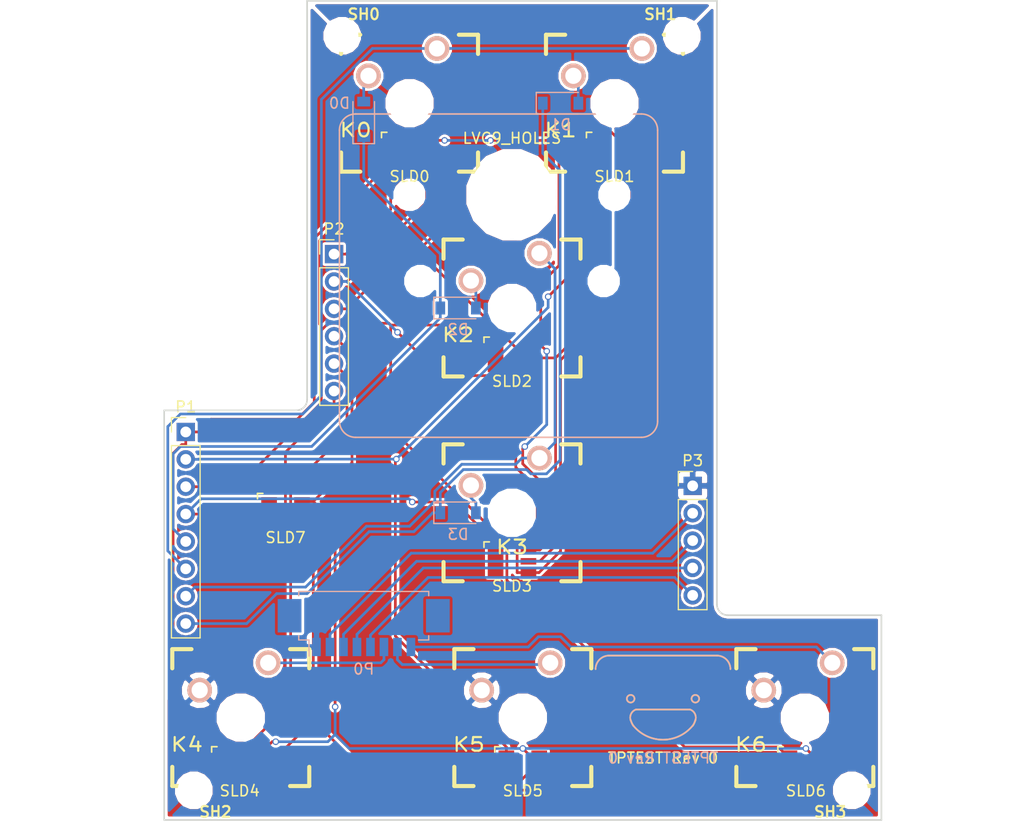
<source format=kicad_pcb>
(kicad_pcb (version 4) (host pcbnew 4.0.5)

  (general
    (links 55)
    (no_connects 0)
    (area 105.674999 33.424999 172.325001 109.575001)
    (thickness 1.6)
    (drawings 10)
    (tracks 308)
    (zones 0)
    (modules 30)
    (nets 27)
  )

  (page A4)
  (layers
    (0 F.Cu signal)
    (31 B.Cu signal)
    (32 B.Adhes user)
    (33 F.Adhes user)
    (34 B.Paste user)
    (35 F.Paste user)
    (36 B.SilkS user)
    (37 F.SilkS user)
    (38 B.Mask user)
    (39 F.Mask user)
    (40 Dwgs.User user)
    (41 Cmts.User user)
    (42 Eco1.User user)
    (43 Eco2.User user)
    (44 Edge.Cuts user)
    (45 Margin user)
    (46 B.CrtYd user)
    (47 F.CrtYd user)
    (48 B.Fab user)
    (49 F.Fab user)
  )

  (setup
    (last_trace_width 0.25)
    (trace_clearance 0.2)
    (zone_clearance 0.25)
    (zone_45_only yes)
    (trace_min 0.2)
    (segment_width 0.2)
    (edge_width 0.15)
    (via_size 0.6)
    (via_drill 0.4)
    (via_min_size 0.4)
    (via_min_drill 0.3)
    (uvia_size 0.3)
    (uvia_drill 0.1)
    (uvias_allowed no)
    (uvia_min_size 0.2)
    (uvia_min_drill 0.1)
    (pcb_text_width 0.3)
    (pcb_text_size 1.5 1.5)
    (mod_edge_width 0.15)
    (mod_text_size 1 1)
    (mod_text_width 0.15)
    (pad_size 1.524 1.524)
    (pad_drill 0.762)
    (pad_to_mask_clearance 0.2)
    (aux_axis_origin 0 0)
    (visible_elements FFFFF77F)
    (pcbplotparams
      (layerselection 0x00030_80000001)
      (usegerberextensions false)
      (excludeedgelayer true)
      (linewidth 0.100000)
      (plotframeref false)
      (viasonmask false)
      (mode 1)
      (useauxorigin false)
      (hpglpennumber 1)
      (hpglpenspeed 20)
      (hpglpendiameter 15)
      (hpglpenoverlay 2)
      (psnegative false)
      (psa4output false)
      (plotreference true)
      (plotvalue true)
      (plotinvisibletext false)
      (padsonsilk false)
      (subtractmaskfromsilk false)
      (outputformat 1)
      (mirror false)
      (drillshape 1)
      (scaleselection 1)
      (outputdirectory ""))
  )

  (net 0 "")
  (net 1 "Net-(D0-Pad2)")
  (net 2 "Net-(D1-Pad2)")
  (net 3 "Net-(D2-Pad2)")
  (net 4 "Net-(D3-Pad2)")
  (net 5 r0)
  (net 6 r1)
  (net 7 BTN0)
  (net 8 GND)
  (net 9 BTN1)
  (net 10 BTN2)
  (net 11 RST)
  (net 12 VCC)
  (net 13 DATA)
  (net 14 CLK)
  (net 15 a0)
  (net 16 a1)
  (net 17 a2)
  (net 18 a3)
  (net 19 blue0)
  (net 20 red0)
  (net 21 green0)
  (net 22 blue1)
  (net 23 red1)
  (net 24 green1)
  (net 25 c0)
  (net 26 c1)

  (net_class Default "This is the default net class."
    (clearance 0.2)
    (trace_width 0.25)
    (via_dia 0.6)
    (via_drill 0.4)
    (uvia_dia 0.3)
    (uvia_drill 0.1)
    (add_net BTN0)
    (add_net BTN1)
    (add_net BTN2)
    (add_net CLK)
    (add_net DATA)
    (add_net GND)
    (add_net "Net-(D0-Pad2)")
    (add_net "Net-(D1-Pad2)")
    (add_net "Net-(D2-Pad2)")
    (add_net "Net-(D3-Pad2)")
    (add_net RST)
    (add_net VCC)
    (add_net a0)
    (add_net a1)
    (add_net a2)
    (add_net a3)
    (add_net blue0)
    (add_net blue1)
    (add_net c0)
    (add_net c1)
    (add_net green0)
    (add_net green1)
    (add_net r0)
    (add_net r1)
    (add_net red0)
    (add_net red1)
  )

  (module cherry_rgb:LVC9_HOLES (layer F.Cu) (tedit 58B2DC3E) (tstamp 58AFF02B)
    (at 138 51.5)
    (fp_text reference LVC9_HOLES (at 0 -5.25) (layer F.SilkS)
      (effects (font (size 1 1) (thickness 0.15)))
    )
    (fp_text value "LVC9 Attach" (at 0 5.5) (layer F.Fab)
      (effects (font (size 1 1) (thickness 0.15)))
    )
    (fp_arc (start -14.5 21) (end -14.5 22.5) (angle 90) (layer B.SilkS) (width 0.15))
    (fp_arc (start 12 21) (end 13.5 21) (angle 90) (layer B.SilkS) (width 0.15))
    (fp_arc (start 12 -6) (end 12 -7.5) (angle 90) (layer B.SilkS) (width 0.15))
    (fp_arc (start -14.5 -6) (end -16 -6) (angle 90) (layer B.SilkS) (width 0.15))
    (fp_line (start -14.5 -7.5) (end 12 -7.5) (layer B.SilkS) (width 0.15))
    (fp_line (start 13.5 -6) (end 13.5 21) (layer B.SilkS) (width 0.15))
    (fp_line (start 12 22.5) (end -14.5 22.5) (layer B.SilkS) (width 0.15))
    (fp_line (start -16 21) (end -16 -6) (layer B.SilkS) (width 0.15))
    (pad "" np_thru_hole circle (at -8.5 8) (size 2.5 2.5) (drill 2.5) (layers *.Cu *.Mask))
    (pad "" np_thru_hole circle (at 8.5 8) (size 2.5 2.5) (drill 2.5) (layers *.Cu *.Mask))
    (pad "" np_thru_hole circle (at 9.5 0) (size 2.5 2.5) (drill 2.5) (layers *.Cu *.Mask))
    (pad "" np_thru_hole circle (at 0 0) (size 8 8) (drill 8) (layers *.Cu *.Mask))
    (pad "" np_thru_hole circle (at -9.5 0) (size 2.5 2.5) (drill 2.5) (layers *.Cu *.Mask))
  )

  (module cherry_rgb:tgbugs_sig (layer B.Cu) (tedit 58B2D922) (tstamp 58B2DA9D)
    (at 152 99.25 180)
    (fp_text reference "TPTEST Rev 0" (at 0 -4.5 180) (layer B.SilkS)
      (effects (font (size 1 1) (thickness 0.15)) (justify mirror))
    )
    (fp_text value tgbugs_sig (at 0 3.25 180) (layer B.Fab)
      (effects (font (size 1 1) (thickness 0.15)) (justify mirror))
    )
    (fp_line (start -5 5) (end 5 5) (layer B.SilkS) (width 0.15))
    (fp_arc (start 0 0.75) (end 2.75 -1.5) (angle -101.4211863) (layer B.SilkS) (width 0.15))
    (fp_arc (start -1.25 -0.5) (end -2.75 -1.5) (angle -17.74467163) (layer B.SilkS) (width 0.15))
    (fp_arc (start -2.25 -0.75) (end -3 -1) (angle -90) (layer B.SilkS) (width 0.15))
    (fp_arc (start 1.25 -0.5) (end 3 -1) (angle -17.74466289) (layer B.SilkS) (width 0.15))
    (fp_arc (start 2.25 -0.75) (end 2.5 0) (angle -93.36646066) (layer B.SilkS) (width 0.15))
    (fp_arc (start 5 3.75) (end 5 5) (angle -90) (layer B.SilkS) (width 0.15))
    (fp_arc (start -5 3.75) (end -6.25 3.75) (angle -90) (layer B.SilkS) (width 0.15))
    (fp_circle (center 3 1) (end 3.25 1.25) (layer B.SilkS) (width 0.15))
    (fp_circle (center -3 1) (end -2.646447 1) (layer B.SilkS) (width 0.15))
    (fp_line (start -2.5 0) (end 2.5 0) (layer B.SilkS) (width 0.15))
  )

  (module cherry_rgb:tgbugs_sig (layer F.Cu) (tedit 58B2D931) (tstamp 58B2DA65)
    (at 152 99.25)
    (fp_text reference "TPTEST Rev 0" (at 0 4.5) (layer F.SilkS)
      (effects (font (size 1 1) (thickness 0.15)))
    )
    (fp_text value tgbugs_sig (at 0 -3.25) (layer F.Fab)
      (effects (font (size 1 1) (thickness 0.15)))
    )
    (fp_line (start -5 -5) (end 5 -5) (layer F.SilkS) (width 0.15))
    (fp_arc (start 0 -0.75) (end 2.75 1.5) (angle 101.4211863) (layer F.SilkS) (width 0.15))
    (fp_arc (start -1.25 0.5) (end -2.75 1.5) (angle 17.74467163) (layer F.SilkS) (width 0.15))
    (fp_arc (start -2.25 0.75) (end -3 1) (angle 90) (layer F.SilkS) (width 0.15))
    (fp_arc (start 1.25 0.5) (end 3 1) (angle 17.74466289) (layer F.SilkS) (width 0.15))
    (fp_arc (start 2.25 0.75) (end 2.5 0) (angle 93.36646066) (layer F.SilkS) (width 0.15))
    (fp_arc (start 5 -3.75) (end 5 -5) (angle 90) (layer F.SilkS) (width 0.15))
    (fp_arc (start -5 -3.75) (end -6.25 -3.75) (angle 90) (layer F.SilkS) (width 0.15))
    (fp_circle (center 3 -1) (end 3.25 -1.25) (layer F.SilkS) (width 0.15))
    (fp_circle (center -3 -1) (end -2.646447 -1) (layer F.SilkS) (width 0.15))
    (fp_line (start -2.5 0) (end 2.5 0) (layer F.SilkS) (width 0.15))
  )

  (module cherry_rgb:CHERRY_PLATE_NH_5000H (layer F.Cu) (tedit 58996BEF) (tstamp 58AC0296)
    (at 138 81)
    (path /58AC1445)
    (fp_text reference K3 (at 0 3.175) (layer F.SilkS)
      (effects (font (size 1.27 1.524) (thickness 0.2032)))
    )
    (fp_text value KEYSW (at 0 5.08) (layer F.SilkS) hide
      (effects (font (size 1.27 1.524) (thickness 0.2032)))
    )
    (fp_text user 5.00u (at -43.5 8.25) (layer Dwgs.User)
      (effects (font (thickness 0.3048)))
    )
    (fp_line (start -6.35 -6.35) (end 6.35 -6.35) (layer Cmts.User) (width 0.1524))
    (fp_line (start 6.35 -6.35) (end 6.35 6.35) (layer Cmts.User) (width 0.1524))
    (fp_line (start 6.35 6.35) (end -6.35 6.35) (layer Cmts.User) (width 0.1524))
    (fp_line (start -6.35 6.35) (end -6.35 -6.35) (layer Cmts.User) (width 0.1524))
    (fp_line (start -47.398 -9.398) (end 47.398 -9.398) (layer Dwgs.User) (width 0.1524))
    (fp_line (start 47.398 -9.398) (end 47.398 9.398) (layer Dwgs.User) (width 0.1524))
    (fp_line (start 47.398 9.398) (end -47.398 9.398) (layer Dwgs.User) (width 0.1524))
    (fp_line (start -47.398 9.398) (end -47.398 -9.398) (layer Dwgs.User) (width 0.1524))
    (fp_line (start -6.35 -6.35) (end -4.572 -6.35) (layer F.SilkS) (width 0.381))
    (fp_line (start 4.572 -6.35) (end 6.35 -6.35) (layer F.SilkS) (width 0.381))
    (fp_line (start 6.35 -6.35) (end 6.35 -4.572) (layer F.SilkS) (width 0.381))
    (fp_line (start 6.35 4.572) (end 6.35 6.35) (layer F.SilkS) (width 0.381))
    (fp_line (start 6.35 6.35) (end 4.572 6.35) (layer F.SilkS) (width 0.381))
    (fp_line (start -4.572 6.35) (end -6.35 6.35) (layer F.SilkS) (width 0.381))
    (fp_line (start -6.35 6.35) (end -6.35 4.572) (layer F.SilkS) (width 0.381))
    (fp_line (start -6.35 -4.572) (end -6.35 -6.35) (layer F.SilkS) (width 0.381))
    (pad 1 thru_hole circle (at 2.54 -5.08) (size 2.286 2.286) (drill 1.4986) (layers *.Cu *.SilkS *.Mask)
      (net 6 r1))
    (pad 2 thru_hole circle (at -3.81 -2.54) (size 2.286 2.286) (drill 1.4986) (layers *.Cu *.SilkS *.Mask)
      (net 4 "Net-(D3-Pad2)"))
    (pad HOLE np_thru_hole circle (at 0 0) (size 3.9878 3.9878) (drill 3.9878) (layers *.Cu))
  )

  (module Connectors_Molex:Molex_PicoBlade_53261-0871_08x1.25mm_Angled (layer B.Cu) (tedit 58A3B7FB) (tstamp 58AC02B9)
    (at 124.25 92)
    (descr "Molex PicoBlade, single row, side entry type, surface mount, PN:53261-0871")
    (tags "connector molex picoblade smt")
    (path /58ABFDEF)
    (attr smd)
    (fp_text reference P0 (at 0 3.5) (layer B.SilkS)
      (effects (font (size 1 1) (thickness 0.15)) (justify mirror))
    )
    (fp_text value CONN_01X08 (at 0 -5) (layer B.Fab)
      (effects (font (size 1 1) (thickness 0.15)) (justify mirror))
    )
    (fp_line (start -5.875 -3.55) (end -5.875 0.65) (layer B.Fab) (width 0.1))
    (fp_line (start -5.875 0.65) (end 5.875 0.65) (layer B.Fab) (width 0.1))
    (fp_line (start 5.875 0.65) (end 5.875 -3.55) (layer B.Fab) (width 0.1))
    (fp_line (start 5.875 -3.55) (end -5.875 -3.55) (layer B.Fab) (width 0.1))
    (fp_line (start 5.875 -0.35) (end 7.375 -0.35) (layer B.Fab) (width 0.1))
    (fp_line (start 7.375 -0.35) (end 7.375 -3.15) (layer B.Fab) (width 0.1))
    (fp_line (start 7.375 -3.15) (end 5.875 -3.15) (layer B.Fab) (width 0.1))
    (fp_line (start -5.875 -0.35) (end -7.375 -0.35) (layer B.Fab) (width 0.1))
    (fp_line (start -7.375 -0.35) (end -7.375 -3.15) (layer B.Fab) (width 0.1))
    (fp_line (start -7.375 -3.15) (end -5.875 -3.15) (layer B.Fab) (width 0.1))
    (fp_line (start 5.075 0.8) (end 6.025 0.8) (layer B.SilkS) (width 0.12))
    (fp_line (start 6.025 0.8) (end 6.025 0.4) (layer B.SilkS) (width 0.12))
    (fp_line (start -5.075 0.8) (end -6.025 0.8) (layer B.SilkS) (width 0.12))
    (fp_line (start -6.025 0.8) (end -6.025 0.4) (layer B.SilkS) (width 0.12))
    (fp_line (start 6.025 -3.3) (end 6.025 -3.7) (layer B.SilkS) (width 0.12))
    (fp_line (start 6.025 -3.7) (end 0 -3.7) (layer B.SilkS) (width 0.12))
    (fp_line (start -6.025 -3.3) (end -6.025 -3.7) (layer B.SilkS) (width 0.12))
    (fp_line (start -6.025 -3.7) (end 0 -3.7) (layer B.SilkS) (width 0.12))
    (fp_line (start -5.075 0.8) (end -5.075 2.3) (layer B.SilkS) (width 0.12))
    (fp_line (start -4.775 0.65) (end -4.375 -0.15) (layer B.Fab) (width 0.1))
    (fp_line (start -4.375 -0.15) (end -3.975 0.65) (layer B.Fab) (width 0.1))
    (fp_line (start -3.975 0.65) (end -4.775 0.65) (layer B.Fab) (width 0.1))
    (fp_line (start 0 2.85) (end -5.55 2.85) (layer B.CrtYd) (width 0.05))
    (fp_line (start -5.55 2.85) (end -5.55 1.25) (layer B.CrtYd) (width 0.05))
    (fp_line (start -5.55 1.25) (end -8.55 1.25) (layer B.CrtYd) (width 0.05))
    (fp_line (start -8.55 1.25) (end -8.55 -4.15) (layer B.CrtYd) (width 0.05))
    (fp_line (start -8.55 -4.15) (end 0 -4.15) (layer B.CrtYd) (width 0.05))
    (fp_line (start 0 2.85) (end 5.55 2.85) (layer B.CrtYd) (width 0.05))
    (fp_line (start 5.55 2.85) (end 5.55 1.25) (layer B.CrtYd) (width 0.05))
    (fp_line (start 5.55 1.25) (end 8.55 1.25) (layer B.CrtYd) (width 0.05))
    (fp_line (start 8.55 1.25) (end 8.55 -4.15) (layer B.CrtYd) (width 0.05))
    (fp_line (start 8.55 -4.15) (end 0 -4.15) (layer B.CrtYd) (width 0.05))
    (fp_text user %R (at 0 -2.5) (layer B.Fab)
      (effects (font (size 1 1) (thickness 0.15)) (justify mirror))
    )
    (pad 1 smd rect (at -4.375 1.45) (size 0.8 1.7) (layers B.Cu B.Paste B.Mask)
      (net 8 GND))
    (pad 2 smd rect (at -3.125 1.45) (size 0.8 1.7) (layers B.Cu B.Paste B.Mask)
      (net 11 RST))
    (pad 3 smd rect (at -1.875 1.45) (size 0.8 1.7) (layers B.Cu B.Paste B.Mask)
      (net 12 VCC))
    (pad 4 smd rect (at -0.625 1.45) (size 0.8 1.7) (layers B.Cu B.Paste B.Mask)
      (net 13 DATA))
    (pad 5 smd rect (at 0.625 1.45) (size 0.8 1.7) (layers B.Cu B.Paste B.Mask)
      (net 14 CLK))
    (pad 6 smd rect (at 1.875 1.45) (size 0.8 1.7) (layers B.Cu B.Paste B.Mask)
      (net 7 BTN0))
    (pad 7 smd rect (at 3.125 1.45) (size 0.8 1.7) (layers B.Cu B.Paste B.Mask)
      (net 9 BTN1))
    (pad 8 smd rect (at 4.375 1.45) (size 0.8 1.7) (layers B.Cu B.Paste B.Mask)
      (net 10 BTN2))
    (pad "" smd rect (at -6.875 -1.45) (size 2.2 3.1) (layers B.Cu B.Paste B.Mask))
    (pad "" smd rect (at 6.875 -1.45) (size 2.2 3.1) (layers B.Cu B.Paste B.Mask))
    (model Connectors_Molex.3dshapes/Molex_PicoBlade_53261-0871_08x1.25mm_Angled.wrl
      (at (xyz 0 0 0))
      (scale (xyz 1 1 1))
      (rotate (xyz 0 0 0))
    )
  )

  (module Diodes_SMD:D_SOD-123 (layer B.Cu) (tedit 58645DC7) (tstamp 58AC0268)
    (at 124.25 44.5 90)
    (descr SOD-123)
    (tags SOD-123)
    (path /58ABFD0C)
    (attr smd)
    (fp_text reference D0 (at 1.5 -2.25 180) (layer B.SilkS)
      (effects (font (size 1 1) (thickness 0.15)) (justify mirror))
    )
    (fp_text value D (at 0 -2.1 90) (layer B.Fab)
      (effects (font (size 1 1) (thickness 0.15)) (justify mirror))
    )
    (fp_line (start -2.25 1) (end -2.25 -1) (layer B.SilkS) (width 0.12))
    (fp_line (start 0.25 0) (end 0.75 0) (layer B.Fab) (width 0.1))
    (fp_line (start 0.25 -0.4) (end -0.35 0) (layer B.Fab) (width 0.1))
    (fp_line (start 0.25 0.4) (end 0.25 -0.4) (layer B.Fab) (width 0.1))
    (fp_line (start -0.35 0) (end 0.25 0.4) (layer B.Fab) (width 0.1))
    (fp_line (start -0.35 0) (end -0.35 -0.55) (layer B.Fab) (width 0.1))
    (fp_line (start -0.35 0) (end -0.35 0.55) (layer B.Fab) (width 0.1))
    (fp_line (start -0.75 0) (end -0.35 0) (layer B.Fab) (width 0.1))
    (fp_line (start -1.4 -0.9) (end -1.4 0.9) (layer B.Fab) (width 0.1))
    (fp_line (start 1.4 -0.9) (end -1.4 -0.9) (layer B.Fab) (width 0.1))
    (fp_line (start 1.4 0.9) (end 1.4 -0.9) (layer B.Fab) (width 0.1))
    (fp_line (start -1.4 0.9) (end 1.4 0.9) (layer B.Fab) (width 0.1))
    (fp_line (start -2.35 1.15) (end 2.35 1.15) (layer B.CrtYd) (width 0.05))
    (fp_line (start 2.35 1.15) (end 2.35 -1.15) (layer B.CrtYd) (width 0.05))
    (fp_line (start 2.35 -1.15) (end -2.35 -1.15) (layer B.CrtYd) (width 0.05))
    (fp_line (start -2.35 1.15) (end -2.35 -1.15) (layer B.CrtYd) (width 0.05))
    (fp_line (start -2.25 -1) (end 1.65 -1) (layer B.SilkS) (width 0.12))
    (fp_line (start -2.25 1) (end 1.65 1) (layer B.SilkS) (width 0.12))
    (pad 1 smd rect (at -1.65 0 90) (size 0.9 1.2) (layers B.Cu B.Paste B.Mask)
      (net 25 c0))
    (pad 2 smd rect (at 1.65 0 90) (size 0.9 1.2) (layers B.Cu B.Paste B.Mask)
      (net 1 "Net-(D0-Pad2)"))
    (model ${KISYS3DMOD}/Diodes_SMD.3dshapes/D_SOD-123.wrl
      (at (xyz 0 0 0))
      (scale (xyz 1 1 1))
      (rotate (xyz 0 0 0))
    )
  )

  (module Diodes_SMD:D_SOD-123 (layer B.Cu) (tedit 58645DC7) (tstamp 58AC026E)
    (at 142.5 43)
    (descr SOD-123)
    (tags SOD-123)
    (path /58AC0A7A)
    (attr smd)
    (fp_text reference D1 (at 0 2) (layer B.SilkS)
      (effects (font (size 1 1) (thickness 0.15)) (justify mirror))
    )
    (fp_text value D (at 0 -2.1) (layer B.Fab)
      (effects (font (size 1 1) (thickness 0.15)) (justify mirror))
    )
    (fp_line (start -2.25 1) (end -2.25 -1) (layer B.SilkS) (width 0.12))
    (fp_line (start 0.25 0) (end 0.75 0) (layer B.Fab) (width 0.1))
    (fp_line (start 0.25 -0.4) (end -0.35 0) (layer B.Fab) (width 0.1))
    (fp_line (start 0.25 0.4) (end 0.25 -0.4) (layer B.Fab) (width 0.1))
    (fp_line (start -0.35 0) (end 0.25 0.4) (layer B.Fab) (width 0.1))
    (fp_line (start -0.35 0) (end -0.35 -0.55) (layer B.Fab) (width 0.1))
    (fp_line (start -0.35 0) (end -0.35 0.55) (layer B.Fab) (width 0.1))
    (fp_line (start -0.75 0) (end -0.35 0) (layer B.Fab) (width 0.1))
    (fp_line (start -1.4 -0.9) (end -1.4 0.9) (layer B.Fab) (width 0.1))
    (fp_line (start 1.4 -0.9) (end -1.4 -0.9) (layer B.Fab) (width 0.1))
    (fp_line (start 1.4 0.9) (end 1.4 -0.9) (layer B.Fab) (width 0.1))
    (fp_line (start -1.4 0.9) (end 1.4 0.9) (layer B.Fab) (width 0.1))
    (fp_line (start -2.35 1.15) (end 2.35 1.15) (layer B.CrtYd) (width 0.05))
    (fp_line (start 2.35 1.15) (end 2.35 -1.15) (layer B.CrtYd) (width 0.05))
    (fp_line (start 2.35 -1.15) (end -2.35 -1.15) (layer B.CrtYd) (width 0.05))
    (fp_line (start -2.35 1.15) (end -2.35 -1.15) (layer B.CrtYd) (width 0.05))
    (fp_line (start -2.25 -1) (end 1.65 -1) (layer B.SilkS) (width 0.12))
    (fp_line (start -2.25 1) (end 1.65 1) (layer B.SilkS) (width 0.12))
    (pad 1 smd rect (at -1.65 0) (size 0.9 1.2) (layers B.Cu B.Paste B.Mask)
      (net 26 c1))
    (pad 2 smd rect (at 1.65 0) (size 0.9 1.2) (layers B.Cu B.Paste B.Mask)
      (net 2 "Net-(D1-Pad2)"))
    (model ${KISYS3DMOD}/Diodes_SMD.3dshapes/D_SOD-123.wrl
      (at (xyz 0 0 0))
      (scale (xyz 1 1 1))
      (rotate (xyz 0 0 0))
    )
  )

  (module Diodes_SMD:D_SOD-123 (layer B.Cu) (tedit 58645DC7) (tstamp 58AC0274)
    (at 133 62)
    (descr SOD-123)
    (tags SOD-123)
    (path /58AC1439)
    (attr smd)
    (fp_text reference D2 (at 0 2) (layer B.SilkS)
      (effects (font (size 1 1) (thickness 0.15)) (justify mirror))
    )
    (fp_text value D (at 0 -2.1) (layer B.Fab)
      (effects (font (size 1 1) (thickness 0.15)) (justify mirror))
    )
    (fp_line (start -2.25 1) (end -2.25 -1) (layer B.SilkS) (width 0.12))
    (fp_line (start 0.25 0) (end 0.75 0) (layer B.Fab) (width 0.1))
    (fp_line (start 0.25 -0.4) (end -0.35 0) (layer B.Fab) (width 0.1))
    (fp_line (start 0.25 0.4) (end 0.25 -0.4) (layer B.Fab) (width 0.1))
    (fp_line (start -0.35 0) (end 0.25 0.4) (layer B.Fab) (width 0.1))
    (fp_line (start -0.35 0) (end -0.35 -0.55) (layer B.Fab) (width 0.1))
    (fp_line (start -0.35 0) (end -0.35 0.55) (layer B.Fab) (width 0.1))
    (fp_line (start -0.75 0) (end -0.35 0) (layer B.Fab) (width 0.1))
    (fp_line (start -1.4 -0.9) (end -1.4 0.9) (layer B.Fab) (width 0.1))
    (fp_line (start 1.4 -0.9) (end -1.4 -0.9) (layer B.Fab) (width 0.1))
    (fp_line (start 1.4 0.9) (end 1.4 -0.9) (layer B.Fab) (width 0.1))
    (fp_line (start -1.4 0.9) (end 1.4 0.9) (layer B.Fab) (width 0.1))
    (fp_line (start -2.35 1.15) (end 2.35 1.15) (layer B.CrtYd) (width 0.05))
    (fp_line (start 2.35 1.15) (end 2.35 -1.15) (layer B.CrtYd) (width 0.05))
    (fp_line (start 2.35 -1.15) (end -2.35 -1.15) (layer B.CrtYd) (width 0.05))
    (fp_line (start -2.35 1.15) (end -2.35 -1.15) (layer B.CrtYd) (width 0.05))
    (fp_line (start -2.25 -1) (end 1.65 -1) (layer B.SilkS) (width 0.12))
    (fp_line (start -2.25 1) (end 1.65 1) (layer B.SilkS) (width 0.12))
    (pad 1 smd rect (at -1.65 0) (size 0.9 1.2) (layers B.Cu B.Paste B.Mask)
      (net 25 c0))
    (pad 2 smd rect (at 1.65 0) (size 0.9 1.2) (layers B.Cu B.Paste B.Mask)
      (net 3 "Net-(D2-Pad2)"))
    (model ${KISYS3DMOD}/Diodes_SMD.3dshapes/D_SOD-123.wrl
      (at (xyz 0 0 0))
      (scale (xyz 1 1 1))
      (rotate (xyz 0 0 0))
    )
  )

  (module Diodes_SMD:D_SOD-123 (layer B.Cu) (tedit 58645DC7) (tstamp 58AC027A)
    (at 133 81)
    (descr SOD-123)
    (tags SOD-123)
    (path /58AC144B)
    (attr smd)
    (fp_text reference D3 (at 0 2) (layer B.SilkS)
      (effects (font (size 1 1) (thickness 0.15)) (justify mirror))
    )
    (fp_text value D (at 0 -2.1) (layer B.Fab)
      (effects (font (size 1 1) (thickness 0.15)) (justify mirror))
    )
    (fp_line (start -2.25 1) (end -2.25 -1) (layer B.SilkS) (width 0.12))
    (fp_line (start 0.25 0) (end 0.75 0) (layer B.Fab) (width 0.1))
    (fp_line (start 0.25 -0.4) (end -0.35 0) (layer B.Fab) (width 0.1))
    (fp_line (start 0.25 0.4) (end 0.25 -0.4) (layer B.Fab) (width 0.1))
    (fp_line (start -0.35 0) (end 0.25 0.4) (layer B.Fab) (width 0.1))
    (fp_line (start -0.35 0) (end -0.35 -0.55) (layer B.Fab) (width 0.1))
    (fp_line (start -0.35 0) (end -0.35 0.55) (layer B.Fab) (width 0.1))
    (fp_line (start -0.75 0) (end -0.35 0) (layer B.Fab) (width 0.1))
    (fp_line (start -1.4 -0.9) (end -1.4 0.9) (layer B.Fab) (width 0.1))
    (fp_line (start 1.4 -0.9) (end -1.4 -0.9) (layer B.Fab) (width 0.1))
    (fp_line (start 1.4 0.9) (end 1.4 -0.9) (layer B.Fab) (width 0.1))
    (fp_line (start -1.4 0.9) (end 1.4 0.9) (layer B.Fab) (width 0.1))
    (fp_line (start -2.35 1.15) (end 2.35 1.15) (layer B.CrtYd) (width 0.05))
    (fp_line (start 2.35 1.15) (end 2.35 -1.15) (layer B.CrtYd) (width 0.05))
    (fp_line (start 2.35 -1.15) (end -2.35 -1.15) (layer B.CrtYd) (width 0.05))
    (fp_line (start -2.35 1.15) (end -2.35 -1.15) (layer B.CrtYd) (width 0.05))
    (fp_line (start -2.25 -1) (end 1.65 -1) (layer B.SilkS) (width 0.12))
    (fp_line (start -2.25 1) (end 1.65 1) (layer B.SilkS) (width 0.12))
    (pad 1 smd rect (at -1.65 0) (size 0.9 1.2) (layers B.Cu B.Paste B.Mask)
      (net 26 c1))
    (pad 2 smd rect (at 1.65 0) (size 0.9 1.2) (layers B.Cu B.Paste B.Mask)
      (net 4 "Net-(D3-Pad2)"))
    (model ${KISYS3DMOD}/Diodes_SMD.3dshapes/D_SOD-123.wrl
      (at (xyz 0 0 0))
      (scale (xyz 1 1 1))
      (rotate (xyz 0 0 0))
    )
  )

  (module Socket_Strips:Socket_Strip_Straight_1x08_Pitch2.54mm (layer F.Cu) (tedit 588DE956) (tstamp 58AC02C5)
    (at 107.75 73.5)
    (descr "Through hole straight socket strip, 1x08, 2.54mm pitch, single row")
    (tags "Through hole socket strip THT 1x08 2.54mm single row")
    (path /58AC4548)
    (fp_text reference P1 (at 0 -2.33) (layer F.SilkS)
      (effects (font (size 1 1) (thickness 0.15)))
    )
    (fp_text value CONN_01X08 (at 0 20.11) (layer F.Fab)
      (effects (font (size 1 1) (thickness 0.15)))
    )
    (fp_line (start -1.27 -1.27) (end -1.27 19.05) (layer F.Fab) (width 0.1))
    (fp_line (start -1.27 19.05) (end 1.27 19.05) (layer F.Fab) (width 0.1))
    (fp_line (start 1.27 19.05) (end 1.27 -1.27) (layer F.Fab) (width 0.1))
    (fp_line (start 1.27 -1.27) (end -1.27 -1.27) (layer F.Fab) (width 0.1))
    (fp_line (start -1.33 1.27) (end -1.33 19.11) (layer F.SilkS) (width 0.12))
    (fp_line (start -1.33 19.11) (end 1.33 19.11) (layer F.SilkS) (width 0.12))
    (fp_line (start 1.33 19.11) (end 1.33 1.27) (layer F.SilkS) (width 0.12))
    (fp_line (start 1.33 1.27) (end -1.33 1.27) (layer F.SilkS) (width 0.12))
    (fp_line (start -1.33 0) (end -1.33 -1.33) (layer F.SilkS) (width 0.12))
    (fp_line (start -1.33 -1.33) (end 0 -1.33) (layer F.SilkS) (width 0.12))
    (fp_line (start -1.55 -1.55) (end -1.55 19.3) (layer F.CrtYd) (width 0.05))
    (fp_line (start -1.55 19.3) (end 1.55 19.3) (layer F.CrtYd) (width 0.05))
    (fp_line (start 1.55 19.3) (end 1.55 -1.55) (layer F.CrtYd) (width 0.05))
    (fp_line (start 1.55 -1.55) (end -1.55 -1.55) (layer F.CrtYd) (width 0.05))
    (pad 1 thru_hole rect (at 0 0) (size 1.7 1.7) (drill 1) (layers *.Cu *.Mask)
      (net 15 a0))
    (pad 2 thru_hole oval (at 0 2.54) (size 1.7 1.7) (drill 1) (layers *.Cu *.Mask)
      (net 16 a1))
    (pad 3 thru_hole oval (at 0 5.08) (size 1.7 1.7) (drill 1) (layers *.Cu *.Mask)
      (net 17 a2))
    (pad 4 thru_hole oval (at 0 7.62) (size 1.7 1.7) (drill 1) (layers *.Cu *.Mask)
      (net 18 a3))
    (pad 5 thru_hole oval (at 0 10.16) (size 1.7 1.7) (drill 1) (layers *.Cu *.Mask)
      (net 25 c0))
    (pad 6 thru_hole oval (at 0 12.7) (size 1.7 1.7) (drill 1) (layers *.Cu *.Mask)
      (net 5 r0))
    (pad 7 thru_hole oval (at 0 15.24) (size 1.7 1.7) (drill 1) (layers *.Cu *.Mask)
      (net 6 r1))
    (pad 8 thru_hole oval (at 0 17.78) (size 1.7 1.7) (drill 1) (layers *.Cu *.Mask)
      (net 26 c1))
    (model Socket_Strips.3dshapes/Socket_Strip_Straight_1x08_Pitch2.54mm.wrl
      (at (xyz 0 -0.35 0))
      (scale (xyz 1 1 1))
      (rotate (xyz 0 0 270))
    )
  )

  (module Socket_Strips:Socket_Strip_Straight_1x06_Pitch2.54mm (layer F.Cu) (tedit 588DE956) (tstamp 58AC02CF)
    (at 121.5 57)
    (descr "Through hole straight socket strip, 1x06, 2.54mm pitch, single row")
    (tags "Through hole socket strip THT 1x06 2.54mm single row")
    (path /58AC4B91)
    (fp_text reference P2 (at 0 -2.33) (layer F.SilkS)
      (effects (font (size 1 1) (thickness 0.15)))
    )
    (fp_text value CONN_01X06 (at 0 15.03) (layer F.Fab)
      (effects (font (size 1 1) (thickness 0.15)))
    )
    (fp_line (start -1.27 -1.27) (end -1.27 13.97) (layer F.Fab) (width 0.1))
    (fp_line (start -1.27 13.97) (end 1.27 13.97) (layer F.Fab) (width 0.1))
    (fp_line (start 1.27 13.97) (end 1.27 -1.27) (layer F.Fab) (width 0.1))
    (fp_line (start 1.27 -1.27) (end -1.27 -1.27) (layer F.Fab) (width 0.1))
    (fp_line (start -1.33 1.27) (end -1.33 14.03) (layer F.SilkS) (width 0.12))
    (fp_line (start -1.33 14.03) (end 1.33 14.03) (layer F.SilkS) (width 0.12))
    (fp_line (start 1.33 14.03) (end 1.33 1.27) (layer F.SilkS) (width 0.12))
    (fp_line (start 1.33 1.27) (end -1.33 1.27) (layer F.SilkS) (width 0.12))
    (fp_line (start -1.33 0) (end -1.33 -1.33) (layer F.SilkS) (width 0.12))
    (fp_line (start -1.33 -1.33) (end 0 -1.33) (layer F.SilkS) (width 0.12))
    (fp_line (start -1.55 -1.55) (end -1.55 14.25) (layer F.CrtYd) (width 0.05))
    (fp_line (start -1.55 14.25) (end 1.55 14.25) (layer F.CrtYd) (width 0.05))
    (fp_line (start 1.55 14.25) (end 1.55 -1.55) (layer F.CrtYd) (width 0.05))
    (fp_line (start 1.55 -1.55) (end -1.55 -1.55) (layer F.CrtYd) (width 0.05))
    (pad 1 thru_hole rect (at 0 0) (size 1.7 1.7) (drill 1) (layers *.Cu *.Mask)
      (net 19 blue0))
    (pad 2 thru_hole oval (at 0 2.54) (size 1.7 1.7) (drill 1) (layers *.Cu *.Mask)
      (net 21 green0))
    (pad 3 thru_hole oval (at 0 5.08) (size 1.7 1.7) (drill 1) (layers *.Cu *.Mask)
      (net 20 red0))
    (pad 4 thru_hole oval (at 0 7.62) (size 1.7 1.7) (drill 1) (layers *.Cu *.Mask)
      (net 22 blue1))
    (pad 5 thru_hole oval (at 0 10.16) (size 1.7 1.7) (drill 1) (layers *.Cu *.Mask)
      (net 23 red1))
    (pad 6 thru_hole oval (at 0 12.7) (size 1.7 1.7) (drill 1) (layers *.Cu *.Mask)
      (net 24 green1))
    (model Socket_Strips.3dshapes/Socket_Strip_Straight_1x06_Pitch2.54mm.wrl
      (at (xyz 0 -0.25 0))
      (scale (xyz 1 1 1))
      (rotate (xyz 0 0 270))
    )
  )

  (module cherry_rgb:SMLVN6RGB_CA (layer F.Cu) (tedit 58B27A91) (tstamp 58AC031F)
    (at 117 81)
    (path /58AC41B5)
    (fp_text reference SLD7 (at 0 2.3) (layer F.SilkS)
      (effects (font (size 1 1) (thickness 0.15)))
    )
    (fp_text value SMLVN6RGB_CA (at 0 -2.5) (layer F.Fab)
      (effects (font (size 1 1) (thickness 0.15)))
    )
    (fp_line (start -2.6 -1.8) (end -2.1 -1.8) (layer F.SilkS) (width 0.15))
    (fp_line (start -2.6 -1.8) (end -2.6 -1.3) (layer F.SilkS) (width 0.15))
    (pad 5 smd rect (at 1.525 0 270) (size 0.6 1.45) (layers F.Cu F.Paste F.Mask)
      (net 23 red1))
    (pad 1 smd rect (at -1.525 0 270) (size 2.9 1.45) (layers F.Cu F.Paste F.Mask)
      (net 18 a3))
    (pad 4 smd rect (at 1.525 1.05 270) (size 0.8 1.45) (layers F.Cu F.Paste F.Mask)
      (net 24 green1))
    (pad 6 smd rect (at 1.525 -1.05 270) (size 0.8 1.45) (layers F.Cu F.Paste F.Mask)
      (net 22 blue1))
  )

  (module cherry_rgb:SMLVN6RGB_CA (layer F.Cu) (tedit 58B27A91) (tstamp 58AC0315)
    (at 165.25 104.5)
    (path /58AC41A5)
    (fp_text reference SLD6 (at 0 2.3) (layer F.SilkS)
      (effects (font (size 1 1) (thickness 0.15)))
    )
    (fp_text value SMLVN6RGB_CA (at 0 -2.5) (layer F.Fab)
      (effects (font (size 1 1) (thickness 0.15)))
    )
    (fp_line (start -2.6 -1.8) (end -2.1 -1.8) (layer F.SilkS) (width 0.15))
    (fp_line (start -2.6 -1.8) (end -2.6 -1.3) (layer F.SilkS) (width 0.15))
    (pad 5 smd rect (at 1.525 0 270) (size 0.6 1.45) (layers F.Cu F.Paste F.Mask)
      (net 23 red1))
    (pad 1 smd rect (at -1.525 0 270) (size 2.9 1.45) (layers F.Cu F.Paste F.Mask)
      (net 17 a2))
    (pad 4 smd rect (at 1.525 1.05 270) (size 0.8 1.45) (layers F.Cu F.Paste F.Mask)
      (net 24 green1))
    (pad 6 smd rect (at 1.525 -1.05 270) (size 0.8 1.45) (layers F.Cu F.Paste F.Mask)
      (net 22 blue1))
  )

  (module cherry_rgb:SMLVN6RGB_CA (layer F.Cu) (tedit 58B27A91) (tstamp 58AC030B)
    (at 139 104.5)
    (path /58AC4192)
    (fp_text reference SLD5 (at 0 2.3) (layer F.SilkS)
      (effects (font (size 1 1) (thickness 0.15)))
    )
    (fp_text value SMLVN6RGB_CA (at 0 -2.5) (layer F.Fab)
      (effects (font (size 1 1) (thickness 0.15)))
    )
    (fp_line (start -2.6 -1.8) (end -2.1 -1.8) (layer F.SilkS) (width 0.15))
    (fp_line (start -2.6 -1.8) (end -2.6 -1.3) (layer F.SilkS) (width 0.15))
    (pad 5 smd rect (at 1.525 0 270) (size 0.6 1.45) (layers F.Cu F.Paste F.Mask)
      (net 23 red1))
    (pad 1 smd rect (at -1.525 0 270) (size 2.9 1.45) (layers F.Cu F.Paste F.Mask)
      (net 16 a1))
    (pad 4 smd rect (at 1.525 1.05 270) (size 0.8 1.45) (layers F.Cu F.Paste F.Mask)
      (net 24 green1))
    (pad 6 smd rect (at 1.525 -1.05 270) (size 0.8 1.45) (layers F.Cu F.Paste F.Mask)
      (net 22 blue1))
  )

  (module cherry_rgb:SMLVN6RGB_CA (layer F.Cu) (tedit 58B27A91) (tstamp 58AC0301)
    (at 112.75 104.5)
    (path /58AC417F)
    (fp_text reference SLD4 (at 0 2.3) (layer F.SilkS)
      (effects (font (size 1 1) (thickness 0.15)))
    )
    (fp_text value SMLVN6RGB_CA (at 0 -2.5) (layer F.Fab)
      (effects (font (size 1 1) (thickness 0.15)))
    )
    (fp_line (start -2.6 -1.8) (end -2.1 -1.8) (layer F.SilkS) (width 0.15))
    (fp_line (start -2.6 -1.8) (end -2.6 -1.3) (layer F.SilkS) (width 0.15))
    (pad 5 smd rect (at 1.525 0 270) (size 0.6 1.45) (layers F.Cu F.Paste F.Mask)
      (net 23 red1))
    (pad 1 smd rect (at -1.525 0 270) (size 2.9 1.45) (layers F.Cu F.Paste F.Mask)
      (net 15 a0))
    (pad 4 smd rect (at 1.525 1.05 270) (size 0.8 1.45) (layers F.Cu F.Paste F.Mask)
      (net 24 green1))
    (pad 6 smd rect (at 1.525 -1.05 270) (size 0.8 1.45) (layers F.Cu F.Paste F.Mask)
      (net 22 blue1))
  )

  (module cherry_rgb:SMLVN6RGB_CA (layer F.Cu) (tedit 58B27A91) (tstamp 58AC02F7)
    (at 138 85.5)
    (path /58AC3A5D)
    (fp_text reference SLD3 (at 0 2.3) (layer F.SilkS)
      (effects (font (size 1 1) (thickness 0.15)))
    )
    (fp_text value SMLVN6RGB_CA (at 0 -2.5) (layer F.Fab)
      (effects (font (size 1 1) (thickness 0.15)))
    )
    (fp_line (start -2.6 -1.8) (end -2.1 -1.8) (layer F.SilkS) (width 0.15))
    (fp_line (start -2.6 -1.8) (end -2.6 -1.3) (layer F.SilkS) (width 0.15))
    (pad 5 smd rect (at 1.525 0 270) (size 0.6 1.45) (layers F.Cu F.Paste F.Mask)
      (net 20 red0))
    (pad 1 smd rect (at -1.525 0 270) (size 2.9 1.45) (layers F.Cu F.Paste F.Mask)
      (net 18 a3))
    (pad 4 smd rect (at 1.525 1.05 270) (size 0.8 1.45) (layers F.Cu F.Paste F.Mask)
      (net 21 green0))
    (pad 6 smd rect (at 1.525 -1.05 270) (size 0.8 1.45) (layers F.Cu F.Paste F.Mask)
      (net 19 blue0))
  )

  (module cherry_rgb:SMLVN6RGB_CA (layer F.Cu) (tedit 58B27A91) (tstamp 58AC02ED)
    (at 138 66.5)
    (path /58AC358E)
    (fp_text reference SLD2 (at 0 2.3) (layer F.SilkS)
      (effects (font (size 1 1) (thickness 0.15)))
    )
    (fp_text value SMLVN6RGB_CA (at 0 -2.5) (layer F.Fab)
      (effects (font (size 1 1) (thickness 0.15)))
    )
    (fp_line (start -2.6 -1.8) (end -2.1 -1.8) (layer F.SilkS) (width 0.15))
    (fp_line (start -2.6 -1.8) (end -2.6 -1.3) (layer F.SilkS) (width 0.15))
    (pad 5 smd rect (at 1.525 0 270) (size 0.6 1.45) (layers F.Cu F.Paste F.Mask)
      (net 20 red0))
    (pad 1 smd rect (at -1.525 0 270) (size 2.9 1.45) (layers F.Cu F.Paste F.Mask)
      (net 17 a2))
    (pad 4 smd rect (at 1.525 1.05 270) (size 0.8 1.45) (layers F.Cu F.Paste F.Mask)
      (net 21 green0))
    (pad 6 smd rect (at 1.525 -1.05 270) (size 0.8 1.45) (layers F.Cu F.Paste F.Mask)
      (net 19 blue0))
  )

  (module cherry_rgb:SMLVN6RGB_CA (layer F.Cu) (tedit 58B27A91) (tstamp 58AC02E3)
    (at 147.5 47.5)
    (path /58AC34DB)
    (fp_text reference SLD1 (at 0 2.3) (layer F.SilkS)
      (effects (font (size 1 1) (thickness 0.15)))
    )
    (fp_text value SMLVN6RGB_CA (at 0 -2.5) (layer F.Fab)
      (effects (font (size 1 1) (thickness 0.15)))
    )
    (fp_line (start -2.6 -1.8) (end -2.1 -1.8) (layer F.SilkS) (width 0.15))
    (fp_line (start -2.6 -1.8) (end -2.6 -1.3) (layer F.SilkS) (width 0.15))
    (pad 5 smd rect (at 1.525 0 270) (size 0.6 1.45) (layers F.Cu F.Paste F.Mask)
      (net 20 red0))
    (pad 1 smd rect (at -1.525 0 270) (size 2.9 1.45) (layers F.Cu F.Paste F.Mask)
      (net 16 a1))
    (pad 4 smd rect (at 1.525 1.05 270) (size 0.8 1.45) (layers F.Cu F.Paste F.Mask)
      (net 21 green0))
    (pad 6 smd rect (at 1.525 -1.05 270) (size 0.8 1.45) (layers F.Cu F.Paste F.Mask)
      (net 19 blue0))
  )

  (module cherry_rgb:SMLVN6RGB_CA (layer F.Cu) (tedit 58B27A91) (tstamp 58AC02D9)
    (at 128.5 47.5)
    (path /58AC3420)
    (fp_text reference SLD0 (at 0 2.3) (layer F.SilkS)
      (effects (font (size 1 1) (thickness 0.15)))
    )
    (fp_text value SMLVN6RGB_CA (at 0 -2.5) (layer F.Fab)
      (effects (font (size 1 1) (thickness 0.15)))
    )
    (fp_line (start -2.6 -1.8) (end -2.1 -1.8) (layer F.SilkS) (width 0.15))
    (fp_line (start -2.6 -1.8) (end -2.6 -1.3) (layer F.SilkS) (width 0.15))
    (pad 5 smd rect (at 1.525 0 270) (size 0.6 1.45) (layers F.Cu F.Paste F.Mask)
      (net 20 red0))
    (pad 1 smd rect (at -1.525 0 270) (size 2.9 1.45) (layers F.Cu F.Paste F.Mask)
      (net 15 a0))
    (pad 4 smd rect (at 1.525 1.05 270) (size 0.8 1.45) (layers F.Cu F.Paste F.Mask)
      (net 21 green0))
    (pad 6 smd rect (at 1.525 -1.05 270) (size 0.8 1.45) (layers F.Cu F.Paste F.Mask)
      (net 19 blue0))
  )

  (module Socket_Strips:Socket_Strip_Straight_1x05_Pitch2.54mm (layer F.Cu) (tedit 588DE956) (tstamp 58B2C615)
    (at 154.75 78.5)
    (descr "Through hole straight socket strip, 1x05, 2.54mm pitch, single row")
    (tags "Through hole socket strip THT 1x05 2.54mm single row")
    (path /58B2CB75)
    (fp_text reference P3 (at 0 -2.33) (layer F.SilkS)
      (effects (font (size 1 1) (thickness 0.15)))
    )
    (fp_text value CONN_01X05 (at 0 12.49) (layer F.Fab)
      (effects (font (size 1 1) (thickness 0.15)))
    )
    (fp_line (start -1.27 -1.27) (end -1.27 11.43) (layer F.Fab) (width 0.1))
    (fp_line (start -1.27 11.43) (end 1.27 11.43) (layer F.Fab) (width 0.1))
    (fp_line (start 1.27 11.43) (end 1.27 -1.27) (layer F.Fab) (width 0.1))
    (fp_line (start 1.27 -1.27) (end -1.27 -1.27) (layer F.Fab) (width 0.1))
    (fp_line (start -1.33 1.27) (end -1.33 11.49) (layer F.SilkS) (width 0.12))
    (fp_line (start -1.33 11.49) (end 1.33 11.49) (layer F.SilkS) (width 0.12))
    (fp_line (start 1.33 11.49) (end 1.33 1.27) (layer F.SilkS) (width 0.12))
    (fp_line (start 1.33 1.27) (end -1.33 1.27) (layer F.SilkS) (width 0.12))
    (fp_line (start -1.33 0) (end -1.33 -1.33) (layer F.SilkS) (width 0.12))
    (fp_line (start -1.33 -1.33) (end 0 -1.33) (layer F.SilkS) (width 0.12))
    (fp_line (start -1.55 -1.55) (end -1.55 11.7) (layer F.CrtYd) (width 0.05))
    (fp_line (start -1.55 11.7) (end 1.55 11.7) (layer F.CrtYd) (width 0.05))
    (fp_line (start 1.55 11.7) (end 1.55 -1.55) (layer F.CrtYd) (width 0.05))
    (fp_line (start 1.55 -1.55) (end -1.55 -1.55) (layer F.CrtYd) (width 0.05))
    (pad 1 thru_hole rect (at 0 0) (size 1.7 1.7) (drill 1) (layers *.Cu *.Mask)
      (net 8 GND))
    (pad 2 thru_hole oval (at 0 2.54) (size 1.7 1.7) (drill 1) (layers *.Cu *.Mask)
      (net 11 RST))
    (pad 3 thru_hole oval (at 0 5.08) (size 1.7 1.7) (drill 1) (layers *.Cu *.Mask)
      (net 12 VCC))
    (pad 4 thru_hole oval (at 0 7.62) (size 1.7 1.7) (drill 1) (layers *.Cu *.Mask)
      (net 13 DATA))
    (pad 5 thru_hole oval (at 0 10.16) (size 1.7 1.7) (drill 1) (layers *.Cu *.Mask)
      (net 14 CLK))
    (model Socket_Strips.3dshapes/Socket_Strip_Straight_1x05_Pitch2.54mm.wrl
      (at (xyz 0 -0.2 0))
      (scale (xyz 1 1 1))
      (rotate (xyz 0 0 270))
    )
  )

  (module cherry_rgb:CHERRY_PLATE_NH_100H (layer F.Cu) (tedit 58B2702E) (tstamp 58AC028F)
    (at 138 62)
    (path /58AC1433)
    (fp_text reference K2 (at -5 2.5) (layer F.SilkS)
      (effects (font (size 1.27 1.524) (thickness 0.2032)))
    )
    (fp_text value KEYSW (at 0 5.08) (layer F.SilkS) hide
      (effects (font (size 1.27 1.524) (thickness 0.2032)))
    )
    (fp_text user 1.00u (at -5.715 8.255) (layer Dwgs.User)
      (effects (font (thickness 0.3048)))
    )
    (fp_line (start -6.35 -6.35) (end 6.35 -6.35) (layer Cmts.User) (width 0.1524))
    (fp_line (start 6.35 -6.35) (end 6.35 6.35) (layer Cmts.User) (width 0.1524))
    (fp_line (start 6.35 6.35) (end -6.35 6.35) (layer Cmts.User) (width 0.1524))
    (fp_line (start -6.35 6.35) (end -6.35 -6.35) (layer Cmts.User) (width 0.1524))
    (fp_line (start -9.398 -9.398) (end 9.398 -9.398) (layer Dwgs.User) (width 0.1524))
    (fp_line (start 9.398 -9.398) (end 9.398 9.398) (layer Dwgs.User) (width 0.1524))
    (fp_line (start 9.398 9.398) (end -9.398 9.398) (layer Dwgs.User) (width 0.1524))
    (fp_line (start -9.398 9.398) (end -9.398 -9.398) (layer Dwgs.User) (width 0.1524))
    (fp_line (start -6.35 -6.35) (end -4.572 -6.35) (layer F.SilkS) (width 0.381))
    (fp_line (start 4.572 -6.35) (end 6.35 -6.35) (layer F.SilkS) (width 0.381))
    (fp_line (start 6.35 -6.35) (end 6.35 -4.572) (layer F.SilkS) (width 0.381))
    (fp_line (start 6.35 4.572) (end 6.35 6.35) (layer F.SilkS) (width 0.381))
    (fp_line (start 6.35 6.35) (end 4.572 6.35) (layer F.SilkS) (width 0.381))
    (fp_line (start -4.572 6.35) (end -6.35 6.35) (layer F.SilkS) (width 0.381))
    (fp_line (start -6.35 6.35) (end -6.35 4.572) (layer F.SilkS) (width 0.381))
    (fp_line (start -6.35 -4.572) (end -6.35 -6.35) (layer F.SilkS) (width 0.381))
    (pad 1 thru_hole circle (at 2.54 -5.08) (size 2.286 2.286) (drill 1.4986) (layers *.Cu *.SilkS *.Mask)
      (net 6 r1))
    (pad 2 thru_hole circle (at -3.81 -2.54) (size 2.286 2.286) (drill 1.4986) (layers *.Cu *.SilkS *.Mask)
      (net 3 "Net-(D2-Pad2)"))
    (pad HOLE np_thru_hole circle (at 0 0) (size 3.9878 3.9878) (drill 3.9878) (layers *.Cu))
  )

  (module cherry_rgb:CHERRY_PLATE_NH_100H (layer F.Cu) (tedit 58B2702E) (tstamp 58AC0288)
    (at 147.5 43)
    (path /58AC0A74)
    (fp_text reference K1 (at -5 2.5) (layer F.SilkS)
      (effects (font (size 1.27 1.524) (thickness 0.2032)))
    )
    (fp_text value KEYSW (at 0 5.08) (layer F.SilkS) hide
      (effects (font (size 1.27 1.524) (thickness 0.2032)))
    )
    (fp_text user 1.00u (at -5.715 8.255) (layer Dwgs.User)
      (effects (font (thickness 0.3048)))
    )
    (fp_line (start -6.35 -6.35) (end 6.35 -6.35) (layer Cmts.User) (width 0.1524))
    (fp_line (start 6.35 -6.35) (end 6.35 6.35) (layer Cmts.User) (width 0.1524))
    (fp_line (start 6.35 6.35) (end -6.35 6.35) (layer Cmts.User) (width 0.1524))
    (fp_line (start -6.35 6.35) (end -6.35 -6.35) (layer Cmts.User) (width 0.1524))
    (fp_line (start -9.398 -9.398) (end 9.398 -9.398) (layer Dwgs.User) (width 0.1524))
    (fp_line (start 9.398 -9.398) (end 9.398 9.398) (layer Dwgs.User) (width 0.1524))
    (fp_line (start 9.398 9.398) (end -9.398 9.398) (layer Dwgs.User) (width 0.1524))
    (fp_line (start -9.398 9.398) (end -9.398 -9.398) (layer Dwgs.User) (width 0.1524))
    (fp_line (start -6.35 -6.35) (end -4.572 -6.35) (layer F.SilkS) (width 0.381))
    (fp_line (start 4.572 -6.35) (end 6.35 -6.35) (layer F.SilkS) (width 0.381))
    (fp_line (start 6.35 -6.35) (end 6.35 -4.572) (layer F.SilkS) (width 0.381))
    (fp_line (start 6.35 4.572) (end 6.35 6.35) (layer F.SilkS) (width 0.381))
    (fp_line (start 6.35 6.35) (end 4.572 6.35) (layer F.SilkS) (width 0.381))
    (fp_line (start -4.572 6.35) (end -6.35 6.35) (layer F.SilkS) (width 0.381))
    (fp_line (start -6.35 6.35) (end -6.35 4.572) (layer F.SilkS) (width 0.381))
    (fp_line (start -6.35 -4.572) (end -6.35 -6.35) (layer F.SilkS) (width 0.381))
    (pad 1 thru_hole circle (at 2.54 -5.08) (size 2.286 2.286) (drill 1.4986) (layers *.Cu *.SilkS *.Mask)
      (net 5 r0))
    (pad 2 thru_hole circle (at -3.81 -2.54) (size 2.286 2.286) (drill 1.4986) (layers *.Cu *.SilkS *.Mask)
      (net 2 "Net-(D1-Pad2)"))
    (pad HOLE np_thru_hole circle (at 0 0) (size 3.9878 3.9878) (drill 3.9878) (layers *.Cu))
  )

  (module cherry_rgb:CHERRY_PLATE_NH_100H (layer F.Cu) (tedit 58B2702E) (tstamp 58AC0281)
    (at 128.5 43)
    (path /58ABFA01)
    (fp_text reference K0 (at -5 2.5) (layer F.SilkS)
      (effects (font (size 1.27 1.524) (thickness 0.2032)))
    )
    (fp_text value KEYSW (at 0 5.08) (layer F.SilkS) hide
      (effects (font (size 1.27 1.524) (thickness 0.2032)))
    )
    (fp_text user 1.00u (at -5.715 8.255) (layer Dwgs.User)
      (effects (font (thickness 0.3048)))
    )
    (fp_line (start -6.35 -6.35) (end 6.35 -6.35) (layer Cmts.User) (width 0.1524))
    (fp_line (start 6.35 -6.35) (end 6.35 6.35) (layer Cmts.User) (width 0.1524))
    (fp_line (start 6.35 6.35) (end -6.35 6.35) (layer Cmts.User) (width 0.1524))
    (fp_line (start -6.35 6.35) (end -6.35 -6.35) (layer Cmts.User) (width 0.1524))
    (fp_line (start -9.398 -9.398) (end 9.398 -9.398) (layer Dwgs.User) (width 0.1524))
    (fp_line (start 9.398 -9.398) (end 9.398 9.398) (layer Dwgs.User) (width 0.1524))
    (fp_line (start 9.398 9.398) (end -9.398 9.398) (layer Dwgs.User) (width 0.1524))
    (fp_line (start -9.398 9.398) (end -9.398 -9.398) (layer Dwgs.User) (width 0.1524))
    (fp_line (start -6.35 -6.35) (end -4.572 -6.35) (layer F.SilkS) (width 0.381))
    (fp_line (start 4.572 -6.35) (end 6.35 -6.35) (layer F.SilkS) (width 0.381))
    (fp_line (start 6.35 -6.35) (end 6.35 -4.572) (layer F.SilkS) (width 0.381))
    (fp_line (start 6.35 4.572) (end 6.35 6.35) (layer F.SilkS) (width 0.381))
    (fp_line (start 6.35 6.35) (end 4.572 6.35) (layer F.SilkS) (width 0.381))
    (fp_line (start -4.572 6.35) (end -6.35 6.35) (layer F.SilkS) (width 0.381))
    (fp_line (start -6.35 6.35) (end -6.35 4.572) (layer F.SilkS) (width 0.381))
    (fp_line (start -6.35 -4.572) (end -6.35 -6.35) (layer F.SilkS) (width 0.381))
    (pad 1 thru_hole circle (at 2.54 -5.08) (size 2.286 2.286) (drill 1.4986) (layers *.Cu *.SilkS *.Mask)
      (net 5 r0))
    (pad 2 thru_hole circle (at -3.81 -2.54) (size 2.286 2.286) (drill 1.4986) (layers *.Cu *.SilkS *.Mask)
      (net 1 "Net-(D0-Pad2)"))
    (pad HOLE np_thru_hole circle (at 0 0) (size 3.9878 3.9878) (drill 3.9878) (layers *.Cu))
  )

  (module cherry_rgb:CHERRY_PLATE_NH_100H (layer F.Cu) (tedit 58B2702E) (tstamp 58AC02A4)
    (at 139 100)
    (path /58AC2260)
    (fp_text reference K5 (at -5 2.5) (layer F.SilkS)
      (effects (font (size 1.27 1.524) (thickness 0.2032)))
    )
    (fp_text value KEYSW (at 0 5.08) (layer F.SilkS) hide
      (effects (font (size 1.27 1.524) (thickness 0.2032)))
    )
    (fp_text user 1.00u (at -5.715 8.255) (layer Dwgs.User)
      (effects (font (thickness 0.3048)))
    )
    (fp_line (start -6.35 -6.35) (end 6.35 -6.35) (layer Cmts.User) (width 0.1524))
    (fp_line (start 6.35 -6.35) (end 6.35 6.35) (layer Cmts.User) (width 0.1524))
    (fp_line (start 6.35 6.35) (end -6.35 6.35) (layer Cmts.User) (width 0.1524))
    (fp_line (start -6.35 6.35) (end -6.35 -6.35) (layer Cmts.User) (width 0.1524))
    (fp_line (start -9.398 -9.398) (end 9.398 -9.398) (layer Dwgs.User) (width 0.1524))
    (fp_line (start 9.398 -9.398) (end 9.398 9.398) (layer Dwgs.User) (width 0.1524))
    (fp_line (start 9.398 9.398) (end -9.398 9.398) (layer Dwgs.User) (width 0.1524))
    (fp_line (start -9.398 9.398) (end -9.398 -9.398) (layer Dwgs.User) (width 0.1524))
    (fp_line (start -6.35 -6.35) (end -4.572 -6.35) (layer F.SilkS) (width 0.381))
    (fp_line (start 4.572 -6.35) (end 6.35 -6.35) (layer F.SilkS) (width 0.381))
    (fp_line (start 6.35 -6.35) (end 6.35 -4.572) (layer F.SilkS) (width 0.381))
    (fp_line (start 6.35 4.572) (end 6.35 6.35) (layer F.SilkS) (width 0.381))
    (fp_line (start 6.35 6.35) (end 4.572 6.35) (layer F.SilkS) (width 0.381))
    (fp_line (start -4.572 6.35) (end -6.35 6.35) (layer F.SilkS) (width 0.381))
    (fp_line (start -6.35 6.35) (end -6.35 4.572) (layer F.SilkS) (width 0.381))
    (fp_line (start -6.35 -4.572) (end -6.35 -6.35) (layer F.SilkS) (width 0.381))
    (pad 1 thru_hole circle (at 2.54 -5.08) (size 2.286 2.286) (drill 1.4986) (layers *.Cu *.SilkS *.Mask)
      (net 9 BTN1))
    (pad 2 thru_hole circle (at -3.81 -2.54) (size 2.286 2.286) (drill 1.4986) (layers *.Cu *.SilkS *.Mask)
      (net 8 GND))
    (pad HOLE np_thru_hole circle (at 0 0) (size 3.9878 3.9878) (drill 3.9878) (layers *.Cu))
  )

  (module cherry_rgb:CHERRY_PLATE_175H (layer F.Cu) (tedit 58B2CD04) (tstamp 58AC02AB)
    (at 165.15 100)
    (path /58AC22C8)
    (fp_text reference K6 (at -5 2.5) (layer F.SilkS)
      (effects (font (size 1.27 1.524) (thickness 0.2032)))
    )
    (fp_text value KEYSW (at 0 5.08) (layer F.SilkS) hide
      (effects (font (size 1.27 1.524) (thickness 0.2032)))
    )
    (fp_text user 1.75u (at -12.86002 8.255) (layer Dwgs.User)
      (effects (font (thickness 0.3048)))
    )
    (fp_line (start -6.35 -6.35) (end 6.35 -6.35) (layer Cmts.User) (width 0.1524))
    (fp_line (start 6.35 -6.35) (end 6.35 6.35) (layer Cmts.User) (width 0.1524))
    (fp_line (start 6.35 6.35) (end -6.35 6.35) (layer Cmts.User) (width 0.1524))
    (fp_line (start -6.35 6.35) (end -6.35 -6.35) (layer Cmts.User) (width 0.1524))
    (fp_line (start -16.54302 -9.398) (end 16.54302 -9.398) (layer Dwgs.User) (width 0.1524))
    (fp_line (start 16.54302 -9.398) (end 16.54302 9.398) (layer Dwgs.User) (width 0.1524))
    (fp_line (start 16.54302 9.398) (end -16.54302 9.398) (layer Dwgs.User) (width 0.1524))
    (fp_line (start -16.54302 9.398) (end -16.54302 -9.398) (layer Dwgs.User) (width 0.1524))
    (fp_line (start -6.35 -6.35) (end -4.572 -6.35) (layer F.SilkS) (width 0.381))
    (fp_line (start 4.572 -6.35) (end 6.35 -6.35) (layer F.SilkS) (width 0.381))
    (fp_line (start 6.35 -6.35) (end 6.35 -4.572) (layer F.SilkS) (width 0.381))
    (fp_line (start 6.35 4.572) (end 6.35 6.35) (layer F.SilkS) (width 0.381))
    (fp_line (start 6.35 6.35) (end 4.572 6.35) (layer F.SilkS) (width 0.381))
    (fp_line (start -4.572 6.35) (end -6.35 6.35) (layer F.SilkS) (width 0.381))
    (fp_line (start -6.35 6.35) (end -6.35 4.572) (layer F.SilkS) (width 0.381))
    (fp_line (start -6.35 -4.572) (end -6.35 -6.35) (layer F.SilkS) (width 0.381))
    (pad 1 thru_hole circle (at 2.54 -5.08) (size 2.286 2.286) (drill 1.4986) (layers *.Cu *.SilkS *.Mask)
      (net 10 BTN2))
    (pad 2 thru_hole circle (at -3.81 -2.54) (size 2.286 2.286) (drill 1.4986) (layers *.Cu *.SilkS *.Mask)
      (net 8 GND))
    (pad HOLE np_thru_hole circle (at 0 0) (size 3.9878 3.9878) (drill 3.9878) (layers *.Cu))
  )

  (module cherry_rgb:CHERRY_PLATE_175H (layer F.Cu) (tedit 58B2CD04) (tstamp 58AC029D)
    (at 112.85 100)
    (path /58AC21D5)
    (fp_text reference K4 (at -5 2.5) (layer F.SilkS)
      (effects (font (size 1.27 1.524) (thickness 0.2032)))
    )
    (fp_text value KEYSW (at 0 5.08) (layer F.SilkS) hide
      (effects (font (size 1.27 1.524) (thickness 0.2032)))
    )
    (fp_text user 1.75u (at -12.86002 8.255) (layer Dwgs.User)
      (effects (font (thickness 0.3048)))
    )
    (fp_line (start -6.35 -6.35) (end 6.35 -6.35) (layer Cmts.User) (width 0.1524))
    (fp_line (start 6.35 -6.35) (end 6.35 6.35) (layer Cmts.User) (width 0.1524))
    (fp_line (start 6.35 6.35) (end -6.35 6.35) (layer Cmts.User) (width 0.1524))
    (fp_line (start -6.35 6.35) (end -6.35 -6.35) (layer Cmts.User) (width 0.1524))
    (fp_line (start -16.54302 -9.398) (end 16.54302 -9.398) (layer Dwgs.User) (width 0.1524))
    (fp_line (start 16.54302 -9.398) (end 16.54302 9.398) (layer Dwgs.User) (width 0.1524))
    (fp_line (start 16.54302 9.398) (end -16.54302 9.398) (layer Dwgs.User) (width 0.1524))
    (fp_line (start -16.54302 9.398) (end -16.54302 -9.398) (layer Dwgs.User) (width 0.1524))
    (fp_line (start -6.35 -6.35) (end -4.572 -6.35) (layer F.SilkS) (width 0.381))
    (fp_line (start 4.572 -6.35) (end 6.35 -6.35) (layer F.SilkS) (width 0.381))
    (fp_line (start 6.35 -6.35) (end 6.35 -4.572) (layer F.SilkS) (width 0.381))
    (fp_line (start 6.35 4.572) (end 6.35 6.35) (layer F.SilkS) (width 0.381))
    (fp_line (start 6.35 6.35) (end 4.572 6.35) (layer F.SilkS) (width 0.381))
    (fp_line (start -4.572 6.35) (end -6.35 6.35) (layer F.SilkS) (width 0.381))
    (fp_line (start -6.35 6.35) (end -6.35 4.572) (layer F.SilkS) (width 0.381))
    (fp_line (start -6.35 -4.572) (end -6.35 -6.35) (layer F.SilkS) (width 0.381))
    (pad 1 thru_hole circle (at 2.54 -5.08) (size 2.286 2.286) (drill 1.4986) (layers *.Cu *.SilkS *.Mask)
      (net 7 BTN0))
    (pad 2 thru_hole circle (at -3.81 -2.54) (size 2.286 2.286) (drill 1.4986) (layers *.Cu *.SilkS *.Mask)
      (net 8 GND))
    (pad HOLE np_thru_hole circle (at 0 0) (size 3.9878 3.9878) (drill 3.9878) (layers *.Cu))
  )

  (module cherry_rgb:MOUNTING_HOLE (layer F.Cu) (tedit 58B2E90F) (tstamp 58B2E4F7)
    (at 122.25 36.75)
    (path /58B3144D)
    (fp_text reference SH0 (at 2 -2) (layer F.SilkS)
      (effects (font (size 1 1) (thickness 0.2)))
    )
    (fp_text value CONN_01X01 (at 0 3.25) (layer F.SilkS) hide
      (effects (font (size 1.27 1.524) (thickness 0.2032)))
    )
    (pad "" np_thru_hole circle (at 0 0) (size 3 3) (drill 3) (layers *.Cu))
  )

  (module cherry_rgb:MOUNTING_HOLE (layer F.Cu) (tedit 58B2E90F) (tstamp 58B2E4FB)
    (at 153.75 36.75)
    (path /58B3164A)
    (fp_text reference SH1 (at -2 -2) (layer F.SilkS)
      (effects (font (size 1 1) (thickness 0.2)))
    )
    (fp_text value CONN_01X01 (at 0 3.25) (layer F.SilkS) hide
      (effects (font (size 1.27 1.524) (thickness 0.2032)))
    )
    (pad "" np_thru_hole circle (at 0 0) (size 3 3) (drill 3) (layers *.Cu))
  )

  (module cherry_rgb:MOUNTING_HOLE (layer F.Cu) (tedit 58B2E90F) (tstamp 58B2E4FF)
    (at 108.5 106.75)
    (path /58B316D9)
    (fp_text reference SH2 (at 2 2) (layer F.SilkS)
      (effects (font (size 1 1) (thickness 0.2)))
    )
    (fp_text value CONN_01X01 (at 0 3.25) (layer F.SilkS) hide
      (effects (font (size 1.27 1.524) (thickness 0.2032)))
    )
    (pad "" np_thru_hole circle (at 0 0) (size 3 3) (drill 3) (layers *.Cu))
  )

  (module cherry_rgb:MOUNTING_HOLE (layer F.Cu) (tedit 58B2E90F) (tstamp 58B2E503)
    (at 169.5 106.75)
    (path /58B317E5)
    (fp_text reference SH3 (at -2 2) (layer F.SilkS)
      (effects (font (size 1 1) (thickness 0.2)))
    )
    (fp_text value CONN_01X01 (at 0 3.25) (layer F.SilkS) hide
      (effects (font (size 1.27 1.524) (thickness 0.2032)))
    )
    (pad "" np_thru_hole circle (at 0 0) (size 3 3) (drill 3) (layers *.Cu))
  )

  (gr_line (start 157 89.5) (end 157 33.5) (angle 90) (layer Edge.Cuts) (width 0.15))
  (gr_line (start 172.25 90.5) (end 158 90.5) (angle 90) (layer Edge.Cuts) (width 0.15))
  (gr_arc (start 158 89.5) (end 158 90.5) (angle 90) (layer Edge.Cuts) (width 0.15))
  (gr_line (start 119 70.5) (end 119 33.5) (angle 90) (layer Edge.Cuts) (width 0.15))
  (gr_line (start 105.75 71.5) (end 118 71.5) (angle 90) (layer Edge.Cuts) (width 0.15))
  (gr_arc (start 118 70.5) (end 119 70.5) (angle 90) (layer Edge.Cuts) (width 0.15))
  (gr_line (start 119 33.5) (end 157 33.5) (angle 90) (layer Edge.Cuts) (width 0.15))
  (gr_line (start 105.75 109.5) (end 172.25 109.5) (angle 90) (layer Edge.Cuts) (width 0.15))
  (gr_line (start 172.25 90.5) (end 172.25 109.5) (angle 90) (layer Edge.Cuts) (width 0.15))
  (gr_line (start 105.75 71.5) (end 105.75 109.5) (angle 90) (layer Edge.Cuts) (width 0.15))

  (segment (start 124.25 40.9) (end 124.25 42.85) (width 0.25) (layer B.Cu) (net 1))
  (segment (start 124.69 40.46) (end 124.25 40.9) (width 0.25) (layer B.Cu) (net 1))
  (segment (start 144.15 40.92) (end 144.15 43) (width 0.25) (layer B.Cu) (net 2))
  (segment (start 143.69 40.46) (end 144.15 40.92) (width 0.25) (layer B.Cu) (net 2))
  (segment (start 134.65 59.92) (end 134.65 62) (width 0.25) (layer B.Cu) (net 3))
  (segment (start 134.19 59.46) (end 134.65 59.92) (width 0.25) (layer B.Cu) (net 3))
  (segment (start 134.19 79.6147) (end 134.19 78.46) (width 0.25) (layer B.Cu) (net 4))
  (segment (start 134.65 80.0747) (end 134.19 79.6147) (width 0.25) (layer B.Cu) (net 4))
  (segment (start 134.65 81) (end 134.65 80.0747) (width 0.25) (layer B.Cu) (net 4))
  (segment (start 107.75 86.2) (end 106.0854 84.5354) (width 0.25) (layer B.Cu) (net 5))
  (segment (start 125.057358 37.92) (end 129.423554 37.92) (width 0.25) (layer B.Cu) (net 5))
  (segment (start 106.0854 84.5354) (end 106.0854 73.0021) (width 0.25) (layer B.Cu) (net 5))
  (segment (start 106.0854 73.0021) (end 107.2521 71.8354) (width 0.25) (layer B.Cu) (net 5))
  (segment (start 107.2521 71.8354) (end 118.5991 71.8354) (width 0.25) (layer B.Cu) (net 5))
  (segment (start 120.3246 42.652758) (end 125.057358 37.92) (width 0.25) (layer B.Cu) (net 5))
  (segment (start 129.423554 37.92) (end 131.04 37.92) (width 0.25) (layer B.Cu) (net 5))
  (segment (start 118.5991 71.8354) (end 120.3246 70.1099) (width 0.25) (layer B.Cu) (net 5))
  (segment (start 120.3246 70.1099) (end 120.3246 42.652758) (width 0.25) (layer B.Cu) (net 5))
  (segment (start 150.04 37.92) (end 131.04 37.92) (width 0.25) (layer B.Cu) (net 5))
  (segment (start 107.75 88.74) (end 108.599999 87.890001) (width 0.25) (layer B.Cu) (net 6))
  (segment (start 108.599999 87.890001) (end 118.859999 87.890001) (width 0.25) (layer B.Cu) (net 6))
  (segment (start 118.859999 87.890001) (end 124.5 82.25) (width 0.25) (layer B.Cu) (net 6))
  (segment (start 124.5 82.25) (end 128.5 82.25) (width 0.25) (layer B.Cu) (net 6))
  (segment (start 133.340947 76.5) (end 138.343554 76.5) (width 0.25) (layer B.Cu) (net 6))
  (segment (start 138.923554 75.92) (end 140.54 75.92) (width 0.25) (layer B.Cu) (net 6))
  (segment (start 128.5 82.25) (end 130.840947 79.909053) (width 0.25) (layer B.Cu) (net 6))
  (segment (start 130.840947 79.909053) (end 130.840947 79) (width 0.25) (layer B.Cu) (net 6))
  (segment (start 130.840947 79) (end 133.340947 76.5) (width 0.25) (layer B.Cu) (net 6))
  (segment (start 138.343554 76.5) (end 138.923554 75.92) (width 0.25) (layer B.Cu) (net 6))
  (segment (start 141.9879 74.4721) (end 140.54 75.92) (width 0.25) (layer B.Cu) (net 6))
  (segment (start 141.9879 58.3679) (end 141.9879 74.4721) (width 0.25) (layer B.Cu) (net 6))
  (segment (start 140.54 56.92) (end 141.9879 58.3679) (width 0.25) (layer B.Cu) (net 6))
  (segment (start 125.8303 94.92) (end 126.125 94.6253) (width 0.25) (layer B.Cu) (net 7))
  (segment (start 115.39 94.92) (end 125.8303 94.92) (width 0.25) (layer B.Cu) (net 7))
  (segment (start 126.125 93.45) (end 126.125 94.6253) (width 0.25) (layer B.Cu) (net 7))
  (segment (start 127.8284 95.0787) (end 127.375 94.6253) (width 0.25) (layer B.Cu) (net 9))
  (segment (start 141.3813 95.0787) (end 127.8284 95.0787) (width 0.25) (layer B.Cu) (net 9))
  (segment (start 141.54 94.92) (end 141.3813 95.0787) (width 0.25) (layer B.Cu) (net 9))
  (segment (start 127.375 93.45) (end 127.375 94.6253) (width 0.25) (layer B.Cu) (net 9))
  (segment (start 167.69 94.92) (end 166.22 93.45) (width 0.25) (layer B.Cu) (net 10))
  (segment (start 140.45 92.5) (end 139.5 93.45) (width 0.25) (layer B.Cu) (net 10))
  (segment (start 166.22 93.45) (end 143.45 93.45) (width 0.25) (layer B.Cu) (net 10))
  (segment (start 143.45 93.45) (end 142.5 92.5) (width 0.25) (layer B.Cu) (net 10))
  (segment (start 142.5 92.5) (end 140.45 92.5) (width 0.25) (layer B.Cu) (net 10))
  (segment (start 139.5 93.45) (end 130.5256 93.45) (width 0.25) (layer B.Cu) (net 10))
  (segment (start 130.5256 93.45) (end 128.625 93.45) (width 0.25) (layer B.Cu) (net 10))
  (segment (start 128.6497 84.75) (end 121.125 92.2747) (width 0.25) (layer B.Cu) (net 11))
  (segment (start 128.6497 84.75) (end 151.04 84.75) (width 0.25) (layer B.Cu) (net 11))
  (segment (start 151.04 84.75) (end 154.75 81.04) (width 0.25) (layer B.Cu) (net 11))
  (segment (start 121.125 93.45) (end 121.125 92.2747) (width 0.25) (layer B.Cu) (net 11))
  (segment (start 122.375 93.45) (end 122.375 92.2747) (width 0.25) (layer B.Cu) (net 12))
  (segment (start 122.375 92.2747) (end 129.1497 85.5) (width 0.25) (layer B.Cu) (net 12))
  (segment (start 129.1497 85.5) (end 152.83 85.5) (width 0.25) (layer B.Cu) (net 12))
  (segment (start 152.83 85.5) (end 154.75 83.58) (width 0.25) (layer B.Cu) (net 12))
  (segment (start 129.7797 86.12) (end 123.625 92.2747) (width 0.25) (layer B.Cu) (net 13))
  (segment (start 154.75 86.12) (end 129.7797 86.12) (width 0.25) (layer B.Cu) (net 13))
  (segment (start 123.625 93.45) (end 123.625 92.2747) (width 0.25) (layer B.Cu) (net 13))
  (segment (start 130.225 87) (end 153.09 87) (width 0.25) (layer B.Cu) (net 14))
  (segment (start 153.09 87) (end 154.75 88.66) (width 0.25) (layer B.Cu) (net 14))
  (segment (start 124.875 93.45) (end 124.875 92.35) (width 0.25) (layer B.Cu) (net 14))
  (segment (start 124.875 92.35) (end 130.225 87) (width 0.25) (layer B.Cu) (net 14))
  (segment (start 107.75 73.5) (end 108.9253 73.5) (width 0.25) (layer F.Cu) (net 15))
  (segment (start 118.0803 72.3247) (end 119.6625 70.7425) (width 0.25) (layer F.Cu) (net 15))
  (segment (start 108.9253 73.5) (end 110.1006 72.3247) (width 0.25) (layer F.Cu) (net 15))
  (segment (start 110.1006 72.3247) (end 118.0803 72.3247) (width 0.25) (layer F.Cu) (net 15))
  (segment (start 119.6625 70.7425) (end 119.6625 55.5375) (width 0.25) (layer F.Cu) (net 15))
  (segment (start 119.6625 55.5375) (end 126.975 48.225) (width 0.25) (layer F.Cu) (net 15))
  (segment (start 126.975 48.225) (end 126.975 47.5) (width 0.25) (layer F.Cu) (net 15))
  (segment (start 107.3826 74.6753) (end 107.75 74.6753) (width 0.25) (layer F.Cu) (net 15))
  (segment (start 106.5747 75.4832) (end 107.3826 74.6753) (width 0.25) (layer F.Cu) (net 15))
  (segment (start 106.5747 98.0744) (end 106.5747 75.4832) (width 0.25) (layer F.Cu) (net 15))
  (segment (start 111.225 102.7247) (end 106.5747 98.0744) (width 0.25) (layer F.Cu) (net 15))
  (segment (start 111.225 104.5) (end 111.225 102.7247) (width 0.25) (layer F.Cu) (net 15))
  (segment (start 107.75 73.5) (end 107.75 74.6753) (width 0.25) (layer F.Cu) (net 15))
  (via (at 141.351 60.9516) (size 0.6) (layers F.Cu B.Cu) (net 16))
  (via (at 127.2762 76.0196) (size 0.6) (layers F.Cu B.Cu) (net 16))
  (segment (start 144.9247 57.3779) (end 141.351 60.9516) (width 0.25) (layer F.Cu) (net 16))
  (segment (start 144.9247 50.3256) (end 144.9247 57.3779) (width 0.25) (layer F.Cu) (net 16))
  (segment (start 145.975 49.2753) (end 144.9247 50.3256) (width 0.25) (layer F.Cu) (net 16))
  (segment (start 145.975 47.5) (end 145.975 49.2753) (width 0.25) (layer F.Cu) (net 16))
  (segment (start 141.351 61.9448) (end 141.351 60.9516) (width 0.25) (layer B.Cu) (net 16))
  (segment (start 127.2762 76.0196) (end 141.351 61.9448) (width 0.25) (layer B.Cu) (net 16))
  (segment (start 127.1829 92.4326) (end 137.475 102.7247) (width 0.25) (layer F.Cu) (net 16))
  (segment (start 127.1829 76.1129) (end 127.1829 92.4326) (width 0.25) (layer F.Cu) (net 16))
  (segment (start 127.2762 76.0196) (end 127.1829 76.1129) (width 0.25) (layer F.Cu) (net 16))
  (segment (start 137.475 104.5) (end 137.475 102.7247) (width 0.25) (layer F.Cu) (net 16))
  (segment (start 108.9457 76.0196) (end 108.9253 76.04) (width 0.25) (layer B.Cu) (net 16))
  (segment (start 127.2762 76.0196) (end 108.9457 76.0196) (width 0.25) (layer B.Cu) (net 16))
  (segment (start 107.75 76.04) (end 108.9253 76.04) (width 0.25) (layer B.Cu) (net 16))
  (segment (start 135.75 82.1439) (end 128.1061 74.5) (width 0.25) (layer F.Cu) (net 17))
  (segment (start 139 88.75) (end 137.525001 87.275001) (width 0.25) (layer F.Cu) (net 17))
  (segment (start 137.331099 83.724999) (end 135.75 82.1439) (width 0.25) (layer F.Cu) (net 17))
  (segment (start 137.525001 87.275001) (end 137.525001 83.789999) (width 0.25) (layer F.Cu) (net 17))
  (segment (start 137.525001 83.789999) (end 137.460001 83.724999) (width 0.25) (layer F.Cu) (net 17))
  (segment (start 137.460001 83.724999) (end 137.331099 83.724999) (width 0.25) (layer F.Cu) (net 17))
  (segment (start 153.9995 102.7247) (end 140.0248 88.75) (width 0.25) (layer F.Cu) (net 17))
  (segment (start 140.0248 88.75) (end 139 88.75) (width 0.25) (layer F.Cu) (net 17))
  (segment (start 126.75 63.5833) (end 135.3336 63.5833) (width 0.25) (layer F.Cu) (net 17))
  (segment (start 135.3336 63.5833) (end 136.475 64.7247) (width 0.25) (layer F.Cu) (net 17))
  (segment (start 126.75 63.5833) (end 126.5847 63.418) (width 0.25) (layer F.Cu) (net 17))
  (segment (start 128.1061 74.5) (end 127.391 73.7849) (width 0.25) (layer F.Cu) (net 17))
  (segment (start 126.75 63.5833) (end 126.75 73.1439) (width 0.25) (layer F.Cu) (net 17))
  (segment (start 126.75 73.1439) (end 128.1061 74.5) (width 0.25) (layer F.Cu) (net 17))
  (segment (start 163.725 104.5) (end 163.725 103.775) (width 0.25) (layer F.Cu) (net 17))
  (segment (start 163.725 103.775) (end 162.6747 102.7247) (width 0.25) (layer F.Cu) (net 17))
  (segment (start 162.6747 102.7247) (end 153.9995 102.7247) (width 0.25) (layer F.Cu) (net 17))
  (segment (start 136.475 66.5) (end 136.475 64.7247) (width 0.25) (layer F.Cu) (net 17))
  (segment (start 107.75 78.58) (end 108.9253 78.58) (width 0.25) (layer F.Cu) (net 17))
  (segment (start 136.475 64.7247) (end 135.9746 64.2243) (width 0.25) (layer F.Cu) (net 17))
  (segment (start 112.534 78.58) (end 108.9253 78.58) (width 0.25) (layer F.Cu) (net 17))
  (segment (start 120.3184 70.7956) (end 112.534 78.58) (width 0.25) (layer F.Cu) (net 17))
  (segment (start 120.3184 64.0607) (end 120.3184 70.7956) (width 0.25) (layer F.Cu) (net 17))
  (segment (start 120.9611 63.418) (end 120.3184 64.0607) (width 0.25) (layer F.Cu) (net 17))
  (segment (start 126.5847 63.418) (end 120.9611 63.418) (width 0.25) (layer F.Cu) (net 17))
  (segment (start 128.75 80) (end 128.450001 79.700001) (width 0.25) (layer B.Cu) (net 18))
  (segment (start 128.450001 79.700001) (end 109.169999 79.700001) (width 0.25) (layer B.Cu) (net 18))
  (segment (start 109.169999 79.700001) (end 108.599999 80.270001) (width 0.25) (layer B.Cu) (net 18))
  (segment (start 108.599999 80.270001) (end 107.75 81.12) (width 0.25) (layer B.Cu) (net 18))
  (segment (start 132.675 80) (end 128.75 80) (width 0.25) (layer F.Cu) (net 18))
  (segment (start 136.475 85.5) (end 136.475 83.8) (width 0.25) (layer F.Cu) (net 18))
  (segment (start 136.475 83.8) (end 132.675 80) (width 0.25) (layer F.Cu) (net 18))
  (segment (start 107.75 81.12) (end 115.355 81.12) (width 0.25) (layer F.Cu) (net 18))
  (segment (start 115.355 81.12) (end 115.475 81) (width 0.25) (layer F.Cu) (net 18))
  (via (at 128.75 80) (size 0.6) (drill 0.4) (layers F.Cu B.Cu) (net 18))
  (segment (start 131.75 46.45) (end 136 46.45) (width 0.25) (layer B.Cu) (net 19))
  (segment (start 136 46.45) (end 142.3252 46.45) (width 0.25) (layer F.Cu) (net 19))
  (via (at 136 46.45) (size 0.6) (drill 0.4) (layers F.Cu B.Cu) (net 19))
  (segment (start 131.0753 46.45) (end 131.75 46.45) (width 0.25) (layer F.Cu) (net 19))
  (via (at 131.75 46.45) (size 0.6) (drill 0.4) (layers F.Cu B.Cu) (net 19))
  (segment (start 128.75 49.724999) (end 128.25 49.724999) (width 0.25) (layer F.Cu) (net 19))
  (segment (start 128.974999 46.525001) (end 128.974999 49.5) (width 0.25) (layer F.Cu) (net 19))
  (segment (start 128.75 49.724999) (end 128.974999 49.5) (width 0.25) (layer F.Cu) (net 19))
  (segment (start 121.5 57) (end 122.6 57) (width 0.25) (layer F.Cu) (net 19))
  (segment (start 122.6 57) (end 126.75 52.85) (width 0.25) (layer F.Cu) (net 19))
  (segment (start 126.75 52.85) (end 126.75 50.974999) (width 0.25) (layer F.Cu) (net 19))
  (segment (start 127.75 49.974999) (end 126.75 50.974999) (width 0.25) (layer F.Cu) (net 19))
  (segment (start 127.75 49.974999) (end 128 49.974999) (width 0.25) (layer F.Cu) (net 19))
  (segment (start 128 49.974999) (end 128.25 49.724999) (width 0.25) (layer F.Cu) (net 19))
  (segment (start 130.025 46.45) (end 129.05 46.45) (width 0.25) (layer F.Cu) (net 19))
  (segment (start 129.05 46.45) (end 128.974999 46.525001) (width 0.25) (layer F.Cu) (net 19))
  (via (at 141.2195 66.0065) (size 0.6) (layers F.Cu B.Cu) (net 19))
  (via (at 139.1868 74.8548) (size 0.6) (layers F.Cu B.Cu) (net 19))
  (segment (start 149.025 46.45) (end 147.9747 46.45) (width 0.25) (layer F.Cu) (net 19))
  (segment (start 130.1843 46.45) (end 131.0753 46.45) (width 0.25) (layer F.Cu) (net 19))
  (segment (start 130.1843 46.45) (end 130.025 46.45) (width 0.25) (layer F.Cu) (net 19))
  (segment (start 139.525 65.45) (end 140.5753 65.45) (width 0.25) (layer F.Cu) (net 19))
  (segment (start 141.2195 72.8221) (end 139.1868 74.8548) (width 0.25) (layer B.Cu) (net 19))
  (segment (start 141.2195 66.0065) (end 141.2195 72.8221) (width 0.25) (layer B.Cu) (net 19))
  (segment (start 140.8359 84.1894) (end 140.5753 84.45) (width 0.25) (layer F.Cu) (net 19))
  (segment (start 140.8359 78.296) (end 140.8359 84.1894) (width 0.25) (layer F.Cu) (net 19))
  (segment (start 138.9932 76.4533) (end 140.8359 78.296) (width 0.25) (layer F.Cu) (net 19))
  (segment (start 138.9932 75.0484) (end 138.9932 76.4533) (width 0.25) (layer F.Cu) (net 19))
  (segment (start 139.1868 74.8548) (end 138.9932 75.0484) (width 0.25) (layer F.Cu) (net 19))
  (segment (start 139.525 84.45) (end 140.5753 84.45) (width 0.25) (layer F.Cu) (net 19))
  (segment (start 140.5753 65.45) (end 140.663 65.45) (width 0.25) (layer F.Cu) (net 19))
  (segment (start 140.663 65.45) (end 141.2195 66.0065) (width 0.25) (layer F.Cu) (net 19))
  (segment (start 142.3252 46.45) (end 142.3534 46.4782) (width 0.25) (layer F.Cu) (net 19))
  (segment (start 147.2493 45.7246) (end 147.9747 46.45) (width 0.25) (layer F.Cu) (net 19))
  (segment (start 143.107 45.7246) (end 147.2493 45.7246) (width 0.25) (layer F.Cu) (net 19))
  (segment (start 142.3534 46.4782) (end 143.107 45.7246) (width 0.25) (layer F.Cu) (net 19))
  (segment (start 140.663 59.7534) (end 140.663 65.45) (width 0.25) (layer F.Cu) (net 19))
  (segment (start 142.3534 58.063) (end 140.663 59.7534) (width 0.25) (layer F.Cu) (net 19))
  (segment (start 142.3534 46.4782) (end 142.3534 58.063) (width 0.25) (layer F.Cu) (net 19))
  (segment (start 131 54.9959) (end 129.301 56.6949) (width 0.25) (layer F.Cu) (net 20))
  (segment (start 131.25 47.75) (end 131.25 54.7459) (width 0.25) (layer F.Cu) (net 20))
  (segment (start 131.25 54.7459) (end 131 54.9959) (width 0.25) (layer F.Cu) (net 20))
  (segment (start 131 47.5) (end 131.25 47.75) (width 0.25) (layer F.Cu) (net 20))
  (segment (start 130.025 47.5) (end 131 47.5) (width 0.25) (layer F.Cu) (net 20))
  (segment (start 121.5 62.08) (end 122.702081 62.08) (width 0.25) (layer F.Cu) (net 20))
  (segment (start 122.702081 62.08) (end 128.087181 56.6949) (width 0.25) (layer F.Cu) (net 20))
  (segment (start 128.087181 56.6949) (end 129.301 56.6949) (width 0.25) (layer F.Cu) (net 20))
  (segment (start 149.025 47.5) (end 147.9747 47.5) (width 0.25) (layer F.Cu) (net 20))
  (segment (start 139.525 85.5) (end 140.5753 85.5) (width 0.25) (layer F.Cu) (net 20))
  (segment (start 139.525 66.5) (end 140.5753 66.5) (width 0.25) (layer F.Cu) (net 20))
  (segment (start 140.7071 66.6318) (end 142.0407 66.6318) (width 0.25) (layer F.Cu) (net 20))
  (segment (start 140.5753 66.5) (end 140.7071 66.6318) (width 0.25) (layer F.Cu) (net 20))
  (segment (start 142.0407 84.0346) (end 140.5753 85.5) (width 0.25) (layer F.Cu) (net 20))
  (segment (start 142.0407 66.6318) (end 142.0407 84.0346) (width 0.25) (layer F.Cu) (net 20))
  (segment (start 149.1015 59.571) (end 142.0407 66.6318) (width 0.25) (layer F.Cu) (net 20))
  (segment (start 149.1015 50.2928) (end 149.1015 59.571) (width 0.25) (layer F.Cu) (net 20))
  (segment (start 147.9747 49.166) (end 149.1015 50.2928) (width 0.25) (layer F.Cu) (net 20))
  (segment (start 147.9747 47.5) (end 147.9747 49.166) (width 0.25) (layer F.Cu) (net 20))
  (segment (start 139.525 66.5) (end 138.4747 66.5) (width 0.25) (layer F.Cu) (net 20))
  (segment (start 138.4747 65.7935) (end 138.4747 66.5) (width 0.25) (layer F.Cu) (net 20))
  (segment (start 137.0005 64.3193) (end 138.4747 65.7935) (width 0.25) (layer F.Cu) (net 20))
  (segment (start 136.9254 64.3193) (end 137.0005 64.3193) (width 0.25) (layer F.Cu) (net 20))
  (segment (start 129.301 56.6949) (end 136.9254 64.3193) (width 0.25) (layer F.Cu) (net 20))
  (segment (start 150.0753 48.55) (end 150.0753 59.25) (width 0.25) (layer F.Cu) (net 21))
  (segment (start 142.5 84.55) (end 142.5 66.8253) (width 0.25) (layer F.Cu) (net 21))
  (segment (start 142.5 66.8253) (end 150.0753 59.25) (width 0.25) (layer F.Cu) (net 21))
  (segment (start 139.525 86.55) (end 140.5 86.55) (width 0.25) (layer F.Cu) (net 21))
  (segment (start 140.5 86.55) (end 142.5 84.55) (width 0.25) (layer F.Cu) (net 21))
  (segment (start 127.3853 64.25) (end 131.4107 68.2754) (width 0.25) (layer F.Cu) (net 21))
  (segment (start 131.4451 68.2754) (end 131.75 68.2754) (width 0.25) (layer F.Cu) (net 21))
  (segment (start 131.75 68.2754) (end 138.3493 68.2754) (width 0.25) (layer F.Cu) (net 21))
  (segment (start 131.4107 68.2754) (end 131.75 68.2754) (width 0.25) (layer F.Cu) (net 21))
  (segment (start 122.6753 59.54) (end 127 63.8647) (width 0.25) (layer B.Cu) (net 21))
  (segment (start 127 63.8647) (end 127.3853 64.25) (width 0.25) (layer B.Cu) (net 21))
  (via (at 127.3853 64.25) (size 0.6) (drill 0.4) (layers F.Cu B.Cu) (net 21))
  (segment (start 149.025 48.55) (end 150.0753 48.55) (width 0.25) (layer F.Cu) (net 21))
  (segment (start 139.525 86.55) (end 138.4747 86.55) (width 0.25) (layer F.Cu) (net 21))
  (segment (start 122.7131 59.54) (end 121.5 59.54) (width 0.25) (layer F.Cu) (net 21))
  (segment (start 130.0856 52.1675) (end 122.7131 59.54) (width 0.25) (layer F.Cu) (net 21))
  (segment (start 130.0856 48.6106) (end 130.0856 52.1675) (width 0.25) (layer F.Cu) (net 21))
  (segment (start 130.025 48.55) (end 130.0856 48.6106) (width 0.25) (layer F.Cu) (net 21))
  (segment (start 139.525 67.55) (end 138.4747 67.55) (width 0.25) (layer F.Cu) (net 21))
  (segment (start 138.3493 76.7792) (end 138.3493 68.2754) (width 0.25) (layer F.Cu) (net 21))
  (segment (start 140.3384 78.7683) (end 138.3493 76.7792) (width 0.25) (layer F.Cu) (net 21))
  (segment (start 140.3384 82.038) (end 140.3384 78.7683) (width 0.25) (layer F.Cu) (net 21))
  (segment (start 138.4747 83.9017) (end 140.3384 82.038) (width 0.25) (layer F.Cu) (net 21))
  (segment (start 138.4747 86.55) (end 138.4747 83.9017) (width 0.25) (layer F.Cu) (net 21))
  (segment (start 138.3493 67.6754) (end 138.4747 67.55) (width 0.25) (layer F.Cu) (net 21))
  (segment (start 138.3493 68.2754) (end 138.3493 67.6754) (width 0.25) (layer F.Cu) (net 21))
  (segment (start 121.5 59.54) (end 122.6753 59.54) (width 0.25) (layer B.Cu) (net 21))
  (segment (start 114.275 103.45) (end 114.55 103.45) (width 0.25) (layer F.Cu) (net 22))
  (segment (start 114.55 103.45) (end 115.7615 102.2385) (width 0.25) (layer F.Cu) (net 22))
  (segment (start 115.7615 102.2385) (end 116.0905 102.2385) (width 0.25) (layer F.Cu) (net 22))
  (segment (start 114.275 103.45) (end 114.879 103.45) (width 0.25) (layer F.Cu) (net 22))
  (segment (start 121.6 98.575736) (end 121.6 96.4609) (width 0.25) (layer F.Cu) (net 22))
  (segment (start 121.6 99) (end 121.6 98.575736) (width 0.25) (layer F.Cu) (net 22))
  (segment (start 121.6 101.5636) (end 121.6 99) (width 0.25) (layer B.Cu) (net 22))
  (via (at 121.6 99) (size 0.6) (drill 0.4) (layers F.Cu B.Cu) (net 22))
  (segment (start 121.5 64.62) (end 123.162 66.282) (width 0.25) (layer F.Cu) (net 22))
  (segment (start 123.162 66.282) (end 123.162 76.3633) (width 0.25) (layer F.Cu) (net 22))
  (segment (start 123.162 76.3633) (end 119.5753 79.95) (width 0.25) (layer F.Cu) (net 22))
  (via (at 139 102.8661) (size 0.6) (layers F.Cu B.Cu) (net 22))
  (via (at 165.25 102.8661) (size 0.6) (layers F.Cu B.Cu) (net 22))
  (via (at 116.0905 102.2385) (size 0.6) (layers F.Cu B.Cu) (net 22))
  (segment (start 139.4747 103.3408) (end 139.4747 103.45) (width 0.25) (layer F.Cu) (net 22))
  (segment (start 139 102.8661) (end 139.4747 103.3408) (width 0.25) (layer F.Cu) (net 22))
  (segment (start 140.525 103.45) (end 139.4747 103.45) (width 0.25) (layer F.Cu) (net 22))
  (segment (start 139 102.8661) (end 165.25 102.8661) (width 0.25) (layer B.Cu) (net 22))
  (segment (start 165.7247 103.3408) (end 165.7247 103.45) (width 0.25) (layer F.Cu) (net 22))
  (segment (start 165.25 102.8661) (end 165.7247 103.3408) (width 0.25) (layer F.Cu) (net 22))
  (segment (start 166.775 103.45) (end 165.7247 103.45) (width 0.25) (layer F.Cu) (net 22))
  (segment (start 118.525 79.95) (end 119.5753 79.95) (width 0.25) (layer F.Cu) (net 22))
  (segment (start 120.9251 102.2385) (end 121.6 101.5636) (width 0.25) (layer B.Cu) (net 22))
  (segment (start 116.0905 102.2385) (end 120.9251 102.2385) (width 0.25) (layer B.Cu) (net 22))
  (segment (start 122.9025 102.8661) (end 121.6 101.5636) (width 0.25) (layer B.Cu) (net 22))
  (segment (start 139 102.8661) (end 122.9025 102.8661) (width 0.25) (layer B.Cu) (net 22))
  (segment (start 121.6 81.9747) (end 119.5753 79.95) (width 0.25) (layer F.Cu) (net 22))
  (segment (start 121.6 96.4609) (end 121.6 81.9747) (width 0.25) (layer F.Cu) (net 22))
  (segment (start 166.775 104.5) (end 165.7247 104.5) (width 0.25) (layer F.Cu) (net 23))
  (segment (start 165.7247 104.5) (end 165.7247 105.1729) (width 0.25) (layer F.Cu) (net 23))
  (segment (start 165.7247 105.1729) (end 164.6222 106.2754) (width 0.25) (layer F.Cu) (net 23))
  (segment (start 164.6222 106.2754) (end 143.5254 106.2754) (width 0.25) (layer F.Cu) (net 23))
  (segment (start 143.5254 106.2754) (end 141.75 104.5) (width 0.25) (layer F.Cu) (net 23))
  (segment (start 141.75 104.5) (end 140.525 104.5) (width 0.25) (layer F.Cu) (net 23))
  (segment (start 122.7013 73.4717) (end 122.7013 68.3613) (width 0.25) (layer F.Cu) (net 23))
  (segment (start 122.7013 68.3613) (end 121.5 67.16) (width 0.25) (layer F.Cu) (net 23))
  (segment (start 117.4747 78.6983) (end 117.4747 81) (width 0.25) (layer F.Cu) (net 23))
  (segment (start 122.7013 73.4717) (end 117.4747 78.6983) (width 0.25) (layer F.Cu) (net 23))
  (segment (start 118.525 81) (end 117.4747 81) (width 0.25) (layer F.Cu) (net 23))
  (segment (start 114.275 104.5) (end 115.3253 104.5) (width 0.25) (layer F.Cu) (net 23))
  (segment (start 118.525 81) (end 119.5753 81) (width 0.25) (layer F.Cu) (net 23))
  (segment (start 125.6007 106.2754) (end 119.5753 100.25) (width 0.25) (layer F.Cu) (net 23))
  (segment (start 138.3815 106.2754) (end 125.6007 106.2754) (width 0.25) (layer F.Cu) (net 23))
  (segment (start 139.4747 105.1822) (end 138.3815 106.2754) (width 0.25) (layer F.Cu) (net 23))
  (segment (start 139.4747 104.5) (end 139.4747 105.1822) (width 0.25) (layer F.Cu) (net 23))
  (segment (start 115.3253 104.5) (end 119.5753 100.25) (width 0.25) (layer F.Cu) (net 23))
  (segment (start 119.5753 100.25) (end 119.5753 81) (width 0.25) (layer F.Cu) (net 23))
  (segment (start 140.525 104.5) (end 139.4747 104.5) (width 0.25) (layer F.Cu) (net 23))
  (segment (start 112.5 103.6302) (end 112.5 104.75) (width 0.25) (layer F.Cu) (net 24))
  (segment (start 112.5 104.75) (end 113.3 105.55) (width 0.25) (layer F.Cu) (net 24))
  (segment (start 113.3 105.55) (end 114.275 105.55) (width 0.25) (layer F.Cu) (net 24))
  (segment (start 117.4747 98.6555) (end 112.5 103.6302) (width 0.25) (layer F.Cu) (net 24))
  (segment (start 114.6876 105.55) (end 115.3253 105.55) (width 0.25) (layer F.Cu) (net 24))
  (segment (start 114.6876 105.55) (end 114.275 105.55) (width 0.25) (layer F.Cu) (net 24))
  (segment (start 118.525 82.05) (end 117.4747 82.05) (width 0.25) (layer F.Cu) (net 24))
  (segment (start 121.5 69.7) (end 121.5 70.8753) (width 0.25) (layer F.Cu) (net 24))
  (segment (start 117.4747 98.6555) (end 117.4747 82.05) (width 0.25) (layer F.Cu) (net 24))
  (segment (start 116.9915 75.3838) (end 121.5 70.8753) (width 0.25) (layer F.Cu) (net 24))
  (segment (start 116.9915 81.5668) (end 116.9915 75.3838) (width 0.25) (layer F.Cu) (net 24))
  (segment (start 117.4747 82.05) (end 116.9915 81.5668) (width 0.25) (layer F.Cu) (net 24))
  (segment (start 139.3459 106.7291) (end 140.525 105.55) (width 0.25) (layer F.Cu) (net 24))
  (segment (start 116.5044 106.7291) (end 139.3459 106.7291) (width 0.25) (layer F.Cu) (net 24))
  (segment (start 115.3253 105.55) (end 116.5044 106.7291) (width 0.25) (layer F.Cu) (net 24))
  (segment (start 165.5969 106.7281) (end 166.775 105.55) (width 0.25) (layer F.Cu) (net 24))
  (segment (start 142.7534 106.7281) (end 165.5969 106.7281) (width 0.25) (layer F.Cu) (net 24))
  (segment (start 141.5753 105.55) (end 142.7534 106.7281) (width 0.25) (layer F.Cu) (net 24))
  (segment (start 140.525 105.55) (end 141.5753 105.55) (width 0.25) (layer F.Cu) (net 24))
  (segment (start 124.25 46.15) (end 124.25 49.9) (width 0.25) (layer B.Cu) (net 25))
  (segment (start 124.25 49.9) (end 131.35 57) (width 0.25) (layer B.Cu) (net 25))
  (segment (start 131.35 57) (end 131.35 57.7861) (width 0.25) (layer B.Cu) (net 25))
  (segment (start 131.35 57.7861) (end 131.35 62) (width 0.25) (layer B.Cu) (net 25))
  (segment (start 106.5747 81) (end 106.5747 75.5319) (width 0.25) (layer B.Cu) (net 25))
  (segment (start 107.75 83.66) (end 106.5747 82.4847) (width 0.25) (layer B.Cu) (net 25))
  (segment (start 106.5747 82.4847) (end 106.5747 81) (width 0.25) (layer B.Cu) (net 25))
  (segment (start 119.4283 74.847) (end 131.35 62.9253) (width 0.25) (layer B.Cu) (net 25))
  (segment (start 107.2596 74.847) (end 119.4283 74.847) (width 0.25) (layer B.Cu) (net 25))
  (segment (start 106.5747 75.5319) (end 107.2596 74.847) (width 0.25) (layer B.Cu) (net 25))
  (segment (start 131.35 62) (end 131.35 62.9253) (width 0.25) (layer B.Cu) (net 25))
  (segment (start 131.35 81) (end 130.65 81) (width 0.25) (layer B.Cu) (net 26))
  (segment (start 130.65 81) (end 128.9 82.75) (width 0.25) (layer B.Cu) (net 26))
  (segment (start 128.9 82.75) (end 124.75 82.75) (width 0.25) (layer B.Cu) (net 26))
  (segment (start 116.1747 88.5) (end 113.3947 91.28) (width 0.25) (layer B.Cu) (net 26))
  (segment (start 124.75 82.75) (end 119 88.5) (width 0.25) (layer B.Cu) (net 26))
  (segment (start 119 88.5) (end 116.1747 88.5) (width 0.25) (layer B.Cu) (net 26))
  (segment (start 113.3947 91.28) (end 107.75 91.28) (width 0.25) (layer B.Cu) (net 26))
  (segment (start 131.35 81) (end 131.35 79.127358) (width 0.25) (layer B.Cu) (net 26))
  (segment (start 141.191399 77.388001) (end 142.455 76.1244) (width 0.25) (layer B.Cu) (net 26))
  (segment (start 131.35 79.127358) (end 133.485359 76.991999) (width 0.25) (layer B.Cu) (net 26))
  (segment (start 139.353998 76.991999) (end 139.75 77.388001) (width 0.25) (layer B.Cu) (net 26))
  (segment (start 133.485359 76.991999) (end 139.353998 76.991999) (width 0.25) (layer B.Cu) (net 26))
  (segment (start 139.75 77.388001) (end 141.191399 77.388001) (width 0.25) (layer B.Cu) (net 26))
  (segment (start 142.455 76.1244) (end 142.455 49.25) (width 0.25) (layer B.Cu) (net 26))
  (segment (start 142.455 49.25) (end 140.85 47.645) (width 0.25) (layer B.Cu) (net 26))
  (segment (start 140.85 47.645) (end 140.85 43) (width 0.25) (layer B.Cu) (net 26))

  (zone (net 8) (net_name GND) (layer B.Cu) (tstamp 0) (hatch edge 0.508)
    (connect_pads (clearance 0.25))
    (min_thickness 0.254)
    (fill yes (arc_segments 16) (thermal_gap 0.508) (thermal_bridge_width 0.508))
    (polygon
      (pts
        (xy 157 89.75) (xy 157.75 90.5) (xy 172.25 90.5) (xy 172.25 109.5) (xy 105.75 109.5)
        (xy 105.75 71.5) (xy 118 71.5) (xy 119 70.5) (xy 119 33.5) (xy 157 33.5)
      )
    )
    (filled_polygon
      (pts
        (xy 154.862625 35.207769) (xy 154.814624 35.159684) (xy 154.124996 34.873326) (xy 153.37828 34.872675) (xy 152.688154 35.157829)
        (xy 152.159684 35.685376) (xy 151.873326 36.375004) (xy 151.872675 37.12172) (xy 152.157829 37.811846) (xy 152.685376 38.340316)
        (xy 153.375004 38.626674) (xy 154.12172 38.627325) (xy 154.811846 38.342171) (xy 155.340316 37.814624) (xy 155.626674 37.124996)
        (xy 155.627325 36.37828) (xy 155.342171 35.688154) (xy 155.291856 35.63775) (xy 156.548 34.381606) (xy 156.548 89.5)
        (xy 156.556685 89.543663) (xy 156.556685 89.58818) (xy 156.632805 89.970863) (xy 156.632805 89.970864) (xy 156.66076 90.038354)
        (xy 156.700295 90.1338) (xy 156.700296 90.133801) (xy 156.917068 90.458224) (xy 157.041775 90.582931) (xy 157.366196 90.799702)
        (xy 157.366199 90.799705) (xy 157.481413 90.847428) (xy 157.529136 90.867195) (xy 157.529137 90.867195) (xy 157.911819 90.943315)
        (xy 157.956337 90.943315) (xy 158 90.952) (xy 171.798 90.952) (xy 171.798 108.618394) (xy 171.042231 107.862625)
        (xy 171.090316 107.814624) (xy 171.376674 107.124996) (xy 171.377325 106.37828) (xy 171.092171 105.688154) (xy 170.564624 105.159684)
        (xy 169.874996 104.873326) (xy 169.12828 104.872675) (xy 168.438154 105.157829) (xy 167.909684 105.685376) (xy 167.623326 106.375004)
        (xy 167.622675 107.12172) (xy 167.907829 107.811846) (xy 168.435376 108.340316) (xy 169.125004 108.626674) (xy 169.87172 108.627325)
        (xy 170.561846 108.342171) (xy 170.61225 108.291856) (xy 171.368394 109.048) (xy 139.377 109.048) (xy 139.377 103.442842)
        (xy 139.382989 103.440367) (xy 139.455382 103.3681) (xy 164.794537 103.3681) (xy 164.86601 103.439698) (xy 165.114746 103.542982)
        (xy 165.384073 103.543217) (xy 165.632989 103.440367) (xy 165.823598 103.25009) (xy 165.926882 103.001354) (xy 165.927117 102.732027)
        (xy 165.824267 102.483111) (xy 165.685466 102.344068) (xy 166.491253 102.011123) (xy 167.158779 101.344761) (xy 167.520488 100.47367)
        (xy 167.52123 99.623005) (xy 167.546159 99.618315) (xy 167.588553 99.591035) (xy 167.616994 99.54941) (xy 167.627 99.5)
        (xy 167.627 96.439946) (xy 167.99102 96.440264) (xy 168.549886 96.209345) (xy 168.977842 95.782135) (xy 169.209736 95.223673)
        (xy 169.210264 94.61898) (xy 168.979345 94.060114) (xy 168.552135 93.632158) (xy 167.993673 93.400264) (xy 167.38898 93.399736)
        (xy 167.028585 93.548649) (xy 166.574968 93.095032) (xy 166.412107 92.986212) (xy 166.22 92.947999) (xy 166.219995 92.948)
        (xy 143.657936 92.948) (xy 142.854968 92.145032) (xy 142.692107 92.036212) (xy 142.5 91.997999) (xy 142.499995 91.998)
        (xy 140.450005 91.998) (xy 140.45 91.997999) (xy 140.257893 92.036212) (xy 140.095032 92.145032) (xy 139.292064 92.948)
        (xy 129.409385 92.948) (xy 129.409385 92.6) (xy 129.383097 92.460292) (xy 129.30053 92.33198) (xy 129.174547 92.245899)
        (xy 129.025 92.215615) (xy 128.225 92.215615) (xy 128.085292 92.241903) (xy 127.999497 92.297111) (xy 127.924547 92.245899)
        (xy 127.775 92.215615) (xy 126.975 92.215615) (xy 126.835292 92.241903) (xy 126.749497 92.297111) (xy 126.674547 92.245899)
        (xy 126.525 92.215615) (xy 125.725 92.215615) (xy 125.718005 92.216931) (xy 128.934935 89) (xy 129.640615 89)
        (xy 129.640615 92.1) (xy 129.666903 92.239708) (xy 129.74947 92.36802) (xy 129.875453 92.454101) (xy 130.025 92.484385)
        (xy 132.225 92.484385) (xy 132.364708 92.458097) (xy 132.49302 92.37553) (xy 132.579101 92.249547) (xy 132.609385 92.1)
        (xy 132.609385 89) (xy 132.583097 88.860292) (xy 132.50053 88.73198) (xy 132.374547 88.645899) (xy 132.225 88.615615)
        (xy 130.025 88.615615) (xy 129.885292 88.641903) (xy 129.75698 88.72447) (xy 129.670899 88.850453) (xy 129.640615 89)
        (xy 128.934935 89) (xy 130.432935 87.502) (xy 152.882064 87.502) (xy 153.588737 88.208672) (xy 153.498962 88.66)
        (xy 153.592362 89.129553) (xy 153.858342 89.52762) (xy 154.256409 89.7936) (xy 154.725962 89.887) (xy 154.774038 89.887)
        (xy 155.243591 89.7936) (xy 155.641658 89.52762) (xy 155.907638 89.129553) (xy 156.001038 88.66) (xy 155.907638 88.190447)
        (xy 155.641658 87.79238) (xy 155.243591 87.5264) (xy 154.774038 87.433) (xy 154.725962 87.433) (xy 154.314734 87.514798)
        (xy 153.444968 86.645032) (xy 153.410498 86.622) (xy 153.614042 86.622) (xy 153.858342 86.98762) (xy 154.256409 87.2536)
        (xy 154.725962 87.347) (xy 154.774038 87.347) (xy 155.243591 87.2536) (xy 155.641658 86.98762) (xy 155.907638 86.589553)
        (xy 156.001038 86.12) (xy 155.907638 85.650447) (xy 155.641658 85.25238) (xy 155.243591 84.9864) (xy 154.774038 84.893)
        (xy 154.725962 84.893) (xy 154.256409 84.9864) (xy 153.858342 85.25238) (xy 153.614042 85.618) (xy 153.421936 85.618)
        (xy 154.314734 84.725202) (xy 154.725962 84.807) (xy 154.774038 84.807) (xy 155.243591 84.7136) (xy 155.641658 84.44762)
        (xy 155.907638 84.049553) (xy 156.001038 83.58) (xy 155.907638 83.110447) (xy 155.641658 82.71238) (xy 155.243591 82.4464)
        (xy 154.774038 82.353) (xy 154.725962 82.353) (xy 154.256409 82.4464) (xy 153.858342 82.71238) (xy 153.592362 83.110447)
        (xy 153.498962 83.58) (xy 153.588737 84.031327) (xy 152.622064 84.998) (xy 151.501936 84.998) (xy 154.314734 82.185202)
        (xy 154.725962 82.267) (xy 154.774038 82.267) (xy 155.243591 82.1736) (xy 155.641658 81.90762) (xy 155.907638 81.509553)
        (xy 156.001038 81.04) (xy 155.907638 80.570447) (xy 155.641658 80.17238) (xy 155.361224 79.985) (xy 155.726309 79.985)
        (xy 155.959698 79.888327) (xy 156.138327 79.709699) (xy 156.235 79.47631) (xy 156.235 78.78575) (xy 156.07625 78.627)
        (xy 154.877 78.627) (xy 154.877 78.647) (xy 154.623 78.647) (xy 154.623 78.627) (xy 153.42375 78.627)
        (xy 153.265 78.78575) (xy 153.265 79.47631) (xy 153.361673 79.709699) (xy 153.540302 79.888327) (xy 153.773691 79.985)
        (xy 154.138776 79.985) (xy 153.858342 80.17238) (xy 153.592362 80.570447) (xy 153.498962 81.04) (xy 153.588737 81.491328)
        (xy 150.832064 84.248) (xy 128.649705 84.248) (xy 128.6497 84.247999) (xy 128.457593 84.286212) (xy 128.294732 84.395032)
        (xy 128.29473 84.395035) (xy 120.770032 91.919732) (xy 120.661212 92.082593) (xy 120.660284 92.087259) (xy 120.634698 92.061673)
        (xy 120.401309 91.965) (xy 120.16075 91.965) (xy 120.002 92.12375) (xy 120.002 93.323) (xy 120.022 93.323)
        (xy 120.022 93.577) (xy 120.002 93.577) (xy 120.002 93.597) (xy 119.748 93.597) (xy 119.748 93.577)
        (xy 118.99875 93.577) (xy 118.84 93.73575) (xy 118.84 94.418) (xy 116.827221 94.418) (xy 116.679345 94.060114)
        (xy 116.252135 93.632158) (xy 115.693673 93.400264) (xy 115.08898 93.399736) (xy 114.530114 93.630655) (xy 114.102158 94.057865)
        (xy 113.870264 94.616327) (xy 113.869736 95.22102) (xy 114.100655 95.779886) (xy 114.527865 96.207842) (xy 115.086327 96.439736)
        (xy 115.69102 96.440264) (xy 116.249886 96.209345) (xy 116.255203 96.204037) (xy 134.113642 96.204037) (xy 135.19 97.280395)
        (xy 136.266358 96.204037) (xy 136.150194 95.922342) (xy 135.488667 95.671938) (xy 134.781671 95.693751) (xy 134.229806 95.922342)
        (xy 134.113642 96.204037) (xy 116.255203 96.204037) (xy 116.677842 95.782135) (xy 116.827383 95.422) (xy 125.830295 95.422)
        (xy 125.8303 95.422001) (xy 126.022407 95.383788) (xy 126.185268 95.274968) (xy 126.479965 94.98027) (xy 126.479968 94.980268)
        (xy 126.588788 94.817407) (xy 126.596975 94.77625) (xy 126.618757 94.666743) (xy 126.664708 94.658097) (xy 126.750503 94.602889)
        (xy 126.825453 94.654101) (xy 126.880964 94.665342) (xy 126.911212 94.817407) (xy 127.020032 94.980268) (xy 127.47343 95.433665)
        (xy 127.473432 95.433668) (xy 127.636293 95.542488) (xy 127.8284 95.5807) (xy 140.168353 95.5807) (xy 140.250655 95.779886)
        (xy 140.677865 96.207842) (xy 141.236327 96.439736) (xy 141.84102 96.440264) (xy 142.399886 96.209345) (xy 142.405203 96.204037)
        (xy 160.263642 96.204037) (xy 161.34 97.280395) (xy 162.416358 96.204037) (xy 162.300194 95.922342) (xy 161.638667 95.671938)
        (xy 160.931671 95.693751) (xy 160.379806 95.922342) (xy 160.263642 96.204037) (xy 142.405203 96.204037) (xy 142.827842 95.782135)
        (xy 143.059736 95.223673) (xy 143.060264 94.61898) (xy 142.829345 94.060114) (xy 142.402135 93.632158) (xy 141.843673 93.400264)
        (xy 141.23898 93.399736) (xy 140.680114 93.630655) (xy 140.252158 94.057865) (xy 140.036719 94.5767) (xy 129.291202 94.5767)
        (xy 129.29302 94.57553) (xy 129.379101 94.449547) (xy 129.409385 94.3) (xy 129.409385 93.952) (xy 139.499995 93.952)
        (xy 139.5 93.952001) (xy 139.692107 93.913788) (xy 139.854968 93.804968) (xy 140.657936 93.002) (xy 142.292064 93.002)
        (xy 143.095032 93.804968) (xy 143.257893 93.913788) (xy 143.45 93.952001) (xy 143.450005 93.952) (xy 166.012064 93.952)
        (xy 166.318764 94.2587) (xy 166.170264 94.616327) (xy 166.169736 95.22102) (xy 166.400655 95.779886) (xy 166.827865 96.207842)
        (xy 167.123 96.330393) (xy 167.123 98.620557) (xy 166.494761 97.991221) (xy 165.62367 97.629512) (xy 164.680468 97.628689)
        (xy 163.808747 97.988877) (xy 163.141221 98.655239) (xy 162.779512 99.52633) (xy 162.778689 100.469532) (xy 163.138877 101.341253)
        (xy 163.805239 102.008779) (xy 164.660946 102.3641) (xy 139.486984 102.3641) (xy 140.341253 102.011123) (xy 141.008779 101.344761)
        (xy 141.370488 100.47367) (xy 141.371311 99.530468) (xy 141.034765 98.715963) (xy 160.263642 98.715963) (xy 160.379806 98.997658)
        (xy 161.041333 99.248062) (xy 161.748329 99.226249) (xy 162.300194 98.997658) (xy 162.416358 98.715963) (xy 161.34 97.639605)
        (xy 160.263642 98.715963) (xy 141.034765 98.715963) (xy 141.011123 98.658747) (xy 140.344761 97.991221) (xy 139.47367 97.629512)
        (xy 138.530468 97.628689) (xy 137.658747 97.988877) (xy 136.991221 98.655239) (xy 136.629512 99.52633) (xy 136.628689 100.469532)
        (xy 136.988877 101.341253) (xy 137.655239 102.008779) (xy 138.510946 102.3641) (xy 123.110435 102.3641) (xy 122.102 101.355664)
        (xy 122.102 99.455463) (xy 122.173598 99.38399) (xy 122.276882 99.135254) (xy 122.277117 98.865927) (xy 122.215154 98.715963)
        (xy 134.113642 98.715963) (xy 134.229806 98.997658) (xy 134.891333 99.248062) (xy 135.598329 99.226249) (xy 136.150194 98.997658)
        (xy 136.266358 98.715963) (xy 135.19 97.639605) (xy 134.113642 98.715963) (xy 122.215154 98.715963) (xy 122.174267 98.617011)
        (xy 121.98399 98.426402) (xy 121.735254 98.323118) (xy 121.465927 98.322883) (xy 121.217011 98.425733) (xy 121.026402 98.61601)
        (xy 120.923118 98.864746) (xy 120.922883 99.134073) (xy 121.025733 99.382989) (xy 121.098 99.455382) (xy 121.098 101.355665)
        (xy 120.717164 101.7365) (xy 116.545963 101.7365) (xy 116.47449 101.664902) (xy 116.225754 101.561618) (xy 115.956427 101.561383)
        (xy 115.803979 101.624373) (xy 115.089803 100.910197) (xy 115.051022 100.8837) (xy 115.050294 100.883542) (xy 115.220488 100.47367)
        (xy 115.221311 99.530468) (xy 114.861123 98.658747) (xy 114.194761 97.991221) (xy 113.32367 97.629512) (xy 112.380468 97.628689)
        (xy 111.508747 97.988877) (xy 110.841221 98.655239) (xy 110.479512 99.52633) (xy 110.478689 100.469532) (xy 110.838877 101.341253)
        (xy 111.505239 102.008779) (xy 112.37633 102.370488) (xy 113.319532 102.371311) (xy 114.191253 102.011123) (xy 114.761883 101.441489)
        (xy 115.416558 102.096164) (xy 115.413618 102.103246) (xy 115.413383 102.372573) (xy 115.516233 102.621489) (xy 115.70651 102.812098)
        (xy 115.955246 102.915382) (xy 116.224573 102.915617) (xy 116.473489 102.812767) (xy 116.545882 102.7405) (xy 120.925095 102.7405)
        (xy 120.9251 102.740501) (xy 121.117207 102.702288) (xy 121.280068 102.593468) (xy 121.6 102.273536) (xy 122.54753 103.221065)
        (xy 122.547532 103.221068) (xy 122.590967 103.25009) (xy 122.710392 103.329888) (xy 122.9025 103.3681) (xy 138.544537 103.3681)
        (xy 138.61601 103.439698) (xy 138.864746 103.542982) (xy 138.873 103.542989) (xy 138.873 109.048) (xy 106.631606 109.048)
        (xy 107.387375 108.292231) (xy 107.435376 108.340316) (xy 108.125004 108.626674) (xy 108.87172 108.627325) (xy 109.561846 108.342171)
        (xy 110.090316 107.814624) (xy 110.376674 107.124996) (xy 110.377325 106.37828) (xy 110.092171 105.688154) (xy 109.564624 105.159684)
        (xy 108.874996 104.873326) (xy 108.12828 104.872675) (xy 107.438154 105.157829) (xy 106.909684 105.685376) (xy 106.623326 106.375004)
        (xy 106.622675 107.12172) (xy 106.907829 107.811846) (xy 106.958144 107.86225) (xy 106.202 108.618394) (xy 106.202 98.715963)
        (xy 107.963642 98.715963) (xy 108.079806 98.997658) (xy 108.741333 99.248062) (xy 109.448329 99.226249) (xy 110.000194 98.997658)
        (xy 110.116358 98.715963) (xy 109.04 97.639605) (xy 107.963642 98.715963) (xy 106.202 98.715963) (xy 106.202 97.161333)
        (xy 107.251938 97.161333) (xy 107.273751 97.868329) (xy 107.502342 98.420194) (xy 107.784037 98.536358) (xy 108.860395 97.46)
        (xy 109.219605 97.46) (xy 110.295963 98.536358) (xy 110.577658 98.420194) (xy 110.828062 97.758667) (xy 110.809633 97.161333)
        (xy 133.401938 97.161333) (xy 133.423751 97.868329) (xy 133.652342 98.420194) (xy 133.934037 98.536358) (xy 135.010395 97.46)
        (xy 135.369605 97.46) (xy 136.445963 98.536358) (xy 136.727658 98.420194) (xy 136.978062 97.758667) (xy 136.959633 97.161333)
        (xy 159.551938 97.161333) (xy 159.573751 97.868329) (xy 159.802342 98.420194) (xy 160.084037 98.536358) (xy 161.160395 97.46)
        (xy 161.519605 97.46) (xy 162.595963 98.536358) (xy 162.877658 98.420194) (xy 163.128062 97.758667) (xy 163.106249 97.051671)
        (xy 162.877658 96.499806) (xy 162.595963 96.383642) (xy 161.519605 97.46) (xy 161.160395 97.46) (xy 160.084037 96.383642)
        (xy 159.802342 96.499806) (xy 159.551938 97.161333) (xy 136.959633 97.161333) (xy 136.956249 97.051671) (xy 136.727658 96.499806)
        (xy 136.445963 96.383642) (xy 135.369605 97.46) (xy 135.010395 97.46) (xy 133.934037 96.383642) (xy 133.652342 96.499806)
        (xy 133.401938 97.161333) (xy 110.809633 97.161333) (xy 110.806249 97.051671) (xy 110.577658 96.499806) (xy 110.295963 96.383642)
        (xy 109.219605 97.46) (xy 108.860395 97.46) (xy 107.784037 96.383642) (xy 107.502342 96.499806) (xy 107.251938 97.161333)
        (xy 106.202 97.161333) (xy 106.202 96.204037) (xy 107.963642 96.204037) (xy 109.04 97.280395) (xy 110.116358 96.204037)
        (xy 110.000194 95.922342) (xy 109.338667 95.671938) (xy 108.631671 95.693751) (xy 108.079806 95.922342) (xy 107.963642 96.204037)
        (xy 106.202 96.204037) (xy 106.202 85.361936) (xy 106.588737 85.748673) (xy 106.498962 86.2) (xy 106.592362 86.669553)
        (xy 106.858342 87.06762) (xy 107.256409 87.3336) (xy 107.725962 87.427) (xy 107.774038 87.427) (xy 108.243591 87.3336)
        (xy 108.641658 87.06762) (xy 108.907638 86.669553) (xy 109.001038 86.2) (xy 108.907638 85.730447) (xy 108.641658 85.33238)
        (xy 108.243591 85.0664) (xy 107.774038 84.973) (xy 107.725962 84.973) (xy 107.314734 85.054798) (xy 106.5874 84.327464)
        (xy 106.5874 84.104607) (xy 106.592362 84.129553) (xy 106.858342 84.52762) (xy 107.256409 84.7936) (xy 107.725962 84.887)
        (xy 107.774038 84.887) (xy 108.243591 84.7936) (xy 108.641658 84.52762) (xy 108.907638 84.129553) (xy 109.001038 83.66)
        (xy 108.907638 83.190447) (xy 108.641658 82.79238) (xy 108.243591 82.5264) (xy 107.774038 82.433) (xy 107.725962 82.433)
        (xy 107.314734 82.514798) (xy 107.0767 82.276764) (xy 107.0767 82.133522) (xy 107.256409 82.2536) (xy 107.725962 82.347)
        (xy 107.774038 82.347) (xy 108.243591 82.2536) (xy 108.641658 81.98762) (xy 108.907638 81.589553) (xy 109.001038 81.12)
        (xy 108.911263 80.668673) (xy 108.954967 80.624969) (xy 109.377934 80.202001) (xy 128.10095 80.202001) (xy 128.175733 80.382989)
        (xy 128.36601 80.573598) (xy 128.614746 80.676882) (xy 128.884073 80.677117) (xy 129.132989 80.574267) (xy 129.323598 80.38399)
        (xy 129.426882 80.135254) (xy 129.427117 79.865927) (xy 129.324267 79.617011) (xy 129.13399 79.426402) (xy 128.885254 79.323118)
        (xy 128.772023 79.323019) (xy 128.642108 79.236213) (xy 128.450001 79.198) (xy 128.449996 79.198001) (xy 109.170004 79.198001)
        (xy 109.169999 79.198) (xy 108.977892 79.236213) (xy 108.815031 79.345033) (xy 108.815029 79.345036) (xy 108.245031 79.915033)
        (xy 108.185266 79.974798) (xy 107.774038 79.893) (xy 107.725962 79.893) (xy 107.256409 79.9864) (xy 107.0767 80.106478)
        (xy 107.0767 79.593522) (xy 107.256409 79.7136) (xy 107.725962 79.807) (xy 107.774038 79.807) (xy 108.243591 79.7136)
        (xy 108.641658 79.44762) (xy 108.907638 79.049553) (xy 109.001038 78.58) (xy 108.907638 78.110447) (xy 108.641658 77.71238)
        (xy 108.243591 77.4464) (xy 107.774038 77.353) (xy 107.725962 77.353) (xy 107.256409 77.4464) (xy 107.0767 77.566478)
        (xy 107.0767 77.053522) (xy 107.256409 77.1736) (xy 107.725962 77.267) (xy 107.774038 77.267) (xy 108.243591 77.1736)
        (xy 108.641658 76.90762) (xy 108.885958 76.542) (xy 108.925295 76.542) (xy 108.9253 76.542001) (xy 109.027861 76.5216)
        (xy 126.820737 76.5216) (xy 126.89221 76.593198) (xy 127.140946 76.696482) (xy 127.410273 76.696717) (xy 127.659189 76.593867)
        (xy 127.849798 76.40359) (xy 127.953082 76.154854) (xy 127.953171 76.052565) (xy 141.4859 62.519836) (xy 141.4859 65.384074)
        (xy 141.354754 65.329618) (xy 141.085427 65.329383) (xy 140.836511 65.432233) (xy 140.645902 65.62251) (xy 140.542618 65.871246)
        (xy 140.542383 66.140573) (xy 140.645233 66.389489) (xy 140.7175 66.461882) (xy 140.7175 72.614164) (xy 139.153893 74.177771)
        (xy 139.052727 74.177683) (xy 138.803811 74.280533) (xy 138.613202 74.47081) (xy 138.509918 74.719546) (xy 138.509683 74.988873)
        (xy 138.612533 75.237789) (xy 138.80281 75.428398) (xy 138.824985 75.437606) (xy 138.731447 75.456212) (xy 138.568586 75.565032)
        (xy 138.135618 75.998) (xy 133.340952 75.998) (xy 133.340947 75.997999) (xy 133.14884 76.036212) (xy 132.985979 76.145032)
        (xy 130.485979 78.645032) (xy 130.377159 78.807893) (xy 130.338946 79) (xy 130.338947 79.000005) (xy 130.338947 79.701117)
        (xy 128.292064 81.748) (xy 124.500005 81.748) (xy 124.5 81.747999) (xy 124.307893 81.786212) (xy 124.145032 81.895032)
        (xy 118.652063 87.388001) (xy 108.599999 87.388001) (xy 108.407891 87.426213) (xy 108.245031 87.535033) (xy 108.185266 87.594798)
        (xy 107.774038 87.513) (xy 107.725962 87.513) (xy 107.256409 87.6064) (xy 106.858342 87.87238) (xy 106.592362 88.270447)
        (xy 106.498962 88.74) (xy 106.592362 89.209553) (xy 106.858342 89.60762) (xy 107.256409 89.8736) (xy 107.725962 89.967)
        (xy 107.774038 89.967) (xy 108.243591 89.8736) (xy 108.641658 89.60762) (xy 108.907638 89.209553) (xy 109.001038 88.74)
        (xy 108.931817 88.392001) (xy 115.572764 88.392001) (xy 113.186764 90.778) (xy 108.885958 90.778) (xy 108.641658 90.41238)
        (xy 108.243591 90.1464) (xy 107.774038 90.053) (xy 107.725962 90.053) (xy 107.256409 90.1464) (xy 106.858342 90.41238)
        (xy 106.592362 90.810447) (xy 106.498962 91.28) (xy 106.592362 91.749553) (xy 106.858342 92.14762) (xy 107.256409 92.4136)
        (xy 107.725962 92.507) (xy 107.774038 92.507) (xy 108.243591 92.4136) (xy 108.641658 92.14762) (xy 108.885958 91.782)
        (xy 113.394695 91.782) (xy 113.3947 91.782001) (xy 113.586807 91.743788) (xy 113.749668 91.634968) (xy 115.890615 89.49402)
        (xy 115.890615 92.1) (xy 115.916903 92.239708) (xy 115.99947 92.36802) (xy 116.125453 92.454101) (xy 116.275 92.484385)
        (xy 118.475 92.484385) (xy 118.531838 92.47369) (xy 118.84 92.47369) (xy 118.84 93.16425) (xy 118.99875 93.323)
        (xy 119.748 93.323) (xy 119.748 92.12375) (xy 119.58925 91.965) (xy 119.348691 91.965) (xy 119.115302 92.061673)
        (xy 118.936673 92.240301) (xy 118.84 92.47369) (xy 118.531838 92.47369) (xy 118.614708 92.458097) (xy 118.74302 92.37553)
        (xy 118.829101 92.249547) (xy 118.859385 92.1) (xy 118.859385 89.002) (xy 118.999995 89.002) (xy 119 89.002001)
        (xy 119.192107 88.963788) (xy 119.354968 88.854968) (xy 124.957936 83.252) (xy 128.899995 83.252) (xy 128.9 83.252001)
        (xy 129.092107 83.213788) (xy 129.254968 83.104968) (xy 130.57257 81.787365) (xy 130.62447 81.86802) (xy 130.750453 81.954101)
        (xy 130.9 81.984385) (xy 131.8 81.984385) (xy 131.939708 81.958097) (xy 132.06802 81.87553) (xy 132.154101 81.749547)
        (xy 132.184385 81.6) (xy 132.184385 80.4) (xy 132.158097 80.260292) (xy 132.07553 80.13198) (xy 131.949547 80.045899)
        (xy 131.852 80.026145) (xy 131.852 79.335294) (xy 132.669949 78.517345) (xy 132.669736 78.76102) (xy 132.900655 79.319886)
        (xy 133.327865 79.747842) (xy 133.824646 79.954124) (xy 133.835032 79.969668) (xy 133.967182 80.101818) (xy 133.93198 80.12447)
        (xy 133.845899 80.250453) (xy 133.815615 80.4) (xy 133.815615 81.6) (xy 133.841903 81.739708) (xy 133.92447 81.86802)
        (xy 134.050453 81.954101) (xy 134.2 81.984385) (xy 135.1 81.984385) (xy 135.239708 81.958097) (xy 135.36802 81.87553)
        (xy 135.454101 81.749547) (xy 135.484385 81.6) (xy 135.484385 80.627) (xy 135.629424 80.627) (xy 135.628689 81.469532)
        (xy 135.988877 82.341253) (xy 136.655239 83.008779) (xy 137.52633 83.370488) (xy 138.469532 83.371311) (xy 139.341253 83.011123)
        (xy 140.008779 82.344761) (xy 140.370488 81.47367) (xy 140.371311 80.530468) (xy 140.011123 79.658747) (xy 139.344761 78.991221)
        (xy 138.47367 78.629512) (xy 137.530468 78.628689) (xy 136.658747 78.988877) (xy 135.991221 79.655239) (xy 135.796989 80.123)
        (xy 135.362387 80.123) (xy 135.249547 80.045899) (xy 135.141937 80.024107) (xy 135.140247 80.015615) (xy 135.113788 79.882592)
        (xy 135.063278 79.807) (xy 135.030192 79.757482) (xy 135.049886 79.749345) (xy 135.477842 79.322135) (xy 135.709736 78.763673)
        (xy 135.710264 78.15898) (xy 135.479345 77.600114) (xy 135.373415 77.493999) (xy 139.146062 77.493999) (xy 139.39503 77.742966)
        (xy 139.395032 77.742969) (xy 139.49266 77.808201) (xy 139.557892 77.851789) (xy 139.75 77.890001) (xy 141.191394 77.890001)
        (xy 141.191399 77.890002) (xy 141.383506 77.851789) (xy 141.546367 77.742969) (xy 141.765645 77.52369) (xy 153.265 77.52369)
        (xy 153.265 78.21425) (xy 153.42375 78.373) (xy 154.623 78.373) (xy 154.623 77.17375) (xy 154.877 77.17375)
        (xy 154.877 78.373) (xy 156.07625 78.373) (xy 156.235 78.21425) (xy 156.235 77.52369) (xy 156.138327 77.290301)
        (xy 155.959698 77.111673) (xy 155.726309 77.015) (xy 155.03575 77.015) (xy 154.877 77.17375) (xy 154.623 77.17375)
        (xy 154.46425 77.015) (xy 153.773691 77.015) (xy 153.540302 77.111673) (xy 153.361673 77.290301) (xy 153.265 77.52369)
        (xy 141.765645 77.52369) (xy 142.809965 76.47937) (xy 142.809968 76.479368) (xy 142.918788 76.316507) (xy 142.937254 76.223673)
        (xy 142.957001 76.1244) (xy 142.957 76.124395) (xy 142.957 49.250005) (xy 142.957001 49.25) (xy 142.918788 49.057893)
        (xy 142.891726 49.017392) (xy 142.809968 48.895032) (xy 142.809965 48.89503) (xy 141.352 47.437064) (xy 141.352 43.9746)
        (xy 141.439708 43.958097) (xy 141.56802 43.87553) (xy 141.654101 43.749547) (xy 141.684385 43.6) (xy 141.684385 42.4)
        (xy 141.658097 42.260292) (xy 141.57553 42.13198) (xy 141.449547 42.045899) (xy 141.3 42.015615) (xy 140.4 42.015615)
        (xy 140.260292 42.041903) (xy 140.13198 42.12447) (xy 140.045899 42.250453) (xy 140.015615 42.4) (xy 140.015615 43.6)
        (xy 140.041903 43.739708) (xy 140.12447 43.86802) (xy 140.250453 43.954101) (xy 140.348 43.973855) (xy 140.348 47.644995)
        (xy 140.347999 47.645) (xy 140.36765 47.743789) (xy 138.874459 47.123762) (xy 137.133181 47.122242) (xy 137.075628 47.146022)
        (xy 136.629344 46.699738) (xy 136.676882 46.585254) (xy 136.677117 46.315927) (xy 136.574267 46.067011) (xy 136.38399 45.876402)
        (xy 136.135254 45.773118) (xy 135.865927 45.772883) (xy 135.617011 45.875733) (xy 135.544618 45.948) (xy 132.205463 45.948)
        (xy 132.13399 45.876402) (xy 131.885254 45.773118) (xy 131.615927 45.772883) (xy 131.367011 45.875733) (xy 131.176402 46.06601)
        (xy 131.073118 46.314746) (xy 131.072883 46.584073) (xy 131.175733 46.832989) (xy 131.36601 47.023598) (xy 131.614746 47.126882)
        (xy 131.884073 47.127117) (xy 132.132989 47.024267) (xy 132.205382 46.952) (xy 135.544537 46.952) (xy 135.61601 47.023598)
        (xy 135.864746 47.126882) (xy 136.134073 47.127117) (xy 136.178963 47.108569) (xy 136.467634 47.39724) (xy 135.523868 47.787197)
        (xy 134.291524 49.017392) (xy 133.623762 50.625541) (xy 133.622242 52.366819) (xy 134.287197 53.976132) (xy 135.517392 55.208476)
        (xy 137.125541 55.876238) (xy 138.866819 55.877758) (xy 140.476132 55.212803) (xy 141.708476 53.982608) (xy 141.953 53.393729)
        (xy 141.953 56.359382) (xy 141.829345 56.060114) (xy 141.402135 55.632158) (xy 140.843673 55.400264) (xy 140.23898 55.399736)
        (xy 139.680114 55.630655) (xy 139.252158 56.057865) (xy 139.020264 56.616327) (xy 139.019736 57.22102) (xy 139.250655 57.779886)
        (xy 139.677865 58.207842) (xy 140.236327 58.439736) (xy 140.84102 58.440264) (xy 141.201416 58.291351) (xy 141.4859 58.575835)
        (xy 141.4859 60.274718) (xy 141.216927 60.274483) (xy 140.968011 60.377333) (xy 140.777402 60.56761) (xy 140.674118 60.816346)
        (xy 140.673883 61.085673) (xy 140.776733 61.334589) (xy 140.849 61.406982) (xy 140.849 61.736864) (xy 140.370714 62.21515)
        (xy 140.371311 61.530468) (xy 140.011123 60.658747) (xy 139.344761 59.991221) (xy 138.47367 59.629512) (xy 137.530468 59.628689)
        (xy 136.658747 59.988877) (xy 135.991221 60.655239) (xy 135.796989 61.123) (xy 135.362387 61.123) (xy 135.249547 61.045899)
        (xy 135.152 61.026145) (xy 135.152 60.647409) (xy 135.477842 60.322135) (xy 135.709736 59.763673) (xy 135.710264 59.15898)
        (xy 135.479345 58.600114) (xy 135.052135 58.172158) (xy 134.493673 57.940264) (xy 133.88898 57.939736) (xy 133.330114 58.170655)
        (xy 132.902158 58.597865) (xy 132.670264 59.156327) (xy 132.669736 59.76102) (xy 132.900655 60.319886) (xy 133.327865 60.747842)
        (xy 133.886327 60.979736) (xy 134.148 60.979964) (xy 134.148 61.0254) (xy 134.060292 61.041903) (xy 133.93198 61.12447)
        (xy 133.845899 61.250453) (xy 133.815615 61.4) (xy 133.815615 62.6) (xy 133.841903 62.739708) (xy 133.92447 62.86802)
        (xy 134.050453 62.954101) (xy 134.2 62.984385) (xy 135.1 62.984385) (xy 135.239708 62.958097) (xy 135.36802 62.87553)
        (xy 135.454101 62.749547) (xy 135.484385 62.6) (xy 135.484385 61.627) (xy 135.629424 61.627) (xy 135.628689 62.469532)
        (xy 135.988877 63.341253) (xy 136.655239 64.008779) (xy 137.52633 64.370488) (xy 138.214775 64.371089) (xy 127.243293 75.342571)
        (xy 127.142127 75.342483) (xy 126.893211 75.445333) (xy 126.820818 75.5176) (xy 108.945705 75.5176) (xy 108.9457 75.517599)
        (xy 108.880934 75.530482) (xy 108.759672 75.349) (xy 119.428295 75.349) (xy 119.4283 75.349001) (xy 119.620407 75.310788)
        (xy 119.783268 75.201968) (xy 131.704965 63.28027) (xy 131.704968 63.280268) (xy 131.813788 63.117407) (xy 131.841813 62.976517)
        (xy 131.939708 62.958097) (xy 132.06802 62.87553) (xy 132.154101 62.749547) (xy 132.184385 62.6) (xy 132.184385 61.4)
        (xy 132.158097 61.260292) (xy 132.07553 61.13198) (xy 131.949547 61.045899) (xy 131.852 61.026145) (xy 131.852 57)
        (xy 131.813788 56.807893) (xy 131.813788 56.807892) (xy 131.760334 56.727893) (xy 131.704968 56.645032) (xy 131.704965 56.64503)
        (xy 128.186663 53.126727) (xy 128.822211 53.127282) (xy 129.420418 52.880108) (xy 129.878499 52.422825) (xy 130.126717 51.82505)
        (xy 130.127282 51.177789) (xy 129.880108 50.579582) (xy 129.422825 50.121501) (xy 128.82505 49.873283) (xy 128.177789 49.872718)
        (xy 127.579582 50.119892) (xy 127.121501 50.577175) (xy 126.873283 51.17495) (xy 126.872726 51.812791) (xy 124.752 49.692064)
        (xy 124.752 46.984385) (xy 124.85 46.984385) (xy 124.989708 46.958097) (xy 125.11802 46.87553) (xy 125.204101 46.749547)
        (xy 125.234385 46.6) (xy 125.234385 45.7) (xy 125.208097 45.560292) (xy 125.12553 45.43198) (xy 124.999547 45.345899)
        (xy 124.85 45.315615) (xy 123.65 45.315615) (xy 123.510292 45.341903) (xy 123.38198 45.42447) (xy 123.295899 45.550453)
        (xy 123.265615 45.7) (xy 123.265615 46.6) (xy 123.291903 46.739708) (xy 123.37447 46.86802) (xy 123.500453 46.954101)
        (xy 123.65 46.984385) (xy 123.748 46.984385) (xy 123.748 49.899995) (xy 123.747999 49.9) (xy 123.786212 50.092107)
        (xy 123.895032 50.254968) (xy 130.848 57.207935) (xy 130.848 58.547418) (xy 130.422825 58.121501) (xy 129.82505 57.873283)
        (xy 129.177789 57.872718) (xy 128.579582 58.119892) (xy 128.121501 58.577175) (xy 127.873283 59.17495) (xy 127.872718 59.822211)
        (xy 128.119892 60.420418) (xy 128.577175 60.878499) (xy 129.17495 61.126717) (xy 129.822211 61.127282) (xy 130.420418 60.880108)
        (xy 130.848 60.453271) (xy 130.848 61.0254) (xy 130.760292 61.041903) (xy 130.63198 61.12447) (xy 130.545899 61.250453)
        (xy 130.515615 61.4) (xy 130.515615 62.6) (xy 130.541903 62.739708) (xy 130.62447 62.86802) (xy 130.667764 62.897601)
        (xy 119.220364 74.345) (xy 108.984385 74.345) (xy 108.984385 72.65) (xy 108.958097 72.510292) (xy 108.87553 72.38198)
        (xy 108.810285 72.3374) (xy 118.599095 72.3374) (xy 118.5991 72.337401) (xy 118.791207 72.299188) (xy 118.954068 72.190368)
        (xy 120.595714 70.548721) (xy 120.608342 70.56762) (xy 121.006409 70.8336) (xy 121.475962 70.927) (xy 121.524038 70.927)
        (xy 121.993591 70.8336) (xy 122.391658 70.56762) (xy 122.657638 70.169553) (xy 122.751038 69.7) (xy 122.657638 69.230447)
        (xy 122.391658 68.83238) (xy 121.993591 68.5664) (xy 121.524038 68.473) (xy 121.475962 68.473) (xy 121.006409 68.5664)
        (xy 120.8266 68.686545) (xy 120.8266 68.173455) (xy 121.006409 68.2936) (xy 121.475962 68.387) (xy 121.524038 68.387)
        (xy 121.993591 68.2936) (xy 122.391658 68.02762) (xy 122.657638 67.629553) (xy 122.751038 67.16) (xy 122.657638 66.690447)
        (xy 122.391658 66.29238) (xy 121.993591 66.0264) (xy 121.524038 65.933) (xy 121.475962 65.933) (xy 121.006409 66.0264)
        (xy 120.8266 66.146545) (xy 120.8266 65.633455) (xy 121.006409 65.7536) (xy 121.475962 65.847) (xy 121.524038 65.847)
        (xy 121.993591 65.7536) (xy 122.391658 65.48762) (xy 122.657638 65.089553) (xy 122.751038 64.62) (xy 122.657638 64.150447)
        (xy 122.391658 63.75238) (xy 121.993591 63.4864) (xy 121.524038 63.393) (xy 121.475962 63.393) (xy 121.006409 63.4864)
        (xy 120.8266 63.606545) (xy 120.8266 63.093455) (xy 121.006409 63.2136) (xy 121.475962 63.307) (xy 121.524038 63.307)
        (xy 121.993591 63.2136) (xy 122.391658 62.94762) (xy 122.657638 62.549553) (xy 122.751038 62.08) (xy 122.657638 61.610447)
        (xy 122.391658 61.21238) (xy 121.993591 60.9464) (xy 121.524038 60.853) (xy 121.475962 60.853) (xy 121.006409 60.9464)
        (xy 120.8266 61.066545) (xy 120.8266 60.553455) (xy 121.006409 60.6736) (xy 121.475962 60.767) (xy 121.524038 60.767)
        (xy 121.993591 60.6736) (xy 122.391658 60.40762) (xy 122.568428 60.143064) (xy 126.64503 64.219665) (xy 126.645032 64.219668)
        (xy 126.708271 64.282907) (xy 126.708183 64.384073) (xy 126.811033 64.632989) (xy 127.00131 64.823598) (xy 127.250046 64.926882)
        (xy 127.519373 64.927117) (xy 127.768289 64.824267) (xy 127.958898 64.63399) (xy 128.062182 64.385254) (xy 128.062417 64.115927)
        (xy 127.959567 63.867011) (xy 127.76929 63.676402) (xy 127.520554 63.573118) (xy 127.418265 63.573029) (xy 127.354968 63.509732)
        (xy 127.354965 63.50973) (xy 123.030268 59.185032) (xy 122.867407 59.076212) (xy 122.6753 59.037999) (xy 122.675295 59.038)
        (xy 122.635958 59.038) (xy 122.391658 58.67238) (xy 121.993591 58.4064) (xy 121.524038 58.313) (xy 121.475962 58.313)
        (xy 121.006409 58.4064) (xy 120.8266 58.526545) (xy 120.8266 58.234385) (xy 122.35 58.234385) (xy 122.489708 58.208097)
        (xy 122.61802 58.12553) (xy 122.704101 57.999547) (xy 122.734385 57.85) (xy 122.734385 56.15) (xy 122.708097 56.010292)
        (xy 122.62553 55.88198) (xy 122.499547 55.795899) (xy 122.35 55.765615) (xy 120.8266 55.765615) (xy 120.8266 42.860694)
        (xy 123.169949 40.517345) (xy 123.169736 40.76102) (xy 123.400655 41.319886) (xy 123.748 41.667838) (xy 123.748 42.015615)
        (xy 123.65 42.015615) (xy 123.510292 42.041903) (xy 123.38198 42.12447) (xy 123.295899 42.250453) (xy 123.265615 42.4)
        (xy 123.265615 43.3) (xy 123.291903 43.439708) (xy 123.37447 43.56802) (xy 123.500453 43.654101) (xy 123.65 43.684385)
        (xy 124.85 43.684385) (xy 124.989708 43.658097) (xy 125.11802 43.57553) (xy 125.204101 43.449547) (xy 125.234385 43.3)
        (xy 125.234385 42.4) (xy 125.208097 42.260292) (xy 125.12553 42.13198) (xy 124.999547 42.045899) (xy 124.85 42.015615)
        (xy 124.752 42.015615) (xy 124.752 41.980055) (xy 124.99102 41.980264) (xy 125.549886 41.749345) (xy 125.57591 41.723367)
        (xy 126.241748 42.256037) (xy 126.129512 42.52633) (xy 126.128689 43.469532) (xy 126.488877 44.341253) (xy 127.155239 45.008779)
        (xy 128.02633 45.370488) (xy 128.969532 45.371311) (xy 129.841253 45.011123) (xy 130.508779 44.344761) (xy 130.870488 43.47367)
        (xy 130.871311 42.530468) (xy 130.511123 41.658747) (xy 129.844761 40.991221) (xy 128.97367 40.629512) (xy 128.030468 40.628689)
        (xy 127.158747 40.988877) (xy 126.491221 41.655239) (xy 126.483398 41.674079) (xy 125.994206 41.282726) (xy 126.209736 40.763673)
        (xy 126.210264 40.15898) (xy 125.979345 39.600114) (xy 125.552135 39.172158) (xy 124.993673 38.940264) (xy 124.747244 38.940049)
        (xy 125.265293 38.422) (xy 129.602779 38.422) (xy 129.750655 38.779886) (xy 130.177865 39.207842) (xy 130.736327 39.439736)
        (xy 131.34102 39.440264) (xy 131.899886 39.209345) (xy 132.327842 38.782135) (xy 132.477383 38.422) (xy 143.373 38.422)
        (xy 143.373 38.946339) (xy 142.830114 39.170655) (xy 142.402158 39.597865) (xy 142.170264 40.156327) (xy 142.169736 40.76102)
        (xy 142.400655 41.319886) (xy 142.827865 41.747842) (xy 143.386327 41.979736) (xy 143.648 41.979964) (xy 143.648 42.0254)
        (xy 143.560292 42.041903) (xy 143.43198 42.12447) (xy 143.345899 42.250453) (xy 143.315615 42.4) (xy 143.315615 43.6)
        (xy 143.341903 43.739708) (xy 143.42447 43.86802) (xy 143.550453 43.954101) (xy 143.7 43.984385) (xy 144.6 43.984385)
        (xy 144.739708 43.958097) (xy 144.86802 43.87553) (xy 144.954101 43.749547) (xy 144.984385 43.6) (xy 144.984385 42.627)
        (xy 145.129424 42.627) (xy 145.128689 43.469532) (xy 145.488877 44.341253) (xy 146.155239 45.008779) (xy 147.02633 45.370488)
        (xy 147.123 45.370572) (xy 147.123 49.895356) (xy 146.579582 50.119892) (xy 146.121501 50.577175) (xy 145.873283 51.17495)
        (xy 145.872718 51.822211) (xy 146.119892 52.420418) (xy 146.577175 52.878499) (xy 147.123 53.105145) (xy 147.123 57.997003)
        (xy 146.82505 57.873283) (xy 146.177789 57.872718) (xy 145.579582 58.119892) (xy 145.121501 58.577175) (xy 144.873283 59.17495)
        (xy 144.872718 59.822211) (xy 145.119892 60.420418) (xy 145.577175 60.878499) (xy 146.17495 61.126717) (xy 146.822211 61.127282)
        (xy 147.420418 60.880108) (xy 147.878499 60.422825) (xy 148.126717 59.82505) (xy 148.127282 59.177789) (xy 147.880108 58.579582)
        (xy 147.610261 58.309264) (xy 147.616994 58.29941) (xy 147.627 58.25) (xy 147.627 53.127112) (xy 147.822211 53.127282)
        (xy 148.420418 52.880108) (xy 148.878499 52.422825) (xy 149.126717 51.82505) (xy 149.127282 51.177789) (xy 148.880108 50.579582)
        (xy 148.422825 50.121501) (xy 147.82505 49.873283) (xy 147.627 49.87311) (xy 147.627 45.371012) (xy 147.969532 45.371311)
        (xy 148.841253 45.011123) (xy 149.508779 44.344761) (xy 149.870488 43.47367) (xy 149.871311 42.530468) (xy 149.511123 41.658747)
        (xy 148.844761 40.991221) (xy 147.97367 40.629512) (xy 147.030468 40.628689) (xy 146.158747 40.988877) (xy 145.491221 41.655239)
        (xy 145.296989 42.123) (xy 144.862387 42.123) (xy 144.749547 42.045899) (xy 144.652 42.026145) (xy 144.652 41.647409)
        (xy 144.977842 41.322135) (xy 145.209736 40.763673) (xy 145.210264 40.15898) (xy 144.979345 39.600114) (xy 144.552135 39.172158)
        (xy 143.993673 38.940264) (xy 143.877 38.940162) (xy 143.877 38.422) (xy 148.602779 38.422) (xy 148.750655 38.779886)
        (xy 149.177865 39.207842) (xy 149.736327 39.439736) (xy 150.34102 39.440264) (xy 150.899886 39.209345) (xy 151.327842 38.782135)
        (xy 151.559736 38.223673) (xy 151.560264 37.61898) (xy 151.329345 37.060114) (xy 150.902135 36.632158) (xy 150.343673 36.400264)
        (xy 149.73898 36.399736) (xy 149.180114 36.630655) (xy 148.752158 37.057865) (xy 148.602617 37.418) (xy 132.477221 37.418)
        (xy 132.329345 37.060114) (xy 131.902135 36.632158) (xy 131.343673 36.400264) (xy 130.73898 36.399736) (xy 130.180114 36.630655)
        (xy 129.752158 37.057865) (xy 129.602617 37.418) (xy 125.057363 37.418) (xy 125.057358 37.417999) (xy 124.865251 37.456212)
        (xy 124.70239 37.565032) (xy 124.702388 37.565035) (xy 119.969632 42.29779) (xy 119.860812 42.460651) (xy 119.822599 42.652758)
        (xy 119.8226 42.652763) (xy 119.8226 69.901965) (xy 119.452 70.272565) (xy 119.452 34.381606) (xy 120.707769 35.637375)
        (xy 120.659684 35.685376) (xy 120.373326 36.375004) (xy 120.372675 37.12172) (xy 120.657829 37.811846) (xy 121.185376 38.340316)
        (xy 121.875004 38.626674) (xy 122.62172 38.627325) (xy 123.311846 38.342171) (xy 123.840316 37.814624) (xy 124.126674 37.124996)
        (xy 124.127325 36.37828) (xy 123.842171 35.688154) (xy 123.314624 35.159684) (xy 122.624996 34.873326) (xy 121.87828 34.872675)
        (xy 121.188154 35.157829) (xy 121.13775 35.208144) (xy 119.881606 33.952) (xy 156.118394 33.952)
      )
    )
  )
  (zone (net 8) (net_name GND) (layer F.Cu) (tstamp 58AFE28A) (hatch edge 0.508)
    (connect_pads (clearance 0.25))
    (min_thickness 0.254)
    (fill yes (arc_segments 16) (thermal_gap 0.508) (thermal_bridge_width 0.508))
    (polygon
      (pts
        (xy 157 89.75) (xy 157.75 90.5) (xy 172.25 90.5) (xy 172.25 109.5) (xy 105.75 109.5)
        (xy 105.75 71.5) (xy 118 71.5) (xy 119 70.5) (xy 119 33.5) (xy 157 33.5)
      )
    )
    (filled_polygon
      (pts
        (xy 154.862625 35.207769) (xy 154.814624 35.159684) (xy 154.124996 34.873326) (xy 153.37828 34.872675) (xy 152.688154 35.157829)
        (xy 152.159684 35.685376) (xy 151.873326 36.375004) (xy 151.872675 37.12172) (xy 152.157829 37.811846) (xy 152.685376 38.340316)
        (xy 153.375004 38.626674) (xy 154.12172 38.627325) (xy 154.811846 38.342171) (xy 155.340316 37.814624) (xy 155.626674 37.124996)
        (xy 155.627325 36.37828) (xy 155.342171 35.688154) (xy 155.291856 35.63775) (xy 156.548 34.381606) (xy 156.548 89.5)
        (xy 156.556685 89.543663) (xy 156.556685 89.58818) (xy 156.632805 89.970863) (xy 156.632805 89.970864) (xy 156.66076 90.038354)
        (xy 156.700295 90.1338) (xy 156.700296 90.133801) (xy 156.917068 90.458224) (xy 157.041775 90.582931) (xy 157.366196 90.799702)
        (xy 157.366199 90.799705) (xy 157.481413 90.847428) (xy 157.529136 90.867195) (xy 157.529137 90.867195) (xy 157.911819 90.943315)
        (xy 157.956337 90.943315) (xy 158 90.952) (xy 171.798 90.952) (xy 171.798 109.048) (xy 106.202 109.048)
        (xy 106.202 98.40283) (xy 106.219732 98.429368) (xy 110.462951 102.672586) (xy 110.360292 102.691903) (xy 110.23198 102.77447)
        (xy 110.145899 102.900453) (xy 110.115615 103.05) (xy 110.115615 105.744893) (xy 110.092171 105.688154) (xy 109.564624 105.159684)
        (xy 108.874996 104.873326) (xy 108.12828 104.872675) (xy 107.438154 105.157829) (xy 106.909684 105.685376) (xy 106.623326 106.375004)
        (xy 106.622675 107.12172) (xy 106.907829 107.811846) (xy 107.435376 108.340316) (xy 108.125004 108.626674) (xy 108.87172 108.627325)
        (xy 109.561846 108.342171) (xy 110.090316 107.814624) (xy 110.376674 107.124996) (xy 110.377325 106.37828) (xy 110.345189 106.300504)
        (xy 110.350453 106.304101) (xy 110.5 106.334385) (xy 111.95 106.334385) (xy 112.089708 106.308097) (xy 112.21802 106.22553)
        (xy 112.304101 106.099547) (xy 112.334385 105.95) (xy 112.334385 105.294321) (xy 112.94503 105.904965) (xy 112.945032 105.904968)
        (xy 113.107893 106.013788) (xy 113.180329 106.028197) (xy 113.191903 106.089708) (xy 113.27447 106.21802) (xy 113.400453 106.304101)
        (xy 113.55 106.334385) (xy 115 106.334385) (xy 115.139708 106.308097) (xy 115.26802 106.22553) (xy 115.277305 106.211941)
        (xy 116.14943 107.084065) (xy 116.149432 107.084068) (xy 116.24706 107.1493) (xy 116.312292 107.192888) (xy 116.5044 107.2311)
        (xy 139.345895 107.2311) (xy 139.3459 107.231101) (xy 139.538007 107.192888) (xy 139.700868 107.084068) (xy 140.45055 106.334385)
        (xy 141.25 106.334385) (xy 141.389708 106.308097) (xy 141.51802 106.22553) (xy 141.527305 106.211941) (xy 142.398432 107.083068)
        (xy 142.561293 107.191888) (xy 142.7534 107.230101) (xy 142.753405 107.2301) (xy 165.596895 107.2301) (xy 165.5969 107.230101)
        (xy 165.789007 107.191888) (xy 165.951868 107.083068) (xy 166.700551 106.334385) (xy 167.5 106.334385) (xy 167.639708 106.308097)
        (xy 167.655265 106.298086) (xy 167.623326 106.375004) (xy 167.622675 107.12172) (xy 167.907829 107.811846) (xy 168.435376 108.340316)
        (xy 169.125004 108.626674) (xy 169.87172 108.627325) (xy 170.561846 108.342171) (xy 171.090316 107.814624) (xy 171.376674 107.124996)
        (xy 171.377325 106.37828) (xy 171.092171 105.688154) (xy 170.564624 105.159684) (xy 169.874996 104.873326) (xy 169.12828 104.872675)
        (xy 168.438154 105.157829) (xy 167.909684 105.685376) (xy 167.884385 105.746303) (xy 167.884385 105.15) (xy 167.858097 105.010292)
        (xy 167.836029 104.975997) (xy 167.854101 104.949547) (xy 167.884385 104.8) (xy 167.884385 104.2) (xy 167.858097 104.060292)
        (xy 167.836029 104.025997) (xy 167.854101 103.999547) (xy 167.884385 103.85) (xy 167.884385 103.05) (xy 167.858097 102.910292)
        (xy 167.77553 102.78198) (xy 167.649547 102.695899) (xy 167.5 102.665615) (xy 166.05 102.665615) (xy 165.91052 102.69186)
        (xy 165.824267 102.483111) (xy 165.685466 102.344068) (xy 166.491253 102.011123) (xy 167.158779 101.344761) (xy 167.520488 100.47367)
        (xy 167.521311 99.530468) (xy 167.161123 98.658747) (xy 166.494761 97.991221) (xy 165.62367 97.629512) (xy 164.680468 97.628689)
        (xy 163.808747 97.988877) (xy 163.141221 98.655239) (xy 162.779512 99.52633) (xy 162.778689 100.469532) (xy 163.138877 101.341253)
        (xy 163.805239 102.008779) (xy 164.67633 102.370488) (xy 164.788121 102.370586) (xy 164.676402 102.48211) (xy 164.588554 102.693673)
        (xy 164.45 102.665615) (xy 163.325551 102.665615) (xy 163.029668 102.369732) (xy 162.866807 102.260912) (xy 162.6747 102.222699)
        (xy 162.674695 102.2227) (xy 154.207435 102.2227) (xy 150.700699 98.715963) (xy 160.263642 98.715963) (xy 160.379806 98.997658)
        (xy 161.041333 99.248062) (xy 161.748329 99.226249) (xy 162.300194 98.997658) (xy 162.416358 98.715963) (xy 161.34 97.639605)
        (xy 160.263642 98.715963) (xy 150.700699 98.715963) (xy 149.146069 97.161333) (xy 159.551938 97.161333) (xy 159.573751 97.868329)
        (xy 159.802342 98.420194) (xy 160.084037 98.536358) (xy 161.160395 97.46) (xy 161.519605 97.46) (xy 162.595963 98.536358)
        (xy 162.877658 98.420194) (xy 163.128062 97.758667) (xy 163.106249 97.051671) (xy 162.877658 96.499806) (xy 162.595963 96.383642)
        (xy 161.519605 97.46) (xy 161.160395 97.46) (xy 160.084037 96.383642) (xy 159.802342 96.499806) (xy 159.551938 97.161333)
        (xy 149.146069 97.161333) (xy 148.188773 96.204037) (xy 160.263642 96.204037) (xy 161.34 97.280395) (xy 162.416358 96.204037)
        (xy 162.300194 95.922342) (xy 161.638667 95.671938) (xy 160.931671 95.693751) (xy 160.379806 95.922342) (xy 160.263642 96.204037)
        (xy 148.188773 96.204037) (xy 147.205756 95.22102) (xy 166.169736 95.22102) (xy 166.400655 95.779886) (xy 166.827865 96.207842)
        (xy 167.386327 96.439736) (xy 167.99102 96.440264) (xy 168.549886 96.209345) (xy 168.977842 95.782135) (xy 169.209736 95.223673)
        (xy 169.210264 94.61898) (xy 168.979345 94.060114) (xy 168.552135 93.632158) (xy 167.993673 93.400264) (xy 167.38898 93.399736)
        (xy 166.830114 93.630655) (xy 166.402158 94.057865) (xy 166.170264 94.616327) (xy 166.169736 95.22102) (xy 147.205756 95.22102)
        (xy 140.379768 88.395032) (xy 140.216907 88.286212) (xy 140.0248 88.247999) (xy 140.024795 88.248) (xy 139.207935 88.248)
        (xy 138.027001 87.067065) (xy 138.027001 86.766186) (xy 138.119732 86.904968) (xy 138.282593 87.013788) (xy 138.433257 87.043756)
        (xy 138.441903 87.089708) (xy 138.52447 87.21802) (xy 138.650453 87.304101) (xy 138.8 87.334385) (xy 140.25 87.334385)
        (xy 140.389708 87.308097) (xy 140.51802 87.22553) (xy 140.604101 87.099547) (xy 140.618503 87.028429) (xy 140.692107 87.013788)
        (xy 140.854968 86.904968) (xy 142.854968 84.904968) (xy 142.963788 84.742108) (xy 143.002 84.55) (xy 143.002 78.78575)
        (xy 153.265 78.78575) (xy 153.265 79.47631) (xy 153.361673 79.709699) (xy 153.540302 79.888327) (xy 153.773691 79.985)
        (xy 154.138776 79.985) (xy 153.858342 80.17238) (xy 153.592362 80.570447) (xy 153.498962 81.04) (xy 153.592362 81.509553)
        (xy 153.858342 81.90762) (xy 154.256409 82.1736) (xy 154.373 82.196791) (xy 154.373 82.423209) (xy 154.256409 82.4464)
        (xy 153.858342 82.71238) (xy 153.592362 83.110447) (xy 153.498962 83.58) (xy 153.592362 84.049553) (xy 153.858342 84.44762)
        (xy 154.256409 84.7136) (xy 154.373 84.736791) (xy 154.373 84.963209) (xy 154.256409 84.9864) (xy 153.858342 85.25238)
        (xy 153.592362 85.650447) (xy 153.498962 86.12) (xy 153.592362 86.589553) (xy 153.858342 86.98762) (xy 154.256409 87.2536)
        (xy 154.373 87.276791) (xy 154.373 87.503209) (xy 154.256409 87.5264) (xy 153.858342 87.79238) (xy 153.592362 88.190447)
        (xy 153.498962 88.66) (xy 153.592362 89.129553) (xy 153.858342 89.52762) (xy 154.256409 89.7936) (xy 154.725962 89.887)
        (xy 154.774038 89.887) (xy 155.243591 89.7936) (xy 155.641658 89.52762) (xy 155.907638 89.129553) (xy 156.001038 88.66)
        (xy 155.907638 88.190447) (xy 155.641658 87.79238) (xy 155.243591 87.5264) (xy 155.127 87.503209) (xy 155.127 87.276791)
        (xy 155.243591 87.2536) (xy 155.641658 86.98762) (xy 155.907638 86.589553) (xy 156.001038 86.12) (xy 155.907638 85.650447)
        (xy 155.641658 85.25238) (xy 155.243591 84.9864) (xy 155.127 84.963209) (xy 155.127 84.736791) (xy 155.243591 84.7136)
        (xy 155.641658 84.44762) (xy 155.907638 84.049553) (xy 156.001038 83.58) (xy 155.907638 83.110447) (xy 155.641658 82.71238)
        (xy 155.243591 82.4464) (xy 155.127 82.423209) (xy 155.127 82.196791) (xy 155.243591 82.1736) (xy 155.641658 81.90762)
        (xy 155.907638 81.509553) (xy 156.001038 81.04) (xy 155.907638 80.570447) (xy 155.641658 80.17238) (xy 155.361224 79.985)
        (xy 155.726309 79.985) (xy 155.959698 79.888327) (xy 156.138327 79.709699) (xy 156.235 79.47631) (xy 156.235 78.78575)
        (xy 156.07625 78.627) (xy 154.877 78.627) (xy 154.877 78.647) (xy 154.623 78.647) (xy 154.623 78.627)
        (xy 153.42375 78.627) (xy 153.265 78.78575) (xy 143.002 78.78575) (xy 143.002 77.52369) (xy 153.265 77.52369)
        (xy 153.265 78.21425) (xy 153.42375 78.373) (xy 154.623 78.373) (xy 154.623 77.17375) (xy 154.877 77.17375)
        (xy 154.877 78.373) (xy 156.07625 78.373) (xy 156.235 78.21425) (xy 156.235 77.52369) (xy 156.138327 77.290301)
        (xy 155.959698 77.111673) (xy 155.726309 77.015) (xy 155.03575 77.015) (xy 154.877 77.17375) (xy 154.623 77.17375)
        (xy 154.46425 77.015) (xy 153.773691 77.015) (xy 153.540302 77.111673) (xy 153.361673 77.290301) (xy 153.265 77.52369)
        (xy 143.002 77.52369) (xy 143.002 67.033236) (xy 150.430268 59.604968) (xy 150.539088 59.442107) (xy 150.577301 59.25)
        (xy 150.5773 59.249995) (xy 150.5773 48.55) (xy 150.539088 48.357893) (xy 150.430268 48.195032) (xy 150.267407 48.086212)
        (xy 150.116743 48.056244) (xy 150.108097 48.010292) (xy 150.086029 47.975997) (xy 150.104101 47.949547) (xy 150.134385 47.8)
        (xy 150.134385 47.2) (xy 150.108097 47.060292) (xy 150.086029 47.025997) (xy 150.104101 46.999547) (xy 150.134385 46.85)
        (xy 150.134385 46.05) (xy 150.108097 45.910292) (xy 150.02553 45.78198) (xy 149.899547 45.695899) (xy 149.75 45.665615)
        (xy 148.3 45.665615) (xy 148.160292 45.691903) (xy 148.03198 45.77447) (xy 148.022695 45.788059) (xy 147.605629 45.370993)
        (xy 147.969532 45.371311) (xy 148.841253 45.011123) (xy 149.508779 44.344761) (xy 149.870488 43.47367) (xy 149.871311 42.530468)
        (xy 149.511123 41.658747) (xy 148.844761 40.991221) (xy 147.97367 40.629512) (xy 147.030468 40.628689) (xy 146.158747 40.988877)
        (xy 145.491221 41.655239) (xy 145.129512 42.52633) (xy 145.128689 43.469532) (xy 145.488877 44.341253) (xy 146.155239 45.008779)
        (xy 146.670177 45.2226) (xy 143.107 45.2226) (xy 142.914892 45.260812) (xy 142.84966 45.3044) (xy 142.752032 45.369632)
        (xy 142.75203 45.369635) (xy 142.173664 45.948) (xy 136.455463 45.948) (xy 136.38399 45.876402) (xy 136.135254 45.773118)
        (xy 135.865927 45.772883) (xy 135.617011 45.875733) (xy 135.426402 46.06601) (xy 135.323118 46.314746) (xy 135.322883 46.584073)
        (xy 135.425733 46.832989) (xy 135.61601 47.023598) (xy 135.864746 47.126882) (xy 136.134073 47.127117) (xy 136.382989 47.024267)
        (xy 136.455382 46.952) (xy 141.8514 46.952) (xy 141.8514 49.359298) (xy 141.712803 49.023868) (xy 140.482608 47.791524)
        (xy 138.874459 47.123762) (xy 137.133181 47.122242) (xy 135.523868 47.787197) (xy 134.291524 49.017392) (xy 133.623762 50.625541)
        (xy 133.622242 52.366819) (xy 134.287197 53.976132) (xy 135.517392 55.208476) (xy 137.125541 55.876238) (xy 138.866819 55.877758)
        (xy 140.476132 55.212803) (xy 141.708476 53.982608) (xy 141.8514 53.638409) (xy 141.8514 56.113491) (xy 141.829345 56.060114)
        (xy 141.402135 55.632158) (xy 140.843673 55.400264) (xy 140.23898 55.399736) (xy 139.680114 55.630655) (xy 139.252158 56.057865)
        (xy 139.020264 56.616327) (xy 139.019736 57.22102) (xy 139.250655 57.779886) (xy 139.677865 58.207842) (xy 140.236327 58.439736)
        (xy 140.84102 58.440264) (xy 141.399886 58.209345) (xy 141.827842 57.782135) (xy 141.8514 57.725401) (xy 141.8514 57.855065)
        (xy 140.308032 59.398432) (xy 140.199212 59.561293) (xy 140.160999 59.7534) (xy 140.161 59.753405) (xy 140.161 61.021477)
        (xy 140.011123 60.658747) (xy 139.344761 59.991221) (xy 138.47367 59.629512) (xy 137.530468 59.628689) (xy 136.658747 59.988877)
        (xy 135.991221 60.655239) (xy 135.629512 61.52633) (xy 135.628826 62.31279) (xy 134.29613 60.980094) (xy 134.49102 60.980264)
        (xy 135.049886 60.749345) (xy 135.477842 60.322135) (xy 135.709736 59.763673) (xy 135.710264 59.15898) (xy 135.479345 58.600114)
        (xy 135.052135 58.172158) (xy 134.493673 57.940264) (xy 133.88898 57.939736) (xy 133.330114 58.170655) (xy 132.902158 58.597865)
        (xy 132.670264 59.156327) (xy 132.670091 59.354055) (xy 130.010936 56.6949) (xy 131.354965 55.35087) (xy 131.354968 55.350868)
        (xy 131.604965 55.10087) (xy 131.604968 55.100868) (xy 131.675105 54.9959) (xy 131.713788 54.938008) (xy 131.752 54.7459)
        (xy 131.752 47.75) (xy 131.713788 47.557893) (xy 131.713788 47.557892) (xy 131.6702 47.49266) (xy 131.604968 47.395032)
        (xy 131.604965 47.39503) (xy 131.354968 47.145032) (xy 131.192107 47.036212) (xy 131.092576 47.016414) (xy 131.104101 46.999547)
        (xy 131.11373 46.952) (xy 131.294537 46.952) (xy 131.36601 47.023598) (xy 131.614746 47.126882) (xy 131.884073 47.127117)
        (xy 132.132989 47.024267) (xy 132.323598 46.83399) (xy 132.426882 46.585254) (xy 132.427117 46.315927) (xy 132.324267 46.067011)
        (xy 132.13399 45.876402) (xy 131.885254 45.773118) (xy 131.615927 45.772883) (xy 131.367011 45.875733) (xy 131.294618 45.948)
        (xy 131.115192 45.948) (xy 131.108097 45.910292) (xy 131.02553 45.78198) (xy 130.899547 45.695899) (xy 130.75 45.665615)
        (xy 129.3 45.665615) (xy 129.160292 45.691903) (xy 129.03198 45.77447) (xy 128.945899 45.900453) (xy 128.931497 45.971571)
        (xy 128.857893 45.986212) (xy 128.695032 46.095032) (xy 128.69503 46.095035) (xy 128.620031 46.170033) (xy 128.511211 46.332894)
        (xy 128.472998 46.525001) (xy 128.472999 46.525006) (xy 128.472999 49.222999) (xy 128.25 49.222999) (xy 128.057892 49.261211)
        (xy 128.036807 49.2753) (xy 127.895032 49.370031) (xy 127.89503 49.370034) (xy 127.792065 49.472999) (xy 127.750005 49.472999)
        (xy 127.75 49.472998) (xy 127.557893 49.511211) (xy 127.395032 49.620031) (xy 127.39503 49.620034) (xy 126.395032 50.620031)
        (xy 126.286212 50.782892) (xy 126.247999 50.974999) (xy 126.248 50.975004) (xy 126.248 52.642065) (xy 122.734385 56.155679)
        (xy 122.734385 56.15) (xy 122.708097 56.010292) (xy 122.62553 55.88198) (xy 122.499547 55.795899) (xy 122.35 55.765615)
        (xy 120.65 55.765615) (xy 120.510292 55.791903) (xy 120.38198 55.87447) (xy 120.295899 56.000453) (xy 120.265615 56.15)
        (xy 120.265615 57.85) (xy 120.291903 57.989708) (xy 120.37447 58.11802) (xy 120.500453 58.204101) (xy 120.65 58.234385)
        (xy 122.35 58.234385) (xy 122.489708 58.208097) (xy 122.61802 58.12553) (xy 122.704101 57.999547) (xy 122.734385 57.85)
        (xy 122.734385 57.47527) (xy 122.792107 57.463788) (xy 122.954968 57.354968) (xy 127.104965 53.20497) (xy 127.104968 53.204968)
        (xy 127.1702 53.10734) (xy 127.213788 53.042108) (xy 127.252 52.85) (xy 127.252 52.552757) (xy 127.577175 52.878499)
        (xy 128.17495 53.126717) (xy 128.416237 53.126928) (xy 122.583569 58.959595) (xy 122.391658 58.67238) (xy 121.993591 58.4064)
        (xy 121.524038 58.313) (xy 121.475962 58.313) (xy 121.006409 58.4064) (xy 120.608342 58.67238) (xy 120.342362 59.070447)
        (xy 120.248962 59.54) (xy 120.342362 60.009553) (xy 120.608342 60.40762) (xy 121.006409 60.6736) (xy 121.475962 60.767)
        (xy 121.524038 60.767) (xy 121.993591 60.6736) (xy 122.391658 60.40762) (xy 122.635958 60.042) (xy 122.713095 60.042)
        (xy 122.7131 60.042001) (xy 122.905207 60.003788) (xy 123.068068 59.894968) (xy 130.440565 52.52247) (xy 130.440568 52.522468)
        (xy 130.549388 52.359607) (xy 130.5876 52.1675) (xy 130.5876 49.334385) (xy 130.748 49.334385) (xy 130.748 54.537964)
        (xy 130.645032 54.640932) (xy 130.64503 54.640935) (xy 129.093064 56.1929) (xy 128.087181 56.1929) (xy 127.895074 56.231112)
        (xy 127.732213 56.339932) (xy 127.732211 56.339935) (xy 122.579155 61.49299) (xy 122.391658 61.21238) (xy 121.993591 60.9464)
        (xy 121.524038 60.853) (xy 121.475962 60.853) (xy 121.006409 60.9464) (xy 120.608342 61.21238) (xy 120.342362 61.610447)
        (xy 120.248962 62.08) (xy 120.342362 62.549553) (xy 120.608342 62.94762) (xy 120.6936 63.004588) (xy 120.606132 63.063032)
        (xy 120.1645 63.504664) (xy 120.1645 55.745436) (xy 126.57555 49.334385) (xy 127.7 49.334385) (xy 127.839708 49.308097)
        (xy 127.96802 49.22553) (xy 128.054101 49.099547) (xy 128.084385 48.95) (xy 128.084385 46.05) (xy 128.058097 45.910292)
        (xy 127.97553 45.78198) (xy 127.849547 45.695899) (xy 127.7 45.665615) (xy 126.25 45.665615) (xy 126.110292 45.691903)
        (xy 125.98198 45.77447) (xy 125.895899 45.900453) (xy 125.865615 46.05) (xy 125.865615 48.62445) (xy 119.452 55.038064)
        (xy 119.452 43.469532) (xy 126.128689 43.469532) (xy 126.488877 44.341253) (xy 127.155239 45.008779) (xy 128.02633 45.370488)
        (xy 128.969532 45.371311) (xy 129.841253 45.011123) (xy 130.508779 44.344761) (xy 130.870488 43.47367) (xy 130.871311 42.530468)
        (xy 130.511123 41.658747) (xy 129.844761 40.991221) (xy 129.290377 40.76102) (xy 142.169736 40.76102) (xy 142.400655 41.319886)
        (xy 142.827865 41.747842) (xy 143.386327 41.979736) (xy 143.99102 41.980264) (xy 144.549886 41.749345) (xy 144.977842 41.322135)
        (xy 145.209736 40.763673) (xy 145.210264 40.15898) (xy 144.979345 39.600114) (xy 144.552135 39.172158) (xy 143.993673 38.940264)
        (xy 143.38898 38.939736) (xy 142.830114 39.170655) (xy 142.402158 39.597865) (xy 142.170264 40.156327) (xy 142.169736 40.76102)
        (xy 129.290377 40.76102) (xy 128.97367 40.629512) (xy 128.030468 40.628689) (xy 127.158747 40.988877) (xy 126.491221 41.655239)
        (xy 126.129512 42.52633) (xy 126.128689 43.469532) (xy 119.452 43.469532) (xy 119.452 40.76102) (xy 123.169736 40.76102)
        (xy 123.400655 41.319886) (xy 123.827865 41.747842) (xy 124.386327 41.979736) (xy 124.99102 41.980264) (xy 125.549886 41.749345)
        (xy 125.977842 41.322135) (xy 126.209736 40.763673) (xy 126.210264 40.15898) (xy 125.979345 39.600114) (xy 125.552135 39.172158)
        (xy 124.993673 38.940264) (xy 124.38898 38.939736) (xy 123.830114 39.170655) (xy 123.402158 39.597865) (xy 123.170264 40.156327)
        (xy 123.169736 40.76102) (xy 119.452 40.76102) (xy 119.452 34.381606) (xy 120.707769 35.637375) (xy 120.659684 35.685376)
        (xy 120.373326 36.375004) (xy 120.372675 37.12172) (xy 120.657829 37.811846) (xy 121.185376 38.340316) (xy 121.875004 38.626674)
        (xy 122.62172 38.627325) (xy 123.311846 38.342171) (xy 123.433208 38.22102) (xy 129.519736 38.22102) (xy 129.750655 38.779886)
        (xy 130.177865 39.207842) (xy 130.736327 39.439736) (xy 131.34102 39.440264) (xy 131.899886 39.209345) (xy 132.327842 38.782135)
        (xy 132.559736 38.223673) (xy 132.559738 38.22102) (xy 148.519736 38.22102) (xy 148.750655 38.779886) (xy 149.177865 39.207842)
        (xy 149.736327 39.439736) (xy 150.34102 39.440264) (xy 150.899886 39.209345) (xy 151.327842 38.782135) (xy 151.559736 38.223673)
        (xy 151.560264 37.61898) (xy 151.329345 37.060114) (xy 150.902135 36.632158) (xy 150.343673 36.400264) (xy 149.73898 36.399736)
        (xy 149.180114 36.630655) (xy 148.752158 37.057865) (xy 148.520264 37.616327) (xy 148.519736 38.22102) (xy 132.559738 38.22102)
        (xy 132.560264 37.61898) (xy 132.329345 37.060114) (xy 131.902135 36.632158) (xy 131.343673 36.400264) (xy 130.73898 36.399736)
        (xy 130.180114 36.630655) (xy 129.752158 37.057865) (xy 129.520264 37.616327) (xy 129.519736 38.22102) (xy 123.433208 38.22102)
        (xy 123.840316 37.814624) (xy 124.126674 37.124996) (xy 124.127325 36.37828) (xy 123.842171 35.688154) (xy 123.314624 35.159684)
        (xy 122.624996 34.873326) (xy 121.87828 34.872675) (xy 121.188154 35.157829) (xy 121.13775 35.208144) (xy 119.881606 33.952)
        (xy 156.118394 33.952)
      )
    )
    (filled_polygon
      (pts
        (xy 126.248 73.143895) (xy 126.247999 73.1439) (xy 126.286212 73.336007) (xy 126.395032 73.498868) (xy 132.394164 79.498)
        (xy 129.205463 79.498) (xy 129.13399 79.426402) (xy 128.885254 79.323118) (xy 128.615927 79.322883) (xy 128.367011 79.425733)
        (xy 128.176402 79.61601) (xy 128.073118 79.864746) (xy 128.072883 80.134073) (xy 128.175733 80.382989) (xy 128.36601 80.573598)
        (xy 128.614746 80.676882) (xy 128.884073 80.677117) (xy 129.132989 80.574267) (xy 129.205382 80.502) (xy 132.467064 80.502)
        (xy 135.649576 83.684511) (xy 135.610292 83.691903) (xy 135.48198 83.77447) (xy 135.395899 83.900453) (xy 135.365615 84.05)
        (xy 135.365615 86.95) (xy 135.391903 87.089708) (xy 135.47447 87.21802) (xy 135.600453 87.304101) (xy 135.75 87.334385)
        (xy 137.034812 87.334385) (xy 137.061213 87.467108) (xy 137.170033 87.629969) (xy 138.64503 89.104965) (xy 138.645032 89.104968)
        (xy 138.801555 89.209553) (xy 138.807893 89.213788) (xy 139 89.252001) (xy 139.000005 89.252) (xy 139.816864 89.252)
        (xy 153.64453 103.079665) (xy 153.644532 103.079668) (xy 153.74216 103.1449) (xy 153.807392 103.188488) (xy 153.9995 103.2267)
        (xy 162.466764 103.2267) (xy 162.615615 103.375551) (xy 162.615615 105.7734) (xy 143.733335 105.7734) (xy 142.104968 104.145032)
        (xy 141.942107 104.036212) (xy 141.75 103.997999) (xy 141.749995 103.998) (xy 141.604414 103.998) (xy 141.634385 103.85)
        (xy 141.634385 103.05) (xy 141.608097 102.910292) (xy 141.52553 102.78198) (xy 141.399547 102.695899) (xy 141.25 102.665615)
        (xy 139.8 102.665615) (xy 139.66052 102.69186) (xy 139.574267 102.483111) (xy 139.462656 102.371305) (xy 139.469532 102.371311)
        (xy 140.341253 102.011123) (xy 141.008779 101.344761) (xy 141.370488 100.47367) (xy 141.371311 99.530468) (xy 141.011123 98.658747)
        (xy 140.344761 97.991221) (xy 139.47367 97.629512) (xy 138.530468 97.628689) (xy 137.658747 97.988877) (xy 136.991221 98.655239)
        (xy 136.629512 99.52633) (xy 136.628689 100.469532) (xy 136.988877 101.341253) (xy 137.655239 102.008779) (xy 138.52633 102.370488)
        (xy 138.538208 102.370498) (xy 138.426402 102.48211) (xy 138.338554 102.693673) (xy 138.2 102.665615) (xy 137.965247 102.665615)
        (xy 137.938788 102.532592) (xy 137.851737 102.402312) (xy 137.829968 102.369732) (xy 137.829965 102.36973) (xy 134.596815 99.13658)
        (xy 134.891333 99.248062) (xy 135.598329 99.226249) (xy 136.150194 98.997658) (xy 136.266358 98.715963) (xy 135.19 97.639605)
        (xy 135.175858 97.653748) (xy 134.996253 97.474143) (xy 135.010395 97.46) (xy 135.369605 97.46) (xy 136.445963 98.536358)
        (xy 136.727658 98.420194) (xy 136.978062 97.758667) (xy 136.956249 97.051671) (xy 136.727658 96.499806) (xy 136.445963 96.383642)
        (xy 135.369605 97.46) (xy 135.010395 97.46) (xy 133.934037 96.383642) (xy 133.652342 96.499806) (xy 133.401938 97.161333)
        (xy 133.423751 97.868329) (xy 133.491059 98.030823) (xy 131.664273 96.204037) (xy 134.113642 96.204037) (xy 135.19 97.280395)
        (xy 136.266358 96.204037) (xy 136.150194 95.922342) (xy 135.488667 95.671938) (xy 134.781671 95.693751) (xy 134.229806 95.922342)
        (xy 134.113642 96.204037) (xy 131.664273 96.204037) (xy 130.681256 95.22102) (xy 140.019736 95.22102) (xy 140.250655 95.779886)
        (xy 140.677865 96.207842) (xy 141.236327 96.439736) (xy 141.84102 96.440264) (xy 142.399886 96.209345) (xy 142.827842 95.782135)
        (xy 143.059736 95.223673) (xy 143.060264 94.61898) (xy 142.829345 94.060114) (xy 142.402135 93.632158) (xy 141.843673 93.400264)
        (xy 141.23898 93.399736) (xy 140.680114 93.630655) (xy 140.252158 94.057865) (xy 140.020264 94.616327) (xy 140.019736 95.22102)
        (xy 130.681256 95.22102) (xy 127.6849 92.224664) (xy 127.6849 76.568201) (xy 127.849798 76.40359) (xy 127.953082 76.154854)
        (xy 127.953317 75.885527) (xy 127.850467 75.636611) (xy 127.66019 75.446002) (xy 127.411454 75.342718) (xy 127.142127 75.342483)
        (xy 126.893211 75.445333) (xy 126.702602 75.63561) (xy 126.599318 75.884346) (xy 126.599083 76.153673) (xy 126.6809 76.351685)
        (xy 126.6809 92.432595) (xy 126.680899 92.4326) (xy 126.719112 92.624707) (xy 126.827932 92.787568) (xy 136.712951 102.672586)
        (xy 136.610292 102.691903) (xy 136.48198 102.77447) (xy 136.395899 102.900453) (xy 136.365615 103.05) (xy 136.365615 105.7734)
        (xy 125.808635 105.7734) (xy 120.0773 100.042064) (xy 120.0773 81.161936) (xy 121.098 82.182635) (xy 121.098 98.544537)
        (xy 121.026402 98.61601) (xy 120.923118 98.864746) (xy 120.922883 99.134073) (xy 121.025733 99.382989) (xy 121.21601 99.573598)
        (xy 121.464746 99.676882) (xy 121.734073 99.677117) (xy 121.982989 99.574267) (xy 122.173598 99.38399) (xy 122.276882 99.135254)
        (xy 122.277117 98.865927) (xy 122.174267 98.617011) (xy 122.102 98.544618) (xy 122.102 81.9747) (xy 122.063788 81.782593)
        (xy 122.063788 81.782592) (xy 122.005282 81.695032) (xy 121.954968 81.619732) (xy 121.954965 81.61973) (xy 120.285236 79.95)
        (xy 123.516965 76.71827) (xy 123.516968 76.718268) (xy 123.625788 76.555407) (xy 123.634909 76.509553) (xy 123.664001 76.3633)
        (xy 123.664 76.363295) (xy 123.664 66.282005) (xy 123.664001 66.282) (xy 123.625788 66.089893) (xy 123.516968 65.927032)
        (xy 122.661263 65.071327) (xy 122.751038 64.62) (xy 122.657638 64.150447) (xy 122.503658 63.92) (xy 126.248 63.92)
      )
    )
    (filled_polygon
      (pts
        (xy 114.365615 82.45) (xy 114.391903 82.589708) (xy 114.47447 82.71802) (xy 114.600453 82.804101) (xy 114.75 82.834385)
        (xy 116.2 82.834385) (xy 116.339708 82.808097) (xy 116.46802 82.72553) (xy 116.554101 82.599547) (xy 116.584385 82.45)
        (xy 116.584385 81.843724) (xy 116.636532 81.921768) (xy 116.9727 82.257936) (xy 116.9727 98.447565) (xy 115.220727 100.199537)
        (xy 115.221311 99.530468) (xy 114.861123 98.658747) (xy 114.194761 97.991221) (xy 113.32367 97.629512) (xy 112.380468 97.628689)
        (xy 111.508747 97.988877) (xy 110.841221 98.655239) (xy 110.479512 99.52633) (xy 110.478689 100.469532) (xy 110.838877 101.341253)
        (xy 111.505239 102.008779) (xy 112.37633 102.370488) (xy 113.049189 102.371075) (xy 112.334385 103.085879) (xy 112.334385 103.05)
        (xy 112.308097 102.910292) (xy 112.22553 102.78198) (xy 112.099547 102.695899) (xy 111.95 102.665615) (xy 111.715247 102.665615)
        (xy 111.688788 102.532592) (xy 111.601737 102.402312) (xy 111.579968 102.369732) (xy 111.579965 102.36973) (xy 108.285908 99.075673)
        (xy 108.741333 99.248062) (xy 109.448329 99.226249) (xy 110.000194 98.997658) (xy 110.116358 98.715963) (xy 109.04 97.639605)
        (xy 109.025858 97.653748) (xy 108.846253 97.474143) (xy 108.860395 97.46) (xy 109.219605 97.46) (xy 110.295963 98.536358)
        (xy 110.577658 98.420194) (xy 110.828062 97.758667) (xy 110.806249 97.051671) (xy 110.577658 96.499806) (xy 110.295963 96.383642)
        (xy 109.219605 97.46) (xy 108.860395 97.46) (xy 107.784037 96.383642) (xy 107.502342 96.499806) (xy 107.251938 97.161333)
        (xy 107.273751 97.868329) (xy 107.411769 98.201534) (xy 107.0767 97.866464) (xy 107.0767 96.204037) (xy 107.963642 96.204037)
        (xy 109.04 97.280395) (xy 110.116358 96.204037) (xy 110.000194 95.922342) (xy 109.338667 95.671938) (xy 108.631671 95.693751)
        (xy 108.079806 95.922342) (xy 107.963642 96.204037) (xy 107.0767 96.204037) (xy 107.0767 95.22102) (xy 113.869736 95.22102)
        (xy 114.100655 95.779886) (xy 114.527865 96.207842) (xy 115.086327 96.439736) (xy 115.69102 96.440264) (xy 116.249886 96.209345)
        (xy 116.677842 95.782135) (xy 116.909736 95.223673) (xy 116.910264 94.61898) (xy 116.679345 94.060114) (xy 116.252135 93.632158)
        (xy 115.693673 93.400264) (xy 115.08898 93.399736) (xy 114.530114 93.630655) (xy 114.102158 94.057865) (xy 113.870264 94.616327)
        (xy 113.869736 95.22102) (xy 107.0767 95.22102) (xy 107.0767 92.293522) (xy 107.256409 92.4136) (xy 107.725962 92.507)
        (xy 107.774038 92.507) (xy 108.243591 92.4136) (xy 108.641658 92.14762) (xy 108.907638 91.749553) (xy 109.001038 91.28)
        (xy 108.907638 90.810447) (xy 108.641658 90.41238) (xy 108.243591 90.1464) (xy 107.774038 90.053) (xy 107.725962 90.053)
        (xy 107.256409 90.1464) (xy 107.0767 90.266478) (xy 107.0767 89.753522) (xy 107.256409 89.8736) (xy 107.725962 89.967)
        (xy 107.774038 89.967) (xy 108.243591 89.8736) (xy 108.641658 89.60762) (xy 108.907638 89.209553) (xy 109.001038 88.74)
        (xy 108.907638 88.270447) (xy 108.641658 87.87238) (xy 108.243591 87.6064) (xy 107.774038 87.513) (xy 107.725962 87.513)
        (xy 107.256409 87.6064) (xy 107.0767 87.726478) (xy 107.0767 87.213522) (xy 107.256409 87.3336) (xy 107.725962 87.427)
        (xy 107.774038 87.427) (xy 108.243591 87.3336) (xy 108.641658 87.06762) (xy 108.907638 86.669553) (xy 109.001038 86.2)
        (xy 108.907638 85.730447) (xy 108.641658 85.33238) (xy 108.243591 85.0664) (xy 107.774038 84.973) (xy 107.725962 84.973)
        (xy 107.256409 85.0664) (xy 107.0767 85.186478) (xy 107.0767 84.673522) (xy 107.256409 84.7936) (xy 107.725962 84.887)
        (xy 107.774038 84.887) (xy 108.243591 84.7936) (xy 108.641658 84.52762) (xy 108.907638 84.129553) (xy 109.001038 83.66)
        (xy 108.907638 83.190447) (xy 108.641658 82.79238) (xy 108.243591 82.5264) (xy 107.774038 82.433) (xy 107.725962 82.433)
        (xy 107.256409 82.5264) (xy 107.0767 82.646478) (xy 107.0767 82.133522) (xy 107.256409 82.2536) (xy 107.725962 82.347)
        (xy 107.774038 82.347) (xy 108.243591 82.2536) (xy 108.641658 81.98762) (xy 108.885958 81.622) (xy 114.365615 81.622)
      )
    )
  )
  (zone (net 0) (net_name "") (layer B.Cu) (tstamp 0) (hatch edge 0.508)
    (connect_pads (clearance 0.25))
    (min_thickness 0.254)
    (keepout (tracks allowed) (vias allowed) (copperpour not_allowed))
    (fill yes (arc_segments 16) (thermal_gap 0.508) (thermal_bridge_width 0.508))
    (polygon
      (pts
        (xy 167.25 96.25) (xy 167.25 99.5) (xy 167.5 99.5) (xy 167.5 96.25)
      )
    )
  )
  (zone (net 0) (net_name "") (layer B.Cu) (tstamp 0) (hatch edge 0.508)
    (connect_pads (clearance 0.25))
    (min_thickness 0.254)
    (keepout (tracks allowed) (vias allowed) (copperpour not_allowed))
    (fill yes (arc_segments 16) (thermal_gap 0.508) (thermal_bridge_width 0.508))
    (polygon
      (pts
        (xy 139 103.25) (xy 139 109.5) (xy 139.25 109.5) (xy 139.25 103.25)
      )
    )
  )
  (zone (net 0) (net_name "") (layer B.Cu) (tstamp 0) (hatch edge 0.508)
    (connect_pads (clearance 0.25))
    (min_thickness 0.254)
    (keepout (tracks allowed) (vias allowed) (copperpour not_allowed))
    (fill yes (arc_segments 16) (thermal_gap 0.508) (thermal_bridge_width 0.508))
    (polygon
      (pts
        (xy 135.25 61.25) (xy 136 61.25) (xy 136 61.5) (xy 135.25 61.5)
      )
    )
  )
  (zone (net 0) (net_name "") (layer B.Cu) (tstamp 0) (hatch edge 0.508)
    (connect_pads (clearance 0.25))
    (min_thickness 0.254)
    (keepout (tracks allowed) (vias allowed) (copperpour not_allowed))
    (fill yes (arc_segments 16) (thermal_gap 0.508) (thermal_bridge_width 0.508))
    (polygon
      (pts
        (xy 125.75 41.25) (xy 125.5 41.5) (xy 126.75 42.5) (xy 127 42.25)
      )
    )
  )
  (zone (net 0) (net_name "") (layer B.Cu) (tstamp 0) (hatch edge 0.508)
    (connect_pads (clearance 0.25))
    (min_thickness 0.254)
    (keepout (tracks allowed) (vias allowed) (copperpour not_allowed))
    (fill yes (arc_segments 16) (thermal_gap 0.508) (thermal_bridge_width 0.508))
    (polygon
      (pts
        (xy 144.75 42.25) (xy 145.5 42.25) (xy 145.5 42.5) (xy 144.75 42.5)
      )
    )
  )
  (zone (net 0) (net_name "") (layer B.Cu) (tstamp 0) (hatch edge 0.508)
    (connect_pads (clearance 0.25))
    (min_thickness 0.254)
    (keepout (tracks allowed) (vias not_allowed) (copperpour not_allowed))
    (fill yes (arc_segments 16) (thermal_gap 0.508) (thermal_bridge_width 0.508))
    (polygon
      (pts
        (xy 143.75 38.25) (xy 143.75 39.25) (xy 143.5 39.25) (xy 143.5 38.25)
      )
    )
  )
  (zone (net 0) (net_name "") (layer B.Cu) (tstamp 0) (hatch edge 0.508)
    (connect_pads (clearance 0.25))
    (min_thickness 0.254)
    (keepout (tracks allowed) (vias allowed) (copperpour not_allowed))
    (fill yes (arc_segments 16) (thermal_gap 0.508) (thermal_bridge_width 0.508))
    (polygon
      (pts
        (xy 147.25 45.25) (xy 147.25 50) (xy 147.5 50) (xy 147.5 45.25)
      )
    )
  )
  (zone (net 0) (net_name "") (layer B.Cu) (tstamp 0) (hatch edge 0.508)
    (connect_pads (clearance 0.25))
    (min_thickness 0.254)
    (keepout (tracks allowed) (vias allowed) (copperpour not_allowed))
    (fill yes (arc_segments 16) (thermal_gap 0.508) (thermal_bridge_width 0.508))
    (polygon
      (pts
        (xy 147.25 53) (xy 147.5 53) (xy 147.5 58.25) (xy 147.25 58.25)
      )
    )
  )
  (zone (net 0) (net_name "") (layer B.Cu) (tstamp 0) (hatch edge 0.508)
    (connect_pads (clearance 0.25))
    (min_thickness 0.254)
    (keepout (tracks allowed) (vias allowed) (copperpour not_allowed))
    (fill yes (arc_segments 16) (thermal_gap 0.508) (thermal_bridge_width 0.508))
    (polygon
      (pts
        (xy 135.25 80.25) (xy 136.25 80.25) (xy 136.25 80.5) (xy 135.25 80.5)
      )
    )
  )
  (zone (net 0) (net_name "") (layer B.Cu) (tstamp 0) (hatch edge 0.508)
    (connect_pads (clearance 0.25))
    (min_thickness 0.254)
    (keepout (tracks allowed) (vias allowed) (copperpour not_allowed))
    (fill yes (arc_segments 16) (thermal_gap 0.508) (thermal_bridge_width 0.508))
    (polygon
      (pts
        (xy 115.75 102.25) (xy 114.75 101.25) (xy 115 101) (xy 116 102)
      )
    )
  )
  (zone (net 0) (net_name "") (layer F.Cu) (tstamp 0) (hatch edge 0.508)
    (connect_pads (clearance 0.25))
    (min_thickness 0.254)
    (keepout (tracks allowed) (vias allowed) (copperpour not_allowed))
    (fill yes (arc_segments 16) (thermal_gap 0.508) (thermal_bridge_width 0.508))
    (polygon
      (pts
        (xy 154.5 81) (xy 155 81) (xy 155 88.75) (xy 154.5 88.75)
      )
    )
  )
  (zone (net 0) (net_name "") (layer B.Cu) (tstamp 0) (hatch edge 0.508)
    (connect_pads (clearance 0.25))
    (min_thickness 0.254)
    (keepout (tracks allowed) (vias allowed) (copperpour not_allowed))
    (fill yes (arc_segments 16) (thermal_gap 0.508) (thermal_bridge_width 0.508))
    (polygon
      (pts
        (xy 136.5 46.75) (xy 136.25 47) (xy 136.75 47.5) (xy 137 47.25)
      )
    )
  )
  (zone (net 0) (net_name "") (layer F.Cu) (tstamp 58B2E583) (hatch edge 0.508)
    (connect_pads (clearance 0.25))
    (min_thickness 0.254)
    (keepout (tracks allowed) (vias allowed) (copperpour not_allowed))
    (fill yes (arc_segments 16) (thermal_gap 0.508) (thermal_bridge_width 0.508))
    (polygon
      (pts
        (xy 121.25 35.5) (xy 121 35.75) (xy 119.25 34) (xy 119.5 33.75)
      )
    )
  )
  (zone (net 0) (net_name "") (layer B.Cu) (tstamp 58B2E585) (hatch edge 0.508)
    (connect_pads (clearance 0.25))
    (min_thickness 0.254)
    (keepout (tracks allowed) (vias allowed) (copperpour not_allowed))
    (fill yes (arc_segments 16) (thermal_gap 0.508) (thermal_bridge_width 0.508))
    (polygon
      (pts
        (xy 121.25 35.5) (xy 121 35.75) (xy 119.25 34) (xy 119.5 33.75)
      )
    )
  )
  (zone (net 0) (net_name "") (layer B.Cu) (tstamp 58B2E587) (hatch edge 0.508)
    (connect_pads (clearance 0.25))
    (min_thickness 0.254)
    (keepout (tracks allowed) (vias allowed) (copperpour not_allowed))
    (fill yes (arc_segments 16) (thermal_gap 0.508) (thermal_bridge_width 0.508))
    (polygon
      (pts
        (xy 156.75 34) (xy 155 35.75) (xy 154.75 35.5) (xy 156.5 33.75)
      )
    )
  )
  (zone (net 0) (net_name "") (layer F.Cu) (tstamp 58B2E58A) (hatch edge 0.508)
    (connect_pads (clearance 0.25))
    (min_thickness 0.254)
    (keepout (tracks allowed) (vias allowed) (copperpour not_allowed))
    (fill yes (arc_segments 16) (thermal_gap 0.508) (thermal_bridge_width 0.508))
    (polygon
      (pts
        (xy 156.75 34) (xy 155 35.75) (xy 154.75 35.5) (xy 156.5 33.75)
      )
    )
  )
  (zone (net 0) (net_name "") (layer B.Cu) (tstamp 0) (hatch edge 0.508)
    (connect_pads (clearance 0.25))
    (min_thickness 0.254)
    (keepout (tracks allowed) (vias allowed) (copperpour not_allowed))
    (fill yes (arc_segments 16) (thermal_gap 0.508) (thermal_bridge_width 0.508))
    (polygon
      (pts
        (xy 106 109) (xy 106.25 109.25) (xy 108 107.5) (xy 107.75 107.25)
      )
    )
  )
  (zone (net 0) (net_name "") (layer B.Cu) (tstamp 0) (hatch edge 0.508)
    (connect_pads (clearance 0.25))
    (min_thickness 0.254)
    (keepout (tracks allowed) (vias allowed) (copperpour not_allowed))
    (fill yes (arc_segments 16) (thermal_gap 0.508) (thermal_bridge_width 0.508))
    (polygon
      (pts
        (xy 171.75 109.25) (xy 172 109) (xy 170.25 107.25) (xy 170 107.5)
      )
    )
  )
)

</source>
